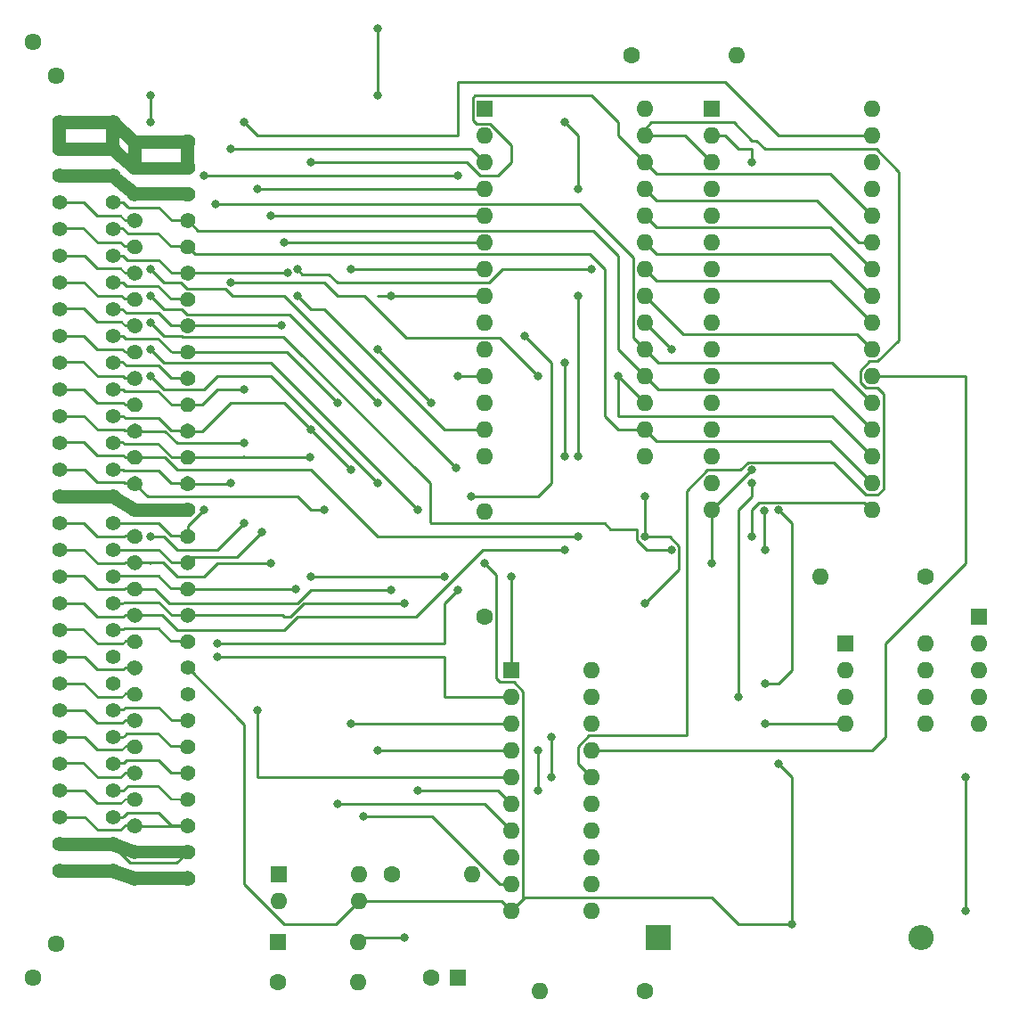
<source format=gbr>
%TF.GenerationSoftware,KiCad,Pcbnew,(5.1.10)-1*%
%TF.CreationDate,2022-01-02T16:59:21+01:00*%
%TF.ProjectId,BasicROM,42617369-6352-44f4-9d2e-6b696361645f,rev?*%
%TF.SameCoordinates,Original*%
%TF.FileFunction,Copper,L2,Bot*%
%TF.FilePolarity,Positive*%
%FSLAX46Y46*%
G04 Gerber Fmt 4.6, Leading zero omitted, Abs format (unit mm)*
G04 Created by KiCad (PCBNEW (5.1.10)-1) date 2022-01-02 16:59:21*
%MOMM*%
%LPD*%
G01*
G04 APERTURE LIST*
%TA.AperFunction,ComponentPad*%
%ADD10O,2.400000X2.400000*%
%TD*%
%TA.AperFunction,ComponentPad*%
%ADD11R,2.400000X2.400000*%
%TD*%
%TA.AperFunction,SMDPad,CuDef*%
%ADD12C,0.100000*%
%TD*%
%TA.AperFunction,ComponentPad*%
%ADD13C,1.400000*%
%TD*%
%TA.AperFunction,ComponentPad*%
%ADD14C,1.610000*%
%TD*%
%TA.AperFunction,ComponentPad*%
%ADD15O,1.600000X1.600000*%
%TD*%
%TA.AperFunction,ComponentPad*%
%ADD16R,1.600000X1.600000*%
%TD*%
%TA.AperFunction,ComponentPad*%
%ADD17C,1.600000*%
%TD*%
%TA.AperFunction,ViaPad*%
%ADD18C,0.800000*%
%TD*%
%TA.AperFunction,Conductor*%
%ADD19C,0.250000*%
%TD*%
G04 APERTURE END LIST*
D10*
%TO.P,C6,2*%
%TO.N,GND*%
X163430000Y-139700000D03*
D11*
%TO.P,C6,1*%
%TO.N,+5P*%
X138430000Y-139700000D03*
%TD*%
%TA.AperFunction,SMDPad,CuDef*%
D12*
%TO.P,X1,C15*%
%TO.N,Net-(X1-PadC15)*%
G36*
X94392424Y-99162711D02*
G01*
X94379022Y-99230086D01*
X94359081Y-99295823D01*
X94332793Y-99359289D01*
X94300410Y-99419872D01*
X94262245Y-99476990D01*
X94218666Y-99530091D01*
X94170091Y-99578666D01*
X94116990Y-99622245D01*
X94059872Y-99660410D01*
X93999289Y-99692793D01*
X93935823Y-99719081D01*
X93870086Y-99739022D01*
X93802711Y-99752424D01*
X93734347Y-99759157D01*
X93665653Y-99759157D01*
X93597289Y-99752424D01*
X93529914Y-99739022D01*
X93464177Y-99719081D01*
X93400711Y-99692793D01*
X93386132Y-99685000D01*
X88700000Y-99685000D01*
X88691274Y-99684939D01*
X88680592Y-99684267D01*
X88669876Y-99684274D01*
X88650129Y-99682350D01*
X88630332Y-99681105D01*
X88619754Y-99679392D01*
X88609101Y-99678354D01*
X88589645Y-99674515D01*
X88570055Y-99671342D01*
X88559702Y-99668607D01*
X88549193Y-99666533D01*
X88530194Y-99660810D01*
X88511019Y-99655744D01*
X88500980Y-99652011D01*
X88490726Y-99648922D01*
X88472391Y-99641379D01*
X88453786Y-99634460D01*
X88444154Y-99629762D01*
X88434256Y-99625690D01*
X88416744Y-99616393D01*
X88398904Y-99607692D01*
X88389777Y-99602077D01*
X88380323Y-99597058D01*
X86428066Y-98435000D01*
X81500000Y-98435000D01*
X81491274Y-98434939D01*
X81430332Y-98431105D01*
X81370055Y-98421342D01*
X81311019Y-98405744D01*
X81253786Y-98384460D01*
X81198904Y-98357692D01*
X81146896Y-98325696D01*
X81098258Y-98288778D01*
X81053455Y-98247290D01*
X81012914Y-98201627D01*
X80977022Y-98152227D01*
X80946123Y-98099560D01*
X80920510Y-98044129D01*
X80900429Y-97986463D01*
X80886070Y-97927113D01*
X80877572Y-97866645D01*
X80875015Y-97805637D01*
X80878424Y-97744670D01*
X80887765Y-97684326D01*
X80902951Y-97625182D01*
X80923836Y-97567803D01*
X80950220Y-97512735D01*
X80981852Y-97460504D01*
X81018429Y-97411610D01*
X81059604Y-97366518D01*
X81104982Y-97325660D01*
X81154130Y-97289424D01*
X81206580Y-97258158D01*
X81261831Y-97232159D01*
X81319355Y-97211675D01*
X81378604Y-97196903D01*
X81439011Y-97187983D01*
X81500000Y-97185000D01*
X86600000Y-97185000D01*
X86608726Y-97185061D01*
X86619421Y-97185734D01*
X86630125Y-97185727D01*
X86649853Y-97187648D01*
X86669668Y-97188895D01*
X86680248Y-97190609D01*
X86690899Y-97191646D01*
X86710355Y-97195485D01*
X86729945Y-97198658D01*
X86740298Y-97201393D01*
X86750807Y-97203467D01*
X86769809Y-97209190D01*
X86788981Y-97214256D01*
X86799017Y-97217988D01*
X86809275Y-97221078D01*
X86827616Y-97228624D01*
X86846214Y-97235540D01*
X86855846Y-97240238D01*
X86865744Y-97244310D01*
X86883256Y-97253607D01*
X86901096Y-97262308D01*
X86910223Y-97267923D01*
X86919677Y-97272942D01*
X88871935Y-98435000D01*
X93386132Y-98435000D01*
X93400711Y-98427207D01*
X93464177Y-98400919D01*
X93529914Y-98380978D01*
X93597289Y-98367576D01*
X93665653Y-98360843D01*
X93734347Y-98360843D01*
X93802711Y-98367576D01*
X93870086Y-98380978D01*
X93935823Y-98400919D01*
X93999289Y-98427207D01*
X94059872Y-98459590D01*
X94116990Y-98497755D01*
X94170091Y-98541334D01*
X94218666Y-98589909D01*
X94262245Y-98643010D01*
X94300410Y-98700128D01*
X94332793Y-98760711D01*
X94359081Y-98824177D01*
X94379022Y-98889914D01*
X94392424Y-98957289D01*
X94399157Y-99025653D01*
X94399157Y-99094347D01*
X94392424Y-99162711D01*
G37*
%TD.AperFunction*%
%TA.AperFunction,SMDPad,CuDef*%
%TO.P,X1,C29*%
%TO.N,+5P*%
G36*
X94392424Y-134162711D02*
G01*
X94379022Y-134230086D01*
X94359081Y-134295823D01*
X94332793Y-134359289D01*
X94300410Y-134419872D01*
X94262245Y-134476990D01*
X94218666Y-134530091D01*
X94170091Y-134578666D01*
X94116990Y-134622245D01*
X94059872Y-134660410D01*
X93999289Y-134692793D01*
X93935823Y-134719081D01*
X93870086Y-134739022D01*
X93802711Y-134752424D01*
X93734347Y-134759157D01*
X93665653Y-134759157D01*
X93597289Y-134752424D01*
X93529914Y-134739022D01*
X93464177Y-134719081D01*
X93400711Y-134692793D01*
X93386132Y-134685000D01*
X88700000Y-134685000D01*
X88691274Y-134684939D01*
X88686731Y-134684653D01*
X88682168Y-134684746D01*
X88656238Y-134682735D01*
X88630332Y-134681105D01*
X88625836Y-134680377D01*
X88621288Y-134680024D01*
X88595704Y-134675496D01*
X88570055Y-134671342D01*
X88565644Y-134670177D01*
X88561160Y-134669383D01*
X88536146Y-134662383D01*
X88511019Y-134655744D01*
X88506749Y-134654156D01*
X88502357Y-134652927D01*
X86498577Y-133985000D01*
X81500000Y-133985000D01*
X81491274Y-133984939D01*
X81430332Y-133981105D01*
X81370055Y-133971342D01*
X81311019Y-133955744D01*
X81253786Y-133934460D01*
X81198904Y-133907692D01*
X81146896Y-133875696D01*
X81098258Y-133838778D01*
X81053455Y-133797290D01*
X81012914Y-133751627D01*
X80977022Y-133702227D01*
X80946123Y-133649560D01*
X80920510Y-133594129D01*
X80900429Y-133536463D01*
X80886070Y-133477113D01*
X80877572Y-133416645D01*
X80875015Y-133355637D01*
X80878424Y-133294670D01*
X80887765Y-133234326D01*
X80902951Y-133175182D01*
X80923836Y-133117803D01*
X80950220Y-133062735D01*
X80981852Y-133010504D01*
X81018429Y-132961610D01*
X81059604Y-132916518D01*
X81104982Y-132875660D01*
X81154130Y-132839424D01*
X81206580Y-132808158D01*
X81261831Y-132782159D01*
X81319355Y-132761675D01*
X81378604Y-132746903D01*
X81439011Y-132737983D01*
X81500000Y-132735000D01*
X86600000Y-132735000D01*
X86608726Y-132735061D01*
X86613269Y-132735347D01*
X86617832Y-132735254D01*
X86643762Y-132737265D01*
X86669668Y-132738895D01*
X86674164Y-132739623D01*
X86678712Y-132739976D01*
X86704324Y-132744508D01*
X86729945Y-132748658D01*
X86734346Y-132749821D01*
X86738840Y-132750616D01*
X86763883Y-132757625D01*
X86788981Y-132764256D01*
X86793253Y-132765845D01*
X86797642Y-132767073D01*
X88801423Y-133435000D01*
X93386132Y-133435000D01*
X93400711Y-133427207D01*
X93464177Y-133400919D01*
X93529914Y-133380978D01*
X93597289Y-133367576D01*
X93665653Y-133360843D01*
X93734347Y-133360843D01*
X93802711Y-133367576D01*
X93870086Y-133380978D01*
X93935823Y-133400919D01*
X93999289Y-133427207D01*
X94059872Y-133459590D01*
X94116990Y-133497755D01*
X94170091Y-133541334D01*
X94218666Y-133589909D01*
X94262245Y-133643010D01*
X94300410Y-133700128D01*
X94332793Y-133760711D01*
X94359081Y-133824177D01*
X94379022Y-133889914D01*
X94392424Y-133957289D01*
X94399157Y-134025653D01*
X94399157Y-134094347D01*
X94392424Y-134162711D01*
G37*
%TD.AperFunction*%
%TA.AperFunction,SMDPad,CuDef*%
%TO.P,X1,C28*%
%TO.N,Net-(X1-PadC28)*%
G36*
X94392424Y-131662711D02*
G01*
X94379022Y-131730086D01*
X94359081Y-131795823D01*
X94332793Y-131859289D01*
X94300410Y-131919872D01*
X94262245Y-131976990D01*
X94218666Y-132030091D01*
X94170091Y-132078666D01*
X94116990Y-132122245D01*
X94059872Y-132160410D01*
X93999289Y-132192793D01*
X93935823Y-132219081D01*
X93870086Y-132239022D01*
X93802711Y-132252424D01*
X93734347Y-132259157D01*
X93665653Y-132259157D01*
X93597289Y-132252424D01*
X93529914Y-132239022D01*
X93464177Y-132219081D01*
X93400711Y-132192793D01*
X93386132Y-132185000D01*
X88700000Y-132185000D01*
X88691274Y-132184939D01*
X88680091Y-132184235D01*
X88668882Y-132184225D01*
X88649633Y-132182319D01*
X88630332Y-132181105D01*
X88619268Y-132179313D01*
X88608117Y-132178209D01*
X88589150Y-132174435D01*
X88570055Y-132171342D01*
X88559217Y-132168479D01*
X88548229Y-132166292D01*
X88529717Y-132160684D01*
X88511019Y-132155744D01*
X88500521Y-132151840D01*
X88489789Y-132148589D01*
X86491741Y-131435000D01*
X81500000Y-131435000D01*
X81491274Y-131434939D01*
X81430332Y-131431105D01*
X81370055Y-131421342D01*
X81311019Y-131405744D01*
X81253786Y-131384460D01*
X81198904Y-131357692D01*
X81146896Y-131325696D01*
X81098258Y-131288778D01*
X81053455Y-131247290D01*
X81012914Y-131201627D01*
X80977022Y-131152227D01*
X80946123Y-131099560D01*
X80920510Y-131044129D01*
X80900429Y-130986463D01*
X80886070Y-130927113D01*
X80877572Y-130866645D01*
X80875015Y-130805637D01*
X80878424Y-130744670D01*
X80887765Y-130684326D01*
X80902951Y-130625182D01*
X80923836Y-130567803D01*
X80950220Y-130512735D01*
X80981852Y-130460504D01*
X81018429Y-130411610D01*
X81059604Y-130366518D01*
X81104982Y-130325660D01*
X81154130Y-130289424D01*
X81206580Y-130258158D01*
X81261831Y-130232159D01*
X81319355Y-130211675D01*
X81378604Y-130196903D01*
X81439011Y-130187983D01*
X81500000Y-130185000D01*
X86600000Y-130185000D01*
X86608726Y-130185061D01*
X86619909Y-130185765D01*
X86631118Y-130185775D01*
X86650367Y-130187681D01*
X86669668Y-130188895D01*
X86680732Y-130190687D01*
X86691883Y-130191791D01*
X86710850Y-130195565D01*
X86729945Y-130198658D01*
X86740783Y-130201521D01*
X86751771Y-130203708D01*
X86770281Y-130209315D01*
X86788981Y-130214256D01*
X86799482Y-130218161D01*
X86810210Y-130221411D01*
X88808259Y-130935000D01*
X93386132Y-130935000D01*
X93400711Y-130927207D01*
X93464177Y-130900919D01*
X93529914Y-130880978D01*
X93597289Y-130867576D01*
X93665653Y-130860843D01*
X93734347Y-130860843D01*
X93802711Y-130867576D01*
X93870086Y-130880978D01*
X93935823Y-130900919D01*
X93999289Y-130927207D01*
X94059872Y-130959590D01*
X94116990Y-130997755D01*
X94170091Y-131041334D01*
X94218666Y-131089909D01*
X94262245Y-131143010D01*
X94300410Y-131200128D01*
X94332793Y-131260711D01*
X94359081Y-131324177D01*
X94379022Y-131389914D01*
X94392424Y-131457289D01*
X94399157Y-131525653D01*
X94399157Y-131594347D01*
X94392424Y-131662711D01*
G37*
%TD.AperFunction*%
%TA.AperFunction,SMDPad,CuDef*%
%TO.P,X1,A27*%
%TO.N,Net-(X1-PadA27)*%
G36*
X89392424Y-129162711D02*
G01*
X89379022Y-129230086D01*
X89359081Y-129295823D01*
X89332793Y-129359289D01*
X89300410Y-129419872D01*
X89262245Y-129476990D01*
X89218666Y-129530091D01*
X89170091Y-129578666D01*
X89116990Y-129622245D01*
X89059872Y-129660410D01*
X88999289Y-129692793D01*
X88935823Y-129719081D01*
X88870086Y-129739022D01*
X88802711Y-129752424D01*
X88734347Y-129759157D01*
X88665653Y-129759157D01*
X88597289Y-129752424D01*
X88529914Y-129739022D01*
X88464177Y-129719081D01*
X88400711Y-129692793D01*
X88340128Y-129660410D01*
X88283010Y-129622245D01*
X88229909Y-129578666D01*
X88181334Y-129530091D01*
X88137755Y-129476990D01*
X88099590Y-129419872D01*
X88067207Y-129359289D01*
X88040919Y-129295823D01*
X88020978Y-129230086D01*
X88012010Y-129185000D01*
X87851776Y-129185000D01*
X87488389Y-129548388D01*
X87488102Y-129548671D01*
X87488079Y-129548696D01*
X87488050Y-129548722D01*
X87487146Y-129549613D01*
X87483064Y-129553212D01*
X87479004Y-129556868D01*
X87478475Y-129557258D01*
X87477985Y-129557690D01*
X87473585Y-129560863D01*
X87469174Y-129564115D01*
X87468607Y-129564453D01*
X87468080Y-129564833D01*
X87463355Y-129567584D01*
X87458684Y-129570368D01*
X87458100Y-129570643D01*
X87457526Y-129570977D01*
X87452512Y-129573272D01*
X87447634Y-129575568D01*
X87447021Y-129575786D01*
X87446421Y-129576061D01*
X87441274Y-129577833D01*
X87436129Y-129579665D01*
X87435486Y-129579825D01*
X87434874Y-129580036D01*
X87429579Y-129581298D01*
X87424279Y-129582619D01*
X87423637Y-129582714D01*
X87422994Y-129582867D01*
X87417559Y-129583611D01*
X87412198Y-129584403D01*
X87411545Y-129584435D01*
X87410895Y-129584524D01*
X87405451Y-129584733D01*
X87400000Y-129585000D01*
X85200000Y-129585000D01*
X85199602Y-129584997D01*
X85199564Y-129584999D01*
X85199520Y-129584997D01*
X85198255Y-129584988D01*
X85192787Y-129584644D01*
X85187368Y-129584360D01*
X85186722Y-129584262D01*
X85186066Y-129584221D01*
X85180699Y-129583351D01*
X85175293Y-129582534D01*
X85174653Y-129582372D01*
X85174011Y-129582268D01*
X85168749Y-129580878D01*
X85163454Y-129579538D01*
X85162841Y-129579317D01*
X85162204Y-129579149D01*
X85157061Y-129577237D01*
X85151963Y-129575401D01*
X85151375Y-129575122D01*
X85150757Y-129574892D01*
X85145861Y-129572504D01*
X85140931Y-129570163D01*
X85140365Y-129569823D01*
X85139781Y-129569538D01*
X85135123Y-129566673D01*
X85130463Y-129563872D01*
X85129944Y-129563487D01*
X85129379Y-129563139D01*
X85124977Y-129559798D01*
X85120659Y-129556591D01*
X85120180Y-129556157D01*
X85119652Y-129555756D01*
X85115634Y-129552036D01*
X85111611Y-129548388D01*
X83948224Y-128385000D01*
X81500000Y-128385000D01*
X81498255Y-128384988D01*
X81486066Y-128384221D01*
X81474011Y-128382268D01*
X81462204Y-128379149D01*
X81450757Y-128374892D01*
X81439781Y-128369538D01*
X81429379Y-128363139D01*
X81419652Y-128355756D01*
X81410691Y-128347458D01*
X81402583Y-128338325D01*
X81395404Y-128328445D01*
X81389225Y-128317912D01*
X81384102Y-128306826D01*
X81380086Y-128295293D01*
X81377214Y-128283423D01*
X81375514Y-128271329D01*
X81375003Y-128259127D01*
X81375685Y-128246934D01*
X81377553Y-128234865D01*
X81380590Y-128223036D01*
X81384767Y-128211561D01*
X81390044Y-128200547D01*
X81396370Y-128190101D01*
X81403686Y-128180322D01*
X81411921Y-128171304D01*
X81420996Y-128163132D01*
X81430826Y-128155885D01*
X81441316Y-128149632D01*
X81452366Y-128144432D01*
X81463871Y-128140335D01*
X81475721Y-128137381D01*
X81487802Y-128135597D01*
X81500000Y-128135000D01*
X84000000Y-128135000D01*
X84000398Y-128135003D01*
X84000436Y-128135001D01*
X84000480Y-128135003D01*
X84001745Y-128135012D01*
X84007213Y-128135356D01*
X84012632Y-128135640D01*
X84013278Y-128135738D01*
X84013934Y-128135779D01*
X84019301Y-128136649D01*
X84024707Y-128137466D01*
X84025347Y-128137628D01*
X84025989Y-128137732D01*
X84031251Y-128139122D01*
X84036546Y-128140462D01*
X84037159Y-128140683D01*
X84037796Y-128140851D01*
X84042939Y-128142763D01*
X84048037Y-128144599D01*
X84048625Y-128144878D01*
X84049243Y-128145108D01*
X84054139Y-128147496D01*
X84059069Y-128149837D01*
X84059635Y-128150177D01*
X84060219Y-128150462D01*
X84064838Y-128153303D01*
X84069537Y-128156127D01*
X84070063Y-128156518D01*
X84070621Y-128156861D01*
X84074996Y-128160182D01*
X84079341Y-128163409D01*
X84079819Y-128163843D01*
X84080348Y-128164244D01*
X84084392Y-128167988D01*
X84088388Y-128171612D01*
X85251777Y-129335000D01*
X87348223Y-129335000D01*
X87711612Y-128971612D01*
X87711893Y-128971334D01*
X87711921Y-128971304D01*
X87711955Y-128971273D01*
X87712854Y-128970386D01*
X87716965Y-128966762D01*
X87720996Y-128963132D01*
X87721525Y-128962742D01*
X87722015Y-128962310D01*
X87726443Y-128959117D01*
X87730826Y-128955885D01*
X87731386Y-128955551D01*
X87731920Y-128955166D01*
X87736666Y-128952404D01*
X87741316Y-128949632D01*
X87741904Y-128949355D01*
X87742475Y-128949023D01*
X87747468Y-128946737D01*
X87752366Y-128944432D01*
X87752979Y-128944214D01*
X87753579Y-128943939D01*
X87758726Y-128942167D01*
X87763871Y-128940335D01*
X87764514Y-128940175D01*
X87765126Y-128939964D01*
X87770421Y-128938702D01*
X87775721Y-128937381D01*
X87776363Y-128937286D01*
X87777006Y-128937133D01*
X87782441Y-128936389D01*
X87787802Y-128935597D01*
X87788455Y-128935565D01*
X87789105Y-128935476D01*
X87794549Y-128935267D01*
X87800000Y-128935000D01*
X88012010Y-128935000D01*
X88020978Y-128889914D01*
X88040919Y-128824177D01*
X88067207Y-128760711D01*
X88099590Y-128700128D01*
X88137755Y-128643010D01*
X88181334Y-128589909D01*
X88229909Y-128541334D01*
X88283010Y-128497755D01*
X88340128Y-128459590D01*
X88400711Y-128427207D01*
X88464177Y-128400919D01*
X88529914Y-128380978D01*
X88597289Y-128367576D01*
X88665653Y-128360843D01*
X88734347Y-128360843D01*
X88802711Y-128367576D01*
X88870086Y-128380978D01*
X88935823Y-128400919D01*
X88999289Y-128427207D01*
X89059872Y-128459590D01*
X89116990Y-128497755D01*
X89170091Y-128541334D01*
X89218666Y-128589909D01*
X89262245Y-128643010D01*
X89300410Y-128700128D01*
X89332793Y-128760711D01*
X89359081Y-128824177D01*
X89379022Y-128889914D01*
X89392424Y-128957289D01*
X89399157Y-129025653D01*
X89399157Y-129094347D01*
X89392424Y-129162711D01*
G37*
%TD.AperFunction*%
%TA.AperFunction,SMDPad,CuDef*%
%TO.P,X1,A26*%
%TO.N,Net-(X1-PadA26)*%
G36*
X89392424Y-126662711D02*
G01*
X89379022Y-126730086D01*
X89359081Y-126795823D01*
X89332793Y-126859289D01*
X89300410Y-126919872D01*
X89262245Y-126976990D01*
X89218666Y-127030091D01*
X89170091Y-127078666D01*
X89116990Y-127122245D01*
X89059872Y-127160410D01*
X88999289Y-127192793D01*
X88935823Y-127219081D01*
X88870086Y-127239022D01*
X88802711Y-127252424D01*
X88734347Y-127259157D01*
X88665653Y-127259157D01*
X88597289Y-127252424D01*
X88529914Y-127239022D01*
X88464177Y-127219081D01*
X88400711Y-127192793D01*
X88340128Y-127160410D01*
X88283010Y-127122245D01*
X88229909Y-127078666D01*
X88181334Y-127030091D01*
X88137755Y-126976990D01*
X88099590Y-126919872D01*
X88067207Y-126859289D01*
X88040919Y-126795823D01*
X88020978Y-126730086D01*
X88012010Y-126685000D01*
X87851776Y-126685000D01*
X87488389Y-127048388D01*
X87488102Y-127048671D01*
X87488079Y-127048696D01*
X87488050Y-127048722D01*
X87487146Y-127049613D01*
X87483064Y-127053212D01*
X87479004Y-127056868D01*
X87478475Y-127057258D01*
X87477985Y-127057690D01*
X87473585Y-127060863D01*
X87469174Y-127064115D01*
X87468607Y-127064453D01*
X87468080Y-127064833D01*
X87463355Y-127067584D01*
X87458684Y-127070368D01*
X87458100Y-127070643D01*
X87457526Y-127070977D01*
X87452512Y-127073272D01*
X87447634Y-127075568D01*
X87447021Y-127075786D01*
X87446421Y-127076061D01*
X87441274Y-127077833D01*
X87436129Y-127079665D01*
X87435486Y-127079825D01*
X87434874Y-127080036D01*
X87429579Y-127081298D01*
X87424279Y-127082619D01*
X87423637Y-127082714D01*
X87422994Y-127082867D01*
X87417559Y-127083611D01*
X87412198Y-127084403D01*
X87411545Y-127084435D01*
X87410895Y-127084524D01*
X87405451Y-127084733D01*
X87400000Y-127085000D01*
X85200000Y-127085000D01*
X85199602Y-127084997D01*
X85199564Y-127084999D01*
X85199520Y-127084997D01*
X85198255Y-127084988D01*
X85192787Y-127084644D01*
X85187368Y-127084360D01*
X85186722Y-127084262D01*
X85186066Y-127084221D01*
X85180699Y-127083351D01*
X85175293Y-127082534D01*
X85174653Y-127082372D01*
X85174011Y-127082268D01*
X85168749Y-127080878D01*
X85163454Y-127079538D01*
X85162841Y-127079317D01*
X85162204Y-127079149D01*
X85157061Y-127077237D01*
X85151963Y-127075401D01*
X85151375Y-127075122D01*
X85150757Y-127074892D01*
X85145861Y-127072504D01*
X85140931Y-127070163D01*
X85140365Y-127069823D01*
X85139781Y-127069538D01*
X85135123Y-127066673D01*
X85130463Y-127063872D01*
X85129944Y-127063487D01*
X85129379Y-127063139D01*
X85124977Y-127059798D01*
X85120659Y-127056591D01*
X85120180Y-127056157D01*
X85119652Y-127055756D01*
X85115634Y-127052036D01*
X85111611Y-127048388D01*
X83948224Y-125885000D01*
X81500000Y-125885000D01*
X81498255Y-125884988D01*
X81486066Y-125884221D01*
X81474011Y-125882268D01*
X81462204Y-125879149D01*
X81450757Y-125874892D01*
X81439781Y-125869538D01*
X81429379Y-125863139D01*
X81419652Y-125855756D01*
X81410691Y-125847458D01*
X81402583Y-125838325D01*
X81395404Y-125828445D01*
X81389225Y-125817912D01*
X81384102Y-125806826D01*
X81380086Y-125795293D01*
X81377214Y-125783423D01*
X81375514Y-125771329D01*
X81375003Y-125759127D01*
X81375685Y-125746934D01*
X81377553Y-125734865D01*
X81380590Y-125723036D01*
X81384767Y-125711561D01*
X81390044Y-125700547D01*
X81396370Y-125690101D01*
X81403686Y-125680322D01*
X81411921Y-125671304D01*
X81420996Y-125663132D01*
X81430826Y-125655885D01*
X81441316Y-125649632D01*
X81452366Y-125644432D01*
X81463871Y-125640335D01*
X81475721Y-125637381D01*
X81487802Y-125635597D01*
X81500000Y-125635000D01*
X84000000Y-125635000D01*
X84000398Y-125635003D01*
X84000436Y-125635001D01*
X84000480Y-125635003D01*
X84001745Y-125635012D01*
X84007213Y-125635356D01*
X84012632Y-125635640D01*
X84013278Y-125635738D01*
X84013934Y-125635779D01*
X84019301Y-125636649D01*
X84024707Y-125637466D01*
X84025347Y-125637628D01*
X84025989Y-125637732D01*
X84031251Y-125639122D01*
X84036546Y-125640462D01*
X84037159Y-125640683D01*
X84037796Y-125640851D01*
X84042939Y-125642763D01*
X84048037Y-125644599D01*
X84048625Y-125644878D01*
X84049243Y-125645108D01*
X84054139Y-125647496D01*
X84059069Y-125649837D01*
X84059635Y-125650177D01*
X84060219Y-125650462D01*
X84064838Y-125653303D01*
X84069537Y-125656127D01*
X84070063Y-125656518D01*
X84070621Y-125656861D01*
X84074996Y-125660182D01*
X84079341Y-125663409D01*
X84079819Y-125663843D01*
X84080348Y-125664244D01*
X84084392Y-125667988D01*
X84088388Y-125671612D01*
X85251777Y-126835000D01*
X87348223Y-126835000D01*
X87711612Y-126471612D01*
X87711893Y-126471334D01*
X87711921Y-126471304D01*
X87711955Y-126471273D01*
X87712854Y-126470386D01*
X87716965Y-126466762D01*
X87720996Y-126463132D01*
X87721525Y-126462742D01*
X87722015Y-126462310D01*
X87726443Y-126459117D01*
X87730826Y-126455885D01*
X87731386Y-126455551D01*
X87731920Y-126455166D01*
X87736666Y-126452404D01*
X87741316Y-126449632D01*
X87741904Y-126449355D01*
X87742475Y-126449023D01*
X87747468Y-126446737D01*
X87752366Y-126444432D01*
X87752979Y-126444214D01*
X87753579Y-126443939D01*
X87758726Y-126442167D01*
X87763871Y-126440335D01*
X87764514Y-126440175D01*
X87765126Y-126439964D01*
X87770421Y-126438702D01*
X87775721Y-126437381D01*
X87776363Y-126437286D01*
X87777006Y-126437133D01*
X87782441Y-126436389D01*
X87787802Y-126435597D01*
X87788455Y-126435565D01*
X87789105Y-126435476D01*
X87794549Y-126435267D01*
X87800000Y-126435000D01*
X88012010Y-126435000D01*
X88020978Y-126389914D01*
X88040919Y-126324177D01*
X88067207Y-126260711D01*
X88099590Y-126200128D01*
X88137755Y-126143010D01*
X88181334Y-126089909D01*
X88229909Y-126041334D01*
X88283010Y-125997755D01*
X88340128Y-125959590D01*
X88400711Y-125927207D01*
X88464177Y-125900919D01*
X88529914Y-125880978D01*
X88597289Y-125867576D01*
X88665653Y-125860843D01*
X88734347Y-125860843D01*
X88802711Y-125867576D01*
X88870086Y-125880978D01*
X88935823Y-125900919D01*
X88999289Y-125927207D01*
X89059872Y-125959590D01*
X89116990Y-125997755D01*
X89170091Y-126041334D01*
X89218666Y-126089909D01*
X89262245Y-126143010D01*
X89300410Y-126200128D01*
X89332793Y-126260711D01*
X89359081Y-126324177D01*
X89379022Y-126389914D01*
X89392424Y-126457289D01*
X89399157Y-126525653D01*
X89399157Y-126594347D01*
X89392424Y-126662711D01*
G37*
%TD.AperFunction*%
%TA.AperFunction,SMDPad,CuDef*%
%TO.P,X1,A25*%
%TO.N,Net-(X1-PadA25)*%
G36*
X89392424Y-124162711D02*
G01*
X89379022Y-124230086D01*
X89359081Y-124295823D01*
X89332793Y-124359289D01*
X89300410Y-124419872D01*
X89262245Y-124476990D01*
X89218666Y-124530091D01*
X89170091Y-124578666D01*
X89116990Y-124622245D01*
X89059872Y-124660410D01*
X88999289Y-124692793D01*
X88935823Y-124719081D01*
X88870086Y-124739022D01*
X88802711Y-124752424D01*
X88734347Y-124759157D01*
X88665653Y-124759157D01*
X88597289Y-124752424D01*
X88529914Y-124739022D01*
X88464177Y-124719081D01*
X88400711Y-124692793D01*
X88340128Y-124660410D01*
X88283010Y-124622245D01*
X88229909Y-124578666D01*
X88181334Y-124530091D01*
X88137755Y-124476990D01*
X88099590Y-124419872D01*
X88067207Y-124359289D01*
X88040919Y-124295823D01*
X88020978Y-124230086D01*
X88012010Y-124185000D01*
X87851776Y-124185000D01*
X87488389Y-124548388D01*
X87488102Y-124548671D01*
X87488079Y-124548696D01*
X87488050Y-124548722D01*
X87487146Y-124549613D01*
X87483064Y-124553212D01*
X87479004Y-124556868D01*
X87478475Y-124557258D01*
X87477985Y-124557690D01*
X87473585Y-124560863D01*
X87469174Y-124564115D01*
X87468607Y-124564453D01*
X87468080Y-124564833D01*
X87463355Y-124567584D01*
X87458684Y-124570368D01*
X87458100Y-124570643D01*
X87457526Y-124570977D01*
X87452512Y-124573272D01*
X87447634Y-124575568D01*
X87447021Y-124575786D01*
X87446421Y-124576061D01*
X87441274Y-124577833D01*
X87436129Y-124579665D01*
X87435486Y-124579825D01*
X87434874Y-124580036D01*
X87429579Y-124581298D01*
X87424279Y-124582619D01*
X87423637Y-124582714D01*
X87422994Y-124582867D01*
X87417559Y-124583611D01*
X87412198Y-124584403D01*
X87411545Y-124584435D01*
X87410895Y-124584524D01*
X87405451Y-124584733D01*
X87400000Y-124585000D01*
X85200000Y-124585000D01*
X85199602Y-124584997D01*
X85199564Y-124584999D01*
X85199520Y-124584997D01*
X85198255Y-124584988D01*
X85192837Y-124584647D01*
X85187369Y-124584361D01*
X85186713Y-124584262D01*
X85186066Y-124584221D01*
X85180734Y-124583357D01*
X85175293Y-124582534D01*
X85174653Y-124582372D01*
X85174011Y-124582268D01*
X85168749Y-124580878D01*
X85163454Y-124579538D01*
X85162840Y-124579317D01*
X85162204Y-124579149D01*
X85157091Y-124577248D01*
X85151964Y-124575402D01*
X85151370Y-124575120D01*
X85150757Y-124574892D01*
X85145879Y-124572512D01*
X85140931Y-124570163D01*
X85140365Y-124569823D01*
X85139781Y-124569538D01*
X85135162Y-124566697D01*
X85130463Y-124563873D01*
X85129936Y-124563482D01*
X85129379Y-124563139D01*
X85125038Y-124559844D01*
X85120659Y-124556592D01*
X85120174Y-124556152D01*
X85119652Y-124555756D01*
X85115660Y-124552059D01*
X85111612Y-124548389D01*
X83848224Y-123285000D01*
X81500000Y-123285000D01*
X81498255Y-123284988D01*
X81486066Y-123284221D01*
X81474011Y-123282268D01*
X81462204Y-123279149D01*
X81450757Y-123274892D01*
X81439781Y-123269538D01*
X81429379Y-123263139D01*
X81419652Y-123255756D01*
X81410691Y-123247458D01*
X81402583Y-123238325D01*
X81395404Y-123228445D01*
X81389225Y-123217912D01*
X81384102Y-123206826D01*
X81380086Y-123195293D01*
X81377214Y-123183423D01*
X81375514Y-123171329D01*
X81375003Y-123159127D01*
X81375685Y-123146934D01*
X81377553Y-123134865D01*
X81380590Y-123123036D01*
X81384767Y-123111561D01*
X81390044Y-123100547D01*
X81396370Y-123090101D01*
X81403686Y-123080322D01*
X81411921Y-123071304D01*
X81420996Y-123063132D01*
X81430826Y-123055885D01*
X81441316Y-123049632D01*
X81452366Y-123044432D01*
X81463871Y-123040335D01*
X81475721Y-123037381D01*
X81487802Y-123035597D01*
X81500000Y-123035000D01*
X83900000Y-123035000D01*
X83900398Y-123035003D01*
X83900436Y-123035001D01*
X83900480Y-123035003D01*
X83901745Y-123035012D01*
X83907213Y-123035356D01*
X83912632Y-123035640D01*
X83913278Y-123035738D01*
X83913934Y-123035779D01*
X83919301Y-123036649D01*
X83924707Y-123037466D01*
X83925347Y-123037628D01*
X83925989Y-123037732D01*
X83931251Y-123039122D01*
X83936546Y-123040462D01*
X83937159Y-123040683D01*
X83937796Y-123040851D01*
X83942939Y-123042763D01*
X83948037Y-123044599D01*
X83948625Y-123044878D01*
X83949243Y-123045108D01*
X83954139Y-123047496D01*
X83959069Y-123049837D01*
X83959635Y-123050177D01*
X83960219Y-123050462D01*
X83964838Y-123053303D01*
X83969537Y-123056127D01*
X83970063Y-123056518D01*
X83970621Y-123056861D01*
X83974996Y-123060182D01*
X83979341Y-123063409D01*
X83979819Y-123063843D01*
X83980348Y-123064244D01*
X83984392Y-123067988D01*
X83988388Y-123071612D01*
X85251777Y-124335000D01*
X87348223Y-124335000D01*
X87711612Y-123971612D01*
X87711893Y-123971334D01*
X87711921Y-123971304D01*
X87711955Y-123971273D01*
X87712854Y-123970386D01*
X87716965Y-123966762D01*
X87720996Y-123963132D01*
X87721525Y-123962742D01*
X87722015Y-123962310D01*
X87726443Y-123959117D01*
X87730826Y-123955885D01*
X87731386Y-123955551D01*
X87731920Y-123955166D01*
X87736666Y-123952404D01*
X87741316Y-123949632D01*
X87741904Y-123949355D01*
X87742475Y-123949023D01*
X87747468Y-123946737D01*
X87752366Y-123944432D01*
X87752979Y-123944214D01*
X87753579Y-123943939D01*
X87758726Y-123942167D01*
X87763871Y-123940335D01*
X87764514Y-123940175D01*
X87765126Y-123939964D01*
X87770421Y-123938702D01*
X87775721Y-123937381D01*
X87776363Y-123937286D01*
X87777006Y-123937133D01*
X87782441Y-123936389D01*
X87787802Y-123935597D01*
X87788455Y-123935565D01*
X87789105Y-123935476D01*
X87794549Y-123935267D01*
X87800000Y-123935000D01*
X88012010Y-123935000D01*
X88020978Y-123889914D01*
X88040919Y-123824177D01*
X88067207Y-123760711D01*
X88099590Y-123700128D01*
X88137755Y-123643010D01*
X88181334Y-123589909D01*
X88229909Y-123541334D01*
X88283010Y-123497755D01*
X88340128Y-123459590D01*
X88400711Y-123427207D01*
X88464177Y-123400919D01*
X88529914Y-123380978D01*
X88597289Y-123367576D01*
X88665653Y-123360843D01*
X88734347Y-123360843D01*
X88802711Y-123367576D01*
X88870086Y-123380978D01*
X88935823Y-123400919D01*
X88999289Y-123427207D01*
X89059872Y-123459590D01*
X89116990Y-123497755D01*
X89170091Y-123541334D01*
X89218666Y-123589909D01*
X89262245Y-123643010D01*
X89300410Y-123700128D01*
X89332793Y-123760711D01*
X89359081Y-123824177D01*
X89379022Y-123889914D01*
X89392424Y-123957289D01*
X89399157Y-124025653D01*
X89399157Y-124094347D01*
X89392424Y-124162711D01*
G37*
%TD.AperFunction*%
%TA.AperFunction,SMDPad,CuDef*%
%TO.P,X1,A24*%
%TO.N,Net-(X1-PadA24)*%
G36*
X89392424Y-121662711D02*
G01*
X89379022Y-121730086D01*
X89359081Y-121795823D01*
X89332793Y-121859289D01*
X89300410Y-121919872D01*
X89262245Y-121976990D01*
X89218666Y-122030091D01*
X89170091Y-122078666D01*
X89116990Y-122122245D01*
X89059872Y-122160410D01*
X88999289Y-122192793D01*
X88935823Y-122219081D01*
X88870086Y-122239022D01*
X88802711Y-122252424D01*
X88734347Y-122259157D01*
X88665653Y-122259157D01*
X88597289Y-122252424D01*
X88529914Y-122239022D01*
X88464177Y-122219081D01*
X88400711Y-122192793D01*
X88340128Y-122160410D01*
X88283010Y-122122245D01*
X88229909Y-122078666D01*
X88181334Y-122030091D01*
X88137755Y-121976990D01*
X88099590Y-121919872D01*
X88067207Y-121859289D01*
X88040919Y-121795823D01*
X88020978Y-121730086D01*
X88012010Y-121685000D01*
X87851776Y-121685000D01*
X87588388Y-121948388D01*
X87588107Y-121948666D01*
X87588079Y-121948696D01*
X87588045Y-121948727D01*
X87587146Y-121949614D01*
X87583035Y-121953238D01*
X87579004Y-121956868D01*
X87578475Y-121957258D01*
X87577985Y-121957690D01*
X87573585Y-121960863D01*
X87569174Y-121964115D01*
X87568607Y-121964453D01*
X87568080Y-121964833D01*
X87563374Y-121967572D01*
X87558684Y-121970368D01*
X87558095Y-121970645D01*
X87557525Y-121970977D01*
X87552532Y-121973263D01*
X87547634Y-121975568D01*
X87547021Y-121975786D01*
X87546421Y-121976061D01*
X87541274Y-121977833D01*
X87536129Y-121979665D01*
X87535486Y-121979825D01*
X87534874Y-121980036D01*
X87529579Y-121981298D01*
X87524279Y-121982619D01*
X87523637Y-121982714D01*
X87522994Y-121982867D01*
X87517559Y-121983611D01*
X87512198Y-121984403D01*
X87511545Y-121984435D01*
X87510895Y-121984524D01*
X87505451Y-121984733D01*
X87500000Y-121985000D01*
X85200000Y-121985000D01*
X85199602Y-121984997D01*
X85199564Y-121984999D01*
X85199520Y-121984997D01*
X85198255Y-121984988D01*
X85192787Y-121984644D01*
X85187368Y-121984360D01*
X85186722Y-121984262D01*
X85186066Y-121984221D01*
X85180699Y-121983351D01*
X85175293Y-121982534D01*
X85174653Y-121982372D01*
X85174011Y-121982268D01*
X85168749Y-121980878D01*
X85163454Y-121979538D01*
X85162841Y-121979317D01*
X85162204Y-121979149D01*
X85157061Y-121977237D01*
X85151963Y-121975401D01*
X85151375Y-121975122D01*
X85150757Y-121974892D01*
X85145861Y-121972504D01*
X85140931Y-121970163D01*
X85140365Y-121969823D01*
X85139781Y-121969538D01*
X85135123Y-121966673D01*
X85130463Y-121963872D01*
X85129944Y-121963487D01*
X85129379Y-121963139D01*
X85124977Y-121959798D01*
X85120659Y-121956591D01*
X85120180Y-121956157D01*
X85119652Y-121955756D01*
X85115634Y-121952036D01*
X85111611Y-121948388D01*
X83948224Y-120785000D01*
X81500000Y-120785000D01*
X81498255Y-120784988D01*
X81486066Y-120784221D01*
X81474011Y-120782268D01*
X81462204Y-120779149D01*
X81450757Y-120774892D01*
X81439781Y-120769538D01*
X81429379Y-120763139D01*
X81419652Y-120755756D01*
X81410691Y-120747458D01*
X81402583Y-120738325D01*
X81395404Y-120728445D01*
X81389225Y-120717912D01*
X81384102Y-120706826D01*
X81380086Y-120695293D01*
X81377214Y-120683423D01*
X81375514Y-120671329D01*
X81375003Y-120659127D01*
X81375685Y-120646934D01*
X81377553Y-120634865D01*
X81380590Y-120623036D01*
X81384767Y-120611561D01*
X81390044Y-120600547D01*
X81396370Y-120590101D01*
X81403686Y-120580322D01*
X81411921Y-120571304D01*
X81420996Y-120563132D01*
X81430826Y-120555885D01*
X81441316Y-120549632D01*
X81452366Y-120544432D01*
X81463871Y-120540335D01*
X81475721Y-120537381D01*
X81487802Y-120535597D01*
X81500000Y-120535000D01*
X84000000Y-120535000D01*
X84000398Y-120535003D01*
X84000436Y-120535001D01*
X84000480Y-120535003D01*
X84001745Y-120535012D01*
X84007213Y-120535356D01*
X84012632Y-120535640D01*
X84013278Y-120535738D01*
X84013934Y-120535779D01*
X84019301Y-120536649D01*
X84024707Y-120537466D01*
X84025347Y-120537628D01*
X84025989Y-120537732D01*
X84031251Y-120539122D01*
X84036546Y-120540462D01*
X84037159Y-120540683D01*
X84037796Y-120540851D01*
X84042939Y-120542763D01*
X84048037Y-120544599D01*
X84048625Y-120544878D01*
X84049243Y-120545108D01*
X84054139Y-120547496D01*
X84059069Y-120549837D01*
X84059635Y-120550177D01*
X84060219Y-120550462D01*
X84064838Y-120553303D01*
X84069537Y-120556127D01*
X84070063Y-120556518D01*
X84070621Y-120556861D01*
X84074996Y-120560182D01*
X84079341Y-120563409D01*
X84079819Y-120563843D01*
X84080348Y-120564244D01*
X84084392Y-120567988D01*
X84088388Y-120571612D01*
X85251777Y-121735000D01*
X87448224Y-121735000D01*
X87711612Y-121471612D01*
X87711893Y-121471334D01*
X87711921Y-121471304D01*
X87711955Y-121471273D01*
X87712854Y-121470386D01*
X87716965Y-121466762D01*
X87720996Y-121463132D01*
X87721525Y-121462742D01*
X87722015Y-121462310D01*
X87726443Y-121459117D01*
X87730826Y-121455885D01*
X87731386Y-121455551D01*
X87731920Y-121455166D01*
X87736666Y-121452404D01*
X87741316Y-121449632D01*
X87741904Y-121449355D01*
X87742475Y-121449023D01*
X87747468Y-121446737D01*
X87752366Y-121444432D01*
X87752979Y-121444214D01*
X87753579Y-121443939D01*
X87758726Y-121442167D01*
X87763871Y-121440335D01*
X87764514Y-121440175D01*
X87765126Y-121439964D01*
X87770421Y-121438702D01*
X87775721Y-121437381D01*
X87776363Y-121437286D01*
X87777006Y-121437133D01*
X87782441Y-121436389D01*
X87787802Y-121435597D01*
X87788455Y-121435565D01*
X87789105Y-121435476D01*
X87794549Y-121435267D01*
X87800000Y-121435000D01*
X88012010Y-121435000D01*
X88020978Y-121389914D01*
X88040919Y-121324177D01*
X88067207Y-121260711D01*
X88099590Y-121200128D01*
X88137755Y-121143010D01*
X88181334Y-121089909D01*
X88229909Y-121041334D01*
X88283010Y-120997755D01*
X88340128Y-120959590D01*
X88400711Y-120927207D01*
X88464177Y-120900919D01*
X88529914Y-120880978D01*
X88597289Y-120867576D01*
X88665653Y-120860843D01*
X88734347Y-120860843D01*
X88802711Y-120867576D01*
X88870086Y-120880978D01*
X88935823Y-120900919D01*
X88999289Y-120927207D01*
X89059872Y-120959590D01*
X89116990Y-120997755D01*
X89170091Y-121041334D01*
X89218666Y-121089909D01*
X89262245Y-121143010D01*
X89300410Y-121200128D01*
X89332793Y-121260711D01*
X89359081Y-121324177D01*
X89379022Y-121389914D01*
X89392424Y-121457289D01*
X89399157Y-121525653D01*
X89399157Y-121594347D01*
X89392424Y-121662711D01*
G37*
%TD.AperFunction*%
%TA.AperFunction,SMDPad,CuDef*%
%TO.P,X1,A23*%
%TO.N,Net-(X1-PadA23)*%
G36*
X89392424Y-119162711D02*
G01*
X89379022Y-119230086D01*
X89359081Y-119295823D01*
X89332793Y-119359289D01*
X89300410Y-119419872D01*
X89262245Y-119476990D01*
X89218666Y-119530091D01*
X89170091Y-119578666D01*
X89116990Y-119622245D01*
X89059872Y-119660410D01*
X88999289Y-119692793D01*
X88935823Y-119719081D01*
X88870086Y-119739022D01*
X88802711Y-119752424D01*
X88734347Y-119759157D01*
X88665653Y-119759157D01*
X88597289Y-119752424D01*
X88529914Y-119739022D01*
X88464177Y-119719081D01*
X88400711Y-119692793D01*
X88340128Y-119660410D01*
X88283010Y-119622245D01*
X88229909Y-119578666D01*
X88181334Y-119530091D01*
X88137755Y-119476990D01*
X88099590Y-119419872D01*
X88067207Y-119359289D01*
X88040919Y-119295823D01*
X88020978Y-119230086D01*
X88012010Y-119185000D01*
X87851776Y-119185000D01*
X87588388Y-119448388D01*
X87588107Y-119448666D01*
X87588079Y-119448696D01*
X87588045Y-119448727D01*
X87587146Y-119449614D01*
X87583035Y-119453238D01*
X87579004Y-119456868D01*
X87578475Y-119457258D01*
X87577985Y-119457690D01*
X87573585Y-119460863D01*
X87569174Y-119464115D01*
X87568607Y-119464453D01*
X87568080Y-119464833D01*
X87563374Y-119467572D01*
X87558684Y-119470368D01*
X87558095Y-119470645D01*
X87557525Y-119470977D01*
X87552532Y-119473263D01*
X87547634Y-119475568D01*
X87547021Y-119475786D01*
X87546421Y-119476061D01*
X87541274Y-119477833D01*
X87536129Y-119479665D01*
X87535486Y-119479825D01*
X87534874Y-119480036D01*
X87529579Y-119481298D01*
X87524279Y-119482619D01*
X87523637Y-119482714D01*
X87522994Y-119482867D01*
X87517559Y-119483611D01*
X87512198Y-119484403D01*
X87511545Y-119484435D01*
X87510895Y-119484524D01*
X87505451Y-119484733D01*
X87500000Y-119485000D01*
X85200000Y-119485000D01*
X85199602Y-119484997D01*
X85199564Y-119484999D01*
X85199520Y-119484997D01*
X85198255Y-119484988D01*
X85192787Y-119484644D01*
X85187368Y-119484360D01*
X85186722Y-119484262D01*
X85186066Y-119484221D01*
X85180699Y-119483351D01*
X85175293Y-119482534D01*
X85174653Y-119482372D01*
X85174011Y-119482268D01*
X85168749Y-119480878D01*
X85163454Y-119479538D01*
X85162841Y-119479317D01*
X85162204Y-119479149D01*
X85157061Y-119477237D01*
X85151963Y-119475401D01*
X85151375Y-119475122D01*
X85150757Y-119474892D01*
X85145861Y-119472504D01*
X85140931Y-119470163D01*
X85140365Y-119469823D01*
X85139781Y-119469538D01*
X85135123Y-119466673D01*
X85130463Y-119463872D01*
X85129944Y-119463487D01*
X85129379Y-119463139D01*
X85124977Y-119459798D01*
X85120659Y-119456591D01*
X85120180Y-119456157D01*
X85119652Y-119455756D01*
X85115634Y-119452036D01*
X85111611Y-119448388D01*
X83948224Y-118285000D01*
X81500000Y-118285000D01*
X81498255Y-118284988D01*
X81486066Y-118284221D01*
X81474011Y-118282268D01*
X81462204Y-118279149D01*
X81450757Y-118274892D01*
X81439781Y-118269538D01*
X81429379Y-118263139D01*
X81419652Y-118255756D01*
X81410691Y-118247458D01*
X81402583Y-118238325D01*
X81395404Y-118228445D01*
X81389225Y-118217912D01*
X81384102Y-118206826D01*
X81380086Y-118195293D01*
X81377214Y-118183423D01*
X81375514Y-118171329D01*
X81375003Y-118159127D01*
X81375685Y-118146934D01*
X81377553Y-118134865D01*
X81380590Y-118123036D01*
X81384767Y-118111561D01*
X81390044Y-118100547D01*
X81396370Y-118090101D01*
X81403686Y-118080322D01*
X81411921Y-118071304D01*
X81420996Y-118063132D01*
X81430826Y-118055885D01*
X81441316Y-118049632D01*
X81452366Y-118044432D01*
X81463871Y-118040335D01*
X81475721Y-118037381D01*
X81487802Y-118035597D01*
X81500000Y-118035000D01*
X84000000Y-118035000D01*
X84000398Y-118035003D01*
X84000436Y-118035001D01*
X84000480Y-118035003D01*
X84001745Y-118035012D01*
X84007213Y-118035356D01*
X84012632Y-118035640D01*
X84013278Y-118035738D01*
X84013934Y-118035779D01*
X84019301Y-118036649D01*
X84024707Y-118037466D01*
X84025347Y-118037628D01*
X84025989Y-118037732D01*
X84031251Y-118039122D01*
X84036546Y-118040462D01*
X84037159Y-118040683D01*
X84037796Y-118040851D01*
X84042939Y-118042763D01*
X84048037Y-118044599D01*
X84048625Y-118044878D01*
X84049243Y-118045108D01*
X84054139Y-118047496D01*
X84059069Y-118049837D01*
X84059635Y-118050177D01*
X84060219Y-118050462D01*
X84064838Y-118053303D01*
X84069537Y-118056127D01*
X84070063Y-118056518D01*
X84070621Y-118056861D01*
X84074996Y-118060182D01*
X84079341Y-118063409D01*
X84079819Y-118063843D01*
X84080348Y-118064244D01*
X84084392Y-118067988D01*
X84088388Y-118071612D01*
X85251777Y-119235000D01*
X87448224Y-119235000D01*
X87711612Y-118971612D01*
X87711893Y-118971334D01*
X87711921Y-118971304D01*
X87711955Y-118971273D01*
X87712854Y-118970386D01*
X87716965Y-118966762D01*
X87720996Y-118963132D01*
X87721525Y-118962742D01*
X87722015Y-118962310D01*
X87726443Y-118959117D01*
X87730826Y-118955885D01*
X87731386Y-118955551D01*
X87731920Y-118955166D01*
X87736666Y-118952404D01*
X87741316Y-118949632D01*
X87741904Y-118949355D01*
X87742475Y-118949023D01*
X87747468Y-118946737D01*
X87752366Y-118944432D01*
X87752979Y-118944214D01*
X87753579Y-118943939D01*
X87758726Y-118942167D01*
X87763871Y-118940335D01*
X87764514Y-118940175D01*
X87765126Y-118939964D01*
X87770421Y-118938702D01*
X87775721Y-118937381D01*
X87776363Y-118937286D01*
X87777006Y-118937133D01*
X87782441Y-118936389D01*
X87787802Y-118935597D01*
X87788455Y-118935565D01*
X87789105Y-118935476D01*
X87794549Y-118935267D01*
X87800000Y-118935000D01*
X88012010Y-118935000D01*
X88020978Y-118889914D01*
X88040919Y-118824177D01*
X88067207Y-118760711D01*
X88099590Y-118700128D01*
X88137755Y-118643010D01*
X88181334Y-118589909D01*
X88229909Y-118541334D01*
X88283010Y-118497755D01*
X88340128Y-118459590D01*
X88400711Y-118427207D01*
X88464177Y-118400919D01*
X88529914Y-118380978D01*
X88597289Y-118367576D01*
X88665653Y-118360843D01*
X88734347Y-118360843D01*
X88802711Y-118367576D01*
X88870086Y-118380978D01*
X88935823Y-118400919D01*
X88999289Y-118427207D01*
X89059872Y-118459590D01*
X89116990Y-118497755D01*
X89170091Y-118541334D01*
X89218666Y-118589909D01*
X89262245Y-118643010D01*
X89300410Y-118700128D01*
X89332793Y-118760711D01*
X89359081Y-118824177D01*
X89379022Y-118889914D01*
X89392424Y-118957289D01*
X89399157Y-119025653D01*
X89399157Y-119094347D01*
X89392424Y-119162711D01*
G37*
%TD.AperFunction*%
%TA.AperFunction,SMDPad,CuDef*%
%TO.P,X1,A22*%
%TO.N,Net-(X1-PadA22)*%
G36*
X89392424Y-116662711D02*
G01*
X89379022Y-116730086D01*
X89359081Y-116795823D01*
X89332793Y-116859289D01*
X89300410Y-116919872D01*
X89262245Y-116976990D01*
X89218666Y-117030091D01*
X89170091Y-117078666D01*
X89116990Y-117122245D01*
X89059872Y-117160410D01*
X88999289Y-117192793D01*
X88935823Y-117219081D01*
X88870086Y-117239022D01*
X88802711Y-117252424D01*
X88734347Y-117259157D01*
X88665653Y-117259157D01*
X88597289Y-117252424D01*
X88529914Y-117239022D01*
X88464177Y-117219081D01*
X88400711Y-117192793D01*
X88340128Y-117160410D01*
X88283010Y-117122245D01*
X88229909Y-117078666D01*
X88181334Y-117030091D01*
X88137755Y-116976990D01*
X88099590Y-116919872D01*
X88067207Y-116859289D01*
X88040919Y-116795823D01*
X88020978Y-116730086D01*
X88012010Y-116685000D01*
X87851776Y-116685000D01*
X87588388Y-116948388D01*
X87588107Y-116948666D01*
X87588079Y-116948696D01*
X87588045Y-116948727D01*
X87587146Y-116949614D01*
X87583035Y-116953238D01*
X87579004Y-116956868D01*
X87578475Y-116957258D01*
X87577985Y-116957690D01*
X87573585Y-116960863D01*
X87569174Y-116964115D01*
X87568607Y-116964453D01*
X87568080Y-116964833D01*
X87563374Y-116967572D01*
X87558684Y-116970368D01*
X87558095Y-116970645D01*
X87557525Y-116970977D01*
X87552532Y-116973263D01*
X87547634Y-116975568D01*
X87547021Y-116975786D01*
X87546421Y-116976061D01*
X87541274Y-116977833D01*
X87536129Y-116979665D01*
X87535486Y-116979825D01*
X87534874Y-116980036D01*
X87529579Y-116981298D01*
X87524279Y-116982619D01*
X87523637Y-116982714D01*
X87522994Y-116982867D01*
X87517559Y-116983611D01*
X87512198Y-116984403D01*
X87511545Y-116984435D01*
X87510895Y-116984524D01*
X87505451Y-116984733D01*
X87500000Y-116985000D01*
X85200000Y-116985000D01*
X85199602Y-116984997D01*
X85199564Y-116984999D01*
X85199520Y-116984997D01*
X85198255Y-116984988D01*
X85192837Y-116984647D01*
X85187369Y-116984361D01*
X85186713Y-116984262D01*
X85186066Y-116984221D01*
X85180734Y-116983357D01*
X85175293Y-116982534D01*
X85174653Y-116982372D01*
X85174011Y-116982268D01*
X85168749Y-116980878D01*
X85163454Y-116979538D01*
X85162840Y-116979317D01*
X85162204Y-116979149D01*
X85157091Y-116977248D01*
X85151964Y-116975402D01*
X85151370Y-116975120D01*
X85150757Y-116974892D01*
X85145879Y-116972512D01*
X85140931Y-116970163D01*
X85140365Y-116969823D01*
X85139781Y-116969538D01*
X85135162Y-116966697D01*
X85130463Y-116963873D01*
X85129936Y-116963482D01*
X85129379Y-116963139D01*
X85125038Y-116959844D01*
X85120659Y-116956592D01*
X85120174Y-116956152D01*
X85119652Y-116955756D01*
X85115660Y-116952059D01*
X85111612Y-116948389D01*
X83848224Y-115685000D01*
X81500000Y-115685000D01*
X81498255Y-115684988D01*
X81486066Y-115684221D01*
X81474011Y-115682268D01*
X81462204Y-115679149D01*
X81450757Y-115674892D01*
X81439781Y-115669538D01*
X81429379Y-115663139D01*
X81419652Y-115655756D01*
X81410691Y-115647458D01*
X81402583Y-115638325D01*
X81395404Y-115628445D01*
X81389225Y-115617912D01*
X81384102Y-115606826D01*
X81380086Y-115595293D01*
X81377214Y-115583423D01*
X81375514Y-115571329D01*
X81375003Y-115559127D01*
X81375685Y-115546934D01*
X81377553Y-115534865D01*
X81380590Y-115523036D01*
X81384767Y-115511561D01*
X81390044Y-115500547D01*
X81396370Y-115490101D01*
X81403686Y-115480322D01*
X81411921Y-115471304D01*
X81420996Y-115463132D01*
X81430826Y-115455885D01*
X81441316Y-115449632D01*
X81452366Y-115444432D01*
X81463871Y-115440335D01*
X81475721Y-115437381D01*
X81487802Y-115435597D01*
X81500000Y-115435000D01*
X83900000Y-115435000D01*
X83900398Y-115435003D01*
X83900436Y-115435001D01*
X83900480Y-115435003D01*
X83901745Y-115435012D01*
X83907213Y-115435356D01*
X83912632Y-115435640D01*
X83913278Y-115435738D01*
X83913934Y-115435779D01*
X83919301Y-115436649D01*
X83924707Y-115437466D01*
X83925347Y-115437628D01*
X83925989Y-115437732D01*
X83931251Y-115439122D01*
X83936546Y-115440462D01*
X83937159Y-115440683D01*
X83937796Y-115440851D01*
X83942939Y-115442763D01*
X83948037Y-115444599D01*
X83948625Y-115444878D01*
X83949243Y-115445108D01*
X83954139Y-115447496D01*
X83959069Y-115449837D01*
X83959635Y-115450177D01*
X83960219Y-115450462D01*
X83964838Y-115453303D01*
X83969537Y-115456127D01*
X83970063Y-115456518D01*
X83970621Y-115456861D01*
X83974996Y-115460182D01*
X83979341Y-115463409D01*
X83979819Y-115463843D01*
X83980348Y-115464244D01*
X83984392Y-115467988D01*
X83988388Y-115471612D01*
X85251777Y-116735000D01*
X87448224Y-116735000D01*
X87711612Y-116471612D01*
X87711893Y-116471334D01*
X87711921Y-116471304D01*
X87711955Y-116471273D01*
X87712854Y-116470386D01*
X87716965Y-116466762D01*
X87720996Y-116463132D01*
X87721525Y-116462742D01*
X87722015Y-116462310D01*
X87726443Y-116459117D01*
X87730826Y-116455885D01*
X87731386Y-116455551D01*
X87731920Y-116455166D01*
X87736666Y-116452404D01*
X87741316Y-116449632D01*
X87741904Y-116449355D01*
X87742475Y-116449023D01*
X87747468Y-116446737D01*
X87752366Y-116444432D01*
X87752979Y-116444214D01*
X87753579Y-116443939D01*
X87758726Y-116442167D01*
X87763871Y-116440335D01*
X87764514Y-116440175D01*
X87765126Y-116439964D01*
X87770421Y-116438702D01*
X87775721Y-116437381D01*
X87776363Y-116437286D01*
X87777006Y-116437133D01*
X87782441Y-116436389D01*
X87787802Y-116435597D01*
X87788455Y-116435565D01*
X87789105Y-116435476D01*
X87794549Y-116435267D01*
X87800000Y-116435000D01*
X88012010Y-116435000D01*
X88020978Y-116389914D01*
X88040919Y-116324177D01*
X88067207Y-116260711D01*
X88099590Y-116200128D01*
X88137755Y-116143010D01*
X88181334Y-116089909D01*
X88229909Y-116041334D01*
X88283010Y-115997755D01*
X88340128Y-115959590D01*
X88400711Y-115927207D01*
X88464177Y-115900919D01*
X88529914Y-115880978D01*
X88597289Y-115867576D01*
X88665653Y-115860843D01*
X88734347Y-115860843D01*
X88802711Y-115867576D01*
X88870086Y-115880978D01*
X88935823Y-115900919D01*
X88999289Y-115927207D01*
X89059872Y-115959590D01*
X89116990Y-115997755D01*
X89170091Y-116041334D01*
X89218666Y-116089909D01*
X89262245Y-116143010D01*
X89300410Y-116200128D01*
X89332793Y-116260711D01*
X89359081Y-116324177D01*
X89379022Y-116389914D01*
X89392424Y-116457289D01*
X89399157Y-116525653D01*
X89399157Y-116594347D01*
X89392424Y-116662711D01*
G37*
%TD.AperFunction*%
%TA.AperFunction,SMDPad,CuDef*%
%TO.P,X1,A21*%
%TO.N,Net-(X1-PadA21)*%
G36*
X89392424Y-114162711D02*
G01*
X89379022Y-114230086D01*
X89359081Y-114295823D01*
X89332793Y-114359289D01*
X89300410Y-114419872D01*
X89262245Y-114476990D01*
X89218666Y-114530091D01*
X89170091Y-114578666D01*
X89116990Y-114622245D01*
X89059872Y-114660410D01*
X88999289Y-114692793D01*
X88935823Y-114719081D01*
X88870086Y-114739022D01*
X88802711Y-114752424D01*
X88734347Y-114759157D01*
X88665653Y-114759157D01*
X88597289Y-114752424D01*
X88529914Y-114739022D01*
X88464177Y-114719081D01*
X88400711Y-114692793D01*
X88340128Y-114660410D01*
X88283010Y-114622245D01*
X88229909Y-114578666D01*
X88181334Y-114530091D01*
X88137755Y-114476990D01*
X88099590Y-114419872D01*
X88067207Y-114359289D01*
X88040919Y-114295823D01*
X88020978Y-114230086D01*
X88012010Y-114185000D01*
X87851776Y-114185000D01*
X87688388Y-114348389D01*
X87688099Y-114348674D01*
X87688079Y-114348696D01*
X87688053Y-114348719D01*
X87687146Y-114349614D01*
X87683032Y-114353241D01*
X87679004Y-114356868D01*
X87678476Y-114357257D01*
X87677984Y-114357691D01*
X87673568Y-114360876D01*
X87669174Y-114364115D01*
X87668609Y-114364452D01*
X87668079Y-114364834D01*
X87663357Y-114367582D01*
X87658684Y-114370368D01*
X87658095Y-114370645D01*
X87657525Y-114370977D01*
X87652532Y-114373263D01*
X87647634Y-114375568D01*
X87647021Y-114375786D01*
X87646421Y-114376061D01*
X87641236Y-114377846D01*
X87636129Y-114379665D01*
X87635496Y-114379823D01*
X87634874Y-114380037D01*
X87629539Y-114381308D01*
X87624279Y-114382619D01*
X87623635Y-114382714D01*
X87622993Y-114382867D01*
X87617524Y-114383617D01*
X87612198Y-114384403D01*
X87611556Y-114384434D01*
X87610895Y-114384525D01*
X87605399Y-114384736D01*
X87600000Y-114385000D01*
X85200000Y-114385000D01*
X85199602Y-114384997D01*
X85199564Y-114384999D01*
X85199520Y-114384997D01*
X85198255Y-114384988D01*
X85192787Y-114384644D01*
X85187368Y-114384360D01*
X85186722Y-114384262D01*
X85186066Y-114384221D01*
X85180699Y-114383351D01*
X85175293Y-114382534D01*
X85174653Y-114382372D01*
X85174011Y-114382268D01*
X85168749Y-114380878D01*
X85163454Y-114379538D01*
X85162841Y-114379317D01*
X85162204Y-114379149D01*
X85157061Y-114377237D01*
X85151963Y-114375401D01*
X85151375Y-114375122D01*
X85150757Y-114374892D01*
X85145861Y-114372504D01*
X85140931Y-114370163D01*
X85140365Y-114369823D01*
X85139781Y-114369538D01*
X85135123Y-114366673D01*
X85130463Y-114363872D01*
X85129944Y-114363487D01*
X85129379Y-114363139D01*
X85124977Y-114359798D01*
X85120659Y-114356591D01*
X85120180Y-114356157D01*
X85119652Y-114355756D01*
X85115634Y-114352036D01*
X85111611Y-114348388D01*
X83948224Y-113185000D01*
X81500000Y-113185000D01*
X81498255Y-113184988D01*
X81486066Y-113184221D01*
X81474011Y-113182268D01*
X81462204Y-113179149D01*
X81450757Y-113174892D01*
X81439781Y-113169538D01*
X81429379Y-113163139D01*
X81419652Y-113155756D01*
X81410691Y-113147458D01*
X81402583Y-113138325D01*
X81395404Y-113128445D01*
X81389225Y-113117912D01*
X81384102Y-113106826D01*
X81380086Y-113095293D01*
X81377214Y-113083423D01*
X81375514Y-113071329D01*
X81375003Y-113059127D01*
X81375685Y-113046934D01*
X81377553Y-113034865D01*
X81380590Y-113023036D01*
X81384767Y-113011561D01*
X81390044Y-113000547D01*
X81396370Y-112990101D01*
X81403686Y-112980322D01*
X81411921Y-112971304D01*
X81420996Y-112963132D01*
X81430826Y-112955885D01*
X81441316Y-112949632D01*
X81452366Y-112944432D01*
X81463871Y-112940335D01*
X81475721Y-112937381D01*
X81487802Y-112935597D01*
X81500000Y-112935000D01*
X84000000Y-112935000D01*
X84000398Y-112935003D01*
X84000436Y-112935001D01*
X84000480Y-112935003D01*
X84001745Y-112935012D01*
X84007213Y-112935356D01*
X84012632Y-112935640D01*
X84013278Y-112935738D01*
X84013934Y-112935779D01*
X84019301Y-112936649D01*
X84024707Y-112937466D01*
X84025347Y-112937628D01*
X84025989Y-112937732D01*
X84031251Y-112939122D01*
X84036546Y-112940462D01*
X84037159Y-112940683D01*
X84037796Y-112940851D01*
X84042939Y-112942763D01*
X84048037Y-112944599D01*
X84048625Y-112944878D01*
X84049243Y-112945108D01*
X84054139Y-112947496D01*
X84059069Y-112949837D01*
X84059635Y-112950177D01*
X84060219Y-112950462D01*
X84064838Y-112953303D01*
X84069537Y-112956127D01*
X84070063Y-112956518D01*
X84070621Y-112956861D01*
X84074996Y-112960182D01*
X84079341Y-112963409D01*
X84079819Y-112963843D01*
X84080348Y-112964244D01*
X84084392Y-112967988D01*
X84088388Y-112971612D01*
X85251777Y-114135000D01*
X87548223Y-114135000D01*
X87711612Y-113971612D01*
X87711893Y-113971334D01*
X87711921Y-113971304D01*
X87711955Y-113971273D01*
X87712854Y-113970386D01*
X87716965Y-113966762D01*
X87720996Y-113963132D01*
X87721525Y-113962742D01*
X87722015Y-113962310D01*
X87726443Y-113959117D01*
X87730826Y-113955885D01*
X87731386Y-113955551D01*
X87731920Y-113955166D01*
X87736666Y-113952404D01*
X87741316Y-113949632D01*
X87741904Y-113949355D01*
X87742475Y-113949023D01*
X87747468Y-113946737D01*
X87752366Y-113944432D01*
X87752979Y-113944214D01*
X87753579Y-113943939D01*
X87758726Y-113942167D01*
X87763871Y-113940335D01*
X87764514Y-113940175D01*
X87765126Y-113939964D01*
X87770421Y-113938702D01*
X87775721Y-113937381D01*
X87776363Y-113937286D01*
X87777006Y-113937133D01*
X87782441Y-113936389D01*
X87787802Y-113935597D01*
X87788455Y-113935565D01*
X87789105Y-113935476D01*
X87794549Y-113935267D01*
X87800000Y-113935000D01*
X88012010Y-113935000D01*
X88020978Y-113889914D01*
X88040919Y-113824177D01*
X88067207Y-113760711D01*
X88099590Y-113700128D01*
X88137755Y-113643010D01*
X88181334Y-113589909D01*
X88229909Y-113541334D01*
X88283010Y-113497755D01*
X88340128Y-113459590D01*
X88400711Y-113427207D01*
X88464177Y-113400919D01*
X88529914Y-113380978D01*
X88597289Y-113367576D01*
X88665653Y-113360843D01*
X88734347Y-113360843D01*
X88802711Y-113367576D01*
X88870086Y-113380978D01*
X88935823Y-113400919D01*
X88999289Y-113427207D01*
X89059872Y-113459590D01*
X89116990Y-113497755D01*
X89170091Y-113541334D01*
X89218666Y-113589909D01*
X89262245Y-113643010D01*
X89300410Y-113700128D01*
X89332793Y-113760711D01*
X89359081Y-113824177D01*
X89379022Y-113889914D01*
X89392424Y-113957289D01*
X89399157Y-114025653D01*
X89399157Y-114094347D01*
X89392424Y-114162711D01*
G37*
%TD.AperFunction*%
%TA.AperFunction,SMDPad,CuDef*%
%TO.P,X1,A20*%
%TO.N,Net-(R2-Pad2)*%
G36*
X89392424Y-111662711D02*
G01*
X89379022Y-111730086D01*
X89359081Y-111795823D01*
X89332793Y-111859289D01*
X89300410Y-111919872D01*
X89262245Y-111976990D01*
X89218666Y-112030091D01*
X89170091Y-112078666D01*
X89116990Y-112122245D01*
X89059872Y-112160410D01*
X88999289Y-112192793D01*
X88935823Y-112219081D01*
X88870086Y-112239022D01*
X88802711Y-112252424D01*
X88734347Y-112259157D01*
X88665653Y-112259157D01*
X88597289Y-112252424D01*
X88529914Y-112239022D01*
X88464177Y-112219081D01*
X88400711Y-112192793D01*
X88340128Y-112160410D01*
X88283010Y-112122245D01*
X88229909Y-112078666D01*
X88181334Y-112030091D01*
X88137755Y-111976990D01*
X88099590Y-111919872D01*
X88067207Y-111859289D01*
X88040919Y-111795823D01*
X88020978Y-111730086D01*
X88012010Y-111685000D01*
X87851776Y-111685000D01*
X87688388Y-111848389D01*
X87688099Y-111848674D01*
X87688079Y-111848696D01*
X87688053Y-111848719D01*
X87687146Y-111849614D01*
X87683032Y-111853241D01*
X87679004Y-111856868D01*
X87678476Y-111857257D01*
X87677984Y-111857691D01*
X87673568Y-111860876D01*
X87669174Y-111864115D01*
X87668609Y-111864452D01*
X87668079Y-111864834D01*
X87663357Y-111867582D01*
X87658684Y-111870368D01*
X87658095Y-111870645D01*
X87657525Y-111870977D01*
X87652532Y-111873263D01*
X87647634Y-111875568D01*
X87647021Y-111875786D01*
X87646421Y-111876061D01*
X87641236Y-111877846D01*
X87636129Y-111879665D01*
X87635496Y-111879823D01*
X87634874Y-111880037D01*
X87629539Y-111881308D01*
X87624279Y-111882619D01*
X87623635Y-111882714D01*
X87622993Y-111882867D01*
X87617524Y-111883617D01*
X87612198Y-111884403D01*
X87611556Y-111884434D01*
X87610895Y-111884525D01*
X87605399Y-111884736D01*
X87600000Y-111885000D01*
X85200000Y-111885000D01*
X85199602Y-111884997D01*
X85199564Y-111884999D01*
X85199520Y-111884997D01*
X85198255Y-111884988D01*
X85192837Y-111884647D01*
X85187369Y-111884361D01*
X85186713Y-111884262D01*
X85186066Y-111884221D01*
X85180734Y-111883357D01*
X85175293Y-111882534D01*
X85174653Y-111882372D01*
X85174011Y-111882268D01*
X85168749Y-111880878D01*
X85163454Y-111879538D01*
X85162840Y-111879317D01*
X85162204Y-111879149D01*
X85157091Y-111877248D01*
X85151964Y-111875402D01*
X85151370Y-111875120D01*
X85150757Y-111874892D01*
X85145879Y-111872512D01*
X85140931Y-111870163D01*
X85140365Y-111869823D01*
X85139781Y-111869538D01*
X85135162Y-111866697D01*
X85130463Y-111863873D01*
X85129936Y-111863482D01*
X85129379Y-111863139D01*
X85125038Y-111859844D01*
X85120659Y-111856592D01*
X85120174Y-111856152D01*
X85119652Y-111855756D01*
X85115660Y-111852059D01*
X85111612Y-111848389D01*
X83848224Y-110585000D01*
X81500000Y-110585000D01*
X81498255Y-110584988D01*
X81486066Y-110584221D01*
X81474011Y-110582268D01*
X81462204Y-110579149D01*
X81450757Y-110574892D01*
X81439781Y-110569538D01*
X81429379Y-110563139D01*
X81419652Y-110555756D01*
X81410691Y-110547458D01*
X81402583Y-110538325D01*
X81395404Y-110528445D01*
X81389225Y-110517912D01*
X81384102Y-110506826D01*
X81380086Y-110495293D01*
X81377214Y-110483423D01*
X81375514Y-110471329D01*
X81375003Y-110459127D01*
X81375685Y-110446934D01*
X81377553Y-110434865D01*
X81380590Y-110423036D01*
X81384767Y-110411561D01*
X81390044Y-110400547D01*
X81396370Y-110390101D01*
X81403686Y-110380322D01*
X81411921Y-110371304D01*
X81420996Y-110363132D01*
X81430826Y-110355885D01*
X81441316Y-110349632D01*
X81452366Y-110344432D01*
X81463871Y-110340335D01*
X81475721Y-110337381D01*
X81487802Y-110335597D01*
X81500000Y-110335000D01*
X83900000Y-110335000D01*
X83900398Y-110335003D01*
X83900436Y-110335001D01*
X83900480Y-110335003D01*
X83901745Y-110335012D01*
X83907213Y-110335356D01*
X83912632Y-110335640D01*
X83913278Y-110335738D01*
X83913934Y-110335779D01*
X83919301Y-110336649D01*
X83924707Y-110337466D01*
X83925347Y-110337628D01*
X83925989Y-110337732D01*
X83931251Y-110339122D01*
X83936546Y-110340462D01*
X83937159Y-110340683D01*
X83937796Y-110340851D01*
X83942939Y-110342763D01*
X83948037Y-110344599D01*
X83948625Y-110344878D01*
X83949243Y-110345108D01*
X83954139Y-110347496D01*
X83959069Y-110349837D01*
X83959635Y-110350177D01*
X83960219Y-110350462D01*
X83964838Y-110353303D01*
X83969537Y-110356127D01*
X83970063Y-110356518D01*
X83970621Y-110356861D01*
X83974996Y-110360182D01*
X83979341Y-110363409D01*
X83979819Y-110363843D01*
X83980348Y-110364244D01*
X83984392Y-110367988D01*
X83988388Y-110371612D01*
X85251777Y-111635000D01*
X87548223Y-111635000D01*
X87711612Y-111471612D01*
X87711893Y-111471334D01*
X87711921Y-111471304D01*
X87711955Y-111471273D01*
X87712854Y-111470386D01*
X87716965Y-111466762D01*
X87720996Y-111463132D01*
X87721525Y-111462742D01*
X87722015Y-111462310D01*
X87726443Y-111459117D01*
X87730826Y-111455885D01*
X87731386Y-111455551D01*
X87731920Y-111455166D01*
X87736666Y-111452404D01*
X87741316Y-111449632D01*
X87741904Y-111449355D01*
X87742475Y-111449023D01*
X87747468Y-111446737D01*
X87752366Y-111444432D01*
X87752979Y-111444214D01*
X87753579Y-111443939D01*
X87758726Y-111442167D01*
X87763871Y-111440335D01*
X87764514Y-111440175D01*
X87765126Y-111439964D01*
X87770421Y-111438702D01*
X87775721Y-111437381D01*
X87776363Y-111437286D01*
X87777006Y-111437133D01*
X87782441Y-111436389D01*
X87787802Y-111435597D01*
X87788455Y-111435565D01*
X87789105Y-111435476D01*
X87794549Y-111435267D01*
X87800000Y-111435000D01*
X88012010Y-111435000D01*
X88020978Y-111389914D01*
X88040919Y-111324177D01*
X88067207Y-111260711D01*
X88099590Y-111200128D01*
X88137755Y-111143010D01*
X88181334Y-111089909D01*
X88229909Y-111041334D01*
X88283010Y-110997755D01*
X88340128Y-110959590D01*
X88400711Y-110927207D01*
X88464177Y-110900919D01*
X88529914Y-110880978D01*
X88597289Y-110867576D01*
X88665653Y-110860843D01*
X88734347Y-110860843D01*
X88802711Y-110867576D01*
X88870086Y-110880978D01*
X88935823Y-110900919D01*
X88999289Y-110927207D01*
X89059872Y-110959590D01*
X89116990Y-110997755D01*
X89170091Y-111041334D01*
X89218666Y-111089909D01*
X89262245Y-111143010D01*
X89300410Y-111200128D01*
X89332793Y-111260711D01*
X89359081Y-111324177D01*
X89379022Y-111389914D01*
X89392424Y-111457289D01*
X89399157Y-111525653D01*
X89399157Y-111594347D01*
X89392424Y-111662711D01*
G37*
%TD.AperFunction*%
%TA.AperFunction,SMDPad,CuDef*%
%TO.P,X1,A19*%
%TO.N,/AB_00*%
G36*
X89392424Y-109162711D02*
G01*
X89379022Y-109230086D01*
X89359081Y-109295823D01*
X89332793Y-109359289D01*
X89300410Y-109419872D01*
X89262245Y-109476990D01*
X89218666Y-109530091D01*
X89170091Y-109578666D01*
X89116990Y-109622245D01*
X89059872Y-109660410D01*
X88999289Y-109692793D01*
X88935823Y-109719081D01*
X88870086Y-109739022D01*
X88802711Y-109752424D01*
X88734347Y-109759157D01*
X88665653Y-109759157D01*
X88597289Y-109752424D01*
X88529914Y-109739022D01*
X88464177Y-109719081D01*
X88400711Y-109692793D01*
X88340128Y-109660410D01*
X88283010Y-109622245D01*
X88229909Y-109578666D01*
X88181334Y-109530091D01*
X88137755Y-109476990D01*
X88099590Y-109419872D01*
X88067207Y-109359289D01*
X88040919Y-109295823D01*
X88020978Y-109230086D01*
X88012010Y-109185000D01*
X87851776Y-109185000D01*
X87688388Y-109348389D01*
X87688099Y-109348674D01*
X87688079Y-109348696D01*
X87688053Y-109348719D01*
X87687146Y-109349614D01*
X87683032Y-109353241D01*
X87679004Y-109356868D01*
X87678476Y-109357257D01*
X87677984Y-109357691D01*
X87673568Y-109360876D01*
X87669174Y-109364115D01*
X87668609Y-109364452D01*
X87668079Y-109364834D01*
X87663357Y-109367582D01*
X87658684Y-109370368D01*
X87658095Y-109370645D01*
X87657525Y-109370977D01*
X87652532Y-109373263D01*
X87647634Y-109375568D01*
X87647021Y-109375786D01*
X87646421Y-109376061D01*
X87641236Y-109377846D01*
X87636129Y-109379665D01*
X87635496Y-109379823D01*
X87634874Y-109380037D01*
X87629539Y-109381308D01*
X87624279Y-109382619D01*
X87623635Y-109382714D01*
X87622993Y-109382867D01*
X87617524Y-109383617D01*
X87612198Y-109384403D01*
X87611556Y-109384434D01*
X87610895Y-109384525D01*
X87605399Y-109384736D01*
X87600000Y-109385000D01*
X85200000Y-109385000D01*
X85199602Y-109384997D01*
X85199564Y-109384999D01*
X85199520Y-109384997D01*
X85198255Y-109384988D01*
X85192837Y-109384647D01*
X85187369Y-109384361D01*
X85186713Y-109384262D01*
X85186066Y-109384221D01*
X85180734Y-109383357D01*
X85175293Y-109382534D01*
X85174653Y-109382372D01*
X85174011Y-109382268D01*
X85168749Y-109380878D01*
X85163454Y-109379538D01*
X85162840Y-109379317D01*
X85162204Y-109379149D01*
X85157091Y-109377248D01*
X85151964Y-109375402D01*
X85151370Y-109375120D01*
X85150757Y-109374892D01*
X85145879Y-109372512D01*
X85140931Y-109370163D01*
X85140365Y-109369823D01*
X85139781Y-109369538D01*
X85135162Y-109366697D01*
X85130463Y-109363873D01*
X85129936Y-109363482D01*
X85129379Y-109363139D01*
X85125038Y-109359844D01*
X85120659Y-109356592D01*
X85120174Y-109356152D01*
X85119652Y-109355756D01*
X85115660Y-109352059D01*
X85111612Y-109348389D01*
X83848224Y-108085000D01*
X81500000Y-108085000D01*
X81498255Y-108084988D01*
X81486066Y-108084221D01*
X81474011Y-108082268D01*
X81462204Y-108079149D01*
X81450757Y-108074892D01*
X81439781Y-108069538D01*
X81429379Y-108063139D01*
X81419652Y-108055756D01*
X81410691Y-108047458D01*
X81402583Y-108038325D01*
X81395404Y-108028445D01*
X81389225Y-108017912D01*
X81384102Y-108006826D01*
X81380086Y-107995293D01*
X81377214Y-107983423D01*
X81375514Y-107971329D01*
X81375003Y-107959127D01*
X81375685Y-107946934D01*
X81377553Y-107934865D01*
X81380590Y-107923036D01*
X81384767Y-107911561D01*
X81390044Y-107900547D01*
X81396370Y-107890101D01*
X81403686Y-107880322D01*
X81411921Y-107871304D01*
X81420996Y-107863132D01*
X81430826Y-107855885D01*
X81441316Y-107849632D01*
X81452366Y-107844432D01*
X81463871Y-107840335D01*
X81475721Y-107837381D01*
X81487802Y-107835597D01*
X81500000Y-107835000D01*
X83900000Y-107835000D01*
X83900398Y-107835003D01*
X83900436Y-107835001D01*
X83900480Y-107835003D01*
X83901745Y-107835012D01*
X83907213Y-107835356D01*
X83912632Y-107835640D01*
X83913278Y-107835738D01*
X83913934Y-107835779D01*
X83919301Y-107836649D01*
X83924707Y-107837466D01*
X83925347Y-107837628D01*
X83925989Y-107837732D01*
X83931251Y-107839122D01*
X83936546Y-107840462D01*
X83937159Y-107840683D01*
X83937796Y-107840851D01*
X83942939Y-107842763D01*
X83948037Y-107844599D01*
X83948625Y-107844878D01*
X83949243Y-107845108D01*
X83954139Y-107847496D01*
X83959069Y-107849837D01*
X83959635Y-107850177D01*
X83960219Y-107850462D01*
X83964838Y-107853303D01*
X83969537Y-107856127D01*
X83970063Y-107856518D01*
X83970621Y-107856861D01*
X83974996Y-107860182D01*
X83979341Y-107863409D01*
X83979819Y-107863843D01*
X83980348Y-107864244D01*
X83984392Y-107867988D01*
X83988388Y-107871612D01*
X85251777Y-109135000D01*
X87548223Y-109135000D01*
X87711612Y-108971612D01*
X87711893Y-108971334D01*
X87711921Y-108971304D01*
X87711955Y-108971273D01*
X87712854Y-108970386D01*
X87716965Y-108966762D01*
X87720996Y-108963132D01*
X87721525Y-108962742D01*
X87722015Y-108962310D01*
X87726443Y-108959117D01*
X87730826Y-108955885D01*
X87731386Y-108955551D01*
X87731920Y-108955166D01*
X87736666Y-108952404D01*
X87741316Y-108949632D01*
X87741904Y-108949355D01*
X87742475Y-108949023D01*
X87747468Y-108946737D01*
X87752366Y-108944432D01*
X87752979Y-108944214D01*
X87753579Y-108943939D01*
X87758726Y-108942167D01*
X87763871Y-108940335D01*
X87764514Y-108940175D01*
X87765126Y-108939964D01*
X87770421Y-108938702D01*
X87775721Y-108937381D01*
X87776363Y-108937286D01*
X87777006Y-108937133D01*
X87782441Y-108936389D01*
X87787802Y-108935597D01*
X87788455Y-108935565D01*
X87789105Y-108935476D01*
X87794549Y-108935267D01*
X87800000Y-108935000D01*
X88012010Y-108935000D01*
X88020978Y-108889914D01*
X88040919Y-108824177D01*
X88067207Y-108760711D01*
X88099590Y-108700128D01*
X88137755Y-108643010D01*
X88181334Y-108589909D01*
X88229909Y-108541334D01*
X88283010Y-108497755D01*
X88340128Y-108459590D01*
X88400711Y-108427207D01*
X88464177Y-108400919D01*
X88529914Y-108380978D01*
X88597289Y-108367576D01*
X88665653Y-108360843D01*
X88734347Y-108360843D01*
X88802711Y-108367576D01*
X88870086Y-108380978D01*
X88935823Y-108400919D01*
X88999289Y-108427207D01*
X89059872Y-108459590D01*
X89116990Y-108497755D01*
X89170091Y-108541334D01*
X89218666Y-108589909D01*
X89262245Y-108643010D01*
X89300410Y-108700128D01*
X89332793Y-108760711D01*
X89359081Y-108824177D01*
X89379022Y-108889914D01*
X89392424Y-108957289D01*
X89399157Y-109025653D01*
X89399157Y-109094347D01*
X89392424Y-109162711D01*
G37*
%TD.AperFunction*%
%TA.AperFunction,SMDPad,CuDef*%
%TO.P,X1,A18*%
%TO.N,Net-(U2-Pad8)*%
G36*
X89392424Y-106662711D02*
G01*
X89379022Y-106730086D01*
X89359081Y-106795823D01*
X89332793Y-106859289D01*
X89300410Y-106919872D01*
X89262245Y-106976990D01*
X89218666Y-107030091D01*
X89170091Y-107078666D01*
X89116990Y-107122245D01*
X89059872Y-107160410D01*
X88999289Y-107192793D01*
X88935823Y-107219081D01*
X88870086Y-107239022D01*
X88802711Y-107252424D01*
X88734347Y-107259157D01*
X88665653Y-107259157D01*
X88597289Y-107252424D01*
X88529914Y-107239022D01*
X88464177Y-107219081D01*
X88400711Y-107192793D01*
X88340128Y-107160410D01*
X88283010Y-107122245D01*
X88229909Y-107078666D01*
X88181334Y-107030091D01*
X88137755Y-106976990D01*
X88099590Y-106919872D01*
X88067207Y-106859289D01*
X88040919Y-106795823D01*
X88020978Y-106730086D01*
X88012010Y-106685000D01*
X87851776Y-106685000D01*
X87788389Y-106748388D01*
X87788100Y-106748673D01*
X87788079Y-106748696D01*
X87788053Y-106748719D01*
X87787146Y-106749614D01*
X87783035Y-106753238D01*
X87779004Y-106756868D01*
X87778475Y-106757258D01*
X87777985Y-106757690D01*
X87773585Y-106760863D01*
X87769174Y-106764115D01*
X87768607Y-106764453D01*
X87768080Y-106764833D01*
X87763355Y-106767584D01*
X87758684Y-106770368D01*
X87758100Y-106770643D01*
X87757526Y-106770977D01*
X87752512Y-106773272D01*
X87747634Y-106775568D01*
X87747021Y-106775786D01*
X87746421Y-106776061D01*
X87741316Y-106777818D01*
X87736129Y-106779665D01*
X87735486Y-106779825D01*
X87734874Y-106780036D01*
X87729579Y-106781298D01*
X87724279Y-106782619D01*
X87723637Y-106782714D01*
X87722994Y-106782867D01*
X87717559Y-106783611D01*
X87712198Y-106784403D01*
X87711545Y-106784435D01*
X87710895Y-106784524D01*
X87705451Y-106784733D01*
X87700000Y-106785000D01*
X85200000Y-106785000D01*
X85199602Y-106784997D01*
X85199564Y-106784999D01*
X85199520Y-106784997D01*
X85198255Y-106784988D01*
X85192837Y-106784647D01*
X85187369Y-106784361D01*
X85186713Y-106784262D01*
X85186066Y-106784221D01*
X85180734Y-106783357D01*
X85175293Y-106782534D01*
X85174653Y-106782372D01*
X85174011Y-106782268D01*
X85168749Y-106780878D01*
X85163454Y-106779538D01*
X85162840Y-106779317D01*
X85162204Y-106779149D01*
X85157091Y-106777248D01*
X85151964Y-106775402D01*
X85151370Y-106775120D01*
X85150757Y-106774892D01*
X85145879Y-106772512D01*
X85140931Y-106770163D01*
X85140365Y-106769823D01*
X85139781Y-106769538D01*
X85135162Y-106766697D01*
X85130463Y-106763873D01*
X85129936Y-106763482D01*
X85129379Y-106763139D01*
X85125038Y-106759844D01*
X85120659Y-106756592D01*
X85120174Y-106756152D01*
X85119652Y-106755756D01*
X85115660Y-106752059D01*
X85111612Y-106748389D01*
X83848224Y-105485000D01*
X81500000Y-105485000D01*
X81498255Y-105484988D01*
X81486066Y-105484221D01*
X81474011Y-105482268D01*
X81462204Y-105479149D01*
X81450757Y-105474892D01*
X81439781Y-105469538D01*
X81429379Y-105463139D01*
X81419652Y-105455756D01*
X81410691Y-105447458D01*
X81402583Y-105438325D01*
X81395404Y-105428445D01*
X81389225Y-105417912D01*
X81384102Y-105406826D01*
X81380086Y-105395293D01*
X81377214Y-105383423D01*
X81375514Y-105371329D01*
X81375003Y-105359127D01*
X81375685Y-105346934D01*
X81377553Y-105334865D01*
X81380590Y-105323036D01*
X81384767Y-105311561D01*
X81390044Y-105300547D01*
X81396370Y-105290101D01*
X81403686Y-105280322D01*
X81411921Y-105271304D01*
X81420996Y-105263132D01*
X81430826Y-105255885D01*
X81441316Y-105249632D01*
X81452366Y-105244432D01*
X81463871Y-105240335D01*
X81475721Y-105237381D01*
X81487802Y-105235597D01*
X81500000Y-105235000D01*
X83900000Y-105235000D01*
X83900398Y-105235003D01*
X83900436Y-105235001D01*
X83900480Y-105235003D01*
X83901745Y-105235012D01*
X83907213Y-105235356D01*
X83912632Y-105235640D01*
X83913278Y-105235738D01*
X83913934Y-105235779D01*
X83919301Y-105236649D01*
X83924707Y-105237466D01*
X83925347Y-105237628D01*
X83925989Y-105237732D01*
X83931251Y-105239122D01*
X83936546Y-105240462D01*
X83937159Y-105240683D01*
X83937796Y-105240851D01*
X83942939Y-105242763D01*
X83948037Y-105244599D01*
X83948625Y-105244878D01*
X83949243Y-105245108D01*
X83954139Y-105247496D01*
X83959069Y-105249837D01*
X83959635Y-105250177D01*
X83960219Y-105250462D01*
X83964838Y-105253303D01*
X83969537Y-105256127D01*
X83970063Y-105256518D01*
X83970621Y-105256861D01*
X83974996Y-105260182D01*
X83979341Y-105263409D01*
X83979819Y-105263843D01*
X83980348Y-105264244D01*
X83984392Y-105267988D01*
X83988388Y-105271612D01*
X85251777Y-106535000D01*
X87648223Y-106535000D01*
X87711612Y-106471612D01*
X87711893Y-106471334D01*
X87711921Y-106471304D01*
X87711955Y-106471273D01*
X87712854Y-106470386D01*
X87716965Y-106466762D01*
X87720996Y-106463132D01*
X87721525Y-106462742D01*
X87722015Y-106462310D01*
X87726443Y-106459117D01*
X87730826Y-106455885D01*
X87731386Y-106455551D01*
X87731920Y-106455166D01*
X87736666Y-106452404D01*
X87741316Y-106449632D01*
X87741904Y-106449355D01*
X87742475Y-106449023D01*
X87747468Y-106446737D01*
X87752366Y-106444432D01*
X87752979Y-106444214D01*
X87753579Y-106443939D01*
X87758726Y-106442167D01*
X87763871Y-106440335D01*
X87764514Y-106440175D01*
X87765126Y-106439964D01*
X87770421Y-106438702D01*
X87775721Y-106437381D01*
X87776363Y-106437286D01*
X87777006Y-106437133D01*
X87782441Y-106436389D01*
X87787802Y-106435597D01*
X87788455Y-106435565D01*
X87789105Y-106435476D01*
X87794549Y-106435267D01*
X87800000Y-106435000D01*
X88012010Y-106435000D01*
X88020978Y-106389914D01*
X88040919Y-106324177D01*
X88067207Y-106260711D01*
X88099590Y-106200128D01*
X88137755Y-106143010D01*
X88181334Y-106089909D01*
X88229909Y-106041334D01*
X88283010Y-105997755D01*
X88340128Y-105959590D01*
X88400711Y-105927207D01*
X88464177Y-105900919D01*
X88529914Y-105880978D01*
X88597289Y-105867576D01*
X88665653Y-105860843D01*
X88734347Y-105860843D01*
X88802711Y-105867576D01*
X88870086Y-105880978D01*
X88935823Y-105900919D01*
X88999289Y-105927207D01*
X89059872Y-105959590D01*
X89116990Y-105997755D01*
X89170091Y-106041334D01*
X89218666Y-106089909D01*
X89262245Y-106143010D01*
X89300410Y-106200128D01*
X89332793Y-106260711D01*
X89359081Y-106324177D01*
X89379022Y-106389914D01*
X89392424Y-106457289D01*
X89399157Y-106525653D01*
X89399157Y-106594347D01*
X89392424Y-106662711D01*
G37*
%TD.AperFunction*%
%TA.AperFunction,SMDPad,CuDef*%
%TO.P,X1,A17*%
%TO.N,Net-(U2-Pad6)*%
G36*
X89392424Y-104162711D02*
G01*
X89379022Y-104230086D01*
X89359081Y-104295823D01*
X89332793Y-104359289D01*
X89300410Y-104419872D01*
X89262245Y-104476990D01*
X89218666Y-104530091D01*
X89170091Y-104578666D01*
X89116990Y-104622245D01*
X89059872Y-104660410D01*
X88999289Y-104692793D01*
X88935823Y-104719081D01*
X88870086Y-104739022D01*
X88802711Y-104752424D01*
X88734347Y-104759157D01*
X88665653Y-104759157D01*
X88597289Y-104752424D01*
X88529914Y-104739022D01*
X88464177Y-104719081D01*
X88400711Y-104692793D01*
X88340128Y-104660410D01*
X88283010Y-104622245D01*
X88229909Y-104578666D01*
X88181334Y-104530091D01*
X88137755Y-104476990D01*
X88099590Y-104419872D01*
X88067207Y-104359289D01*
X88040919Y-104295823D01*
X88020978Y-104230086D01*
X88012010Y-104185000D01*
X87851776Y-104185000D01*
X87788389Y-104248388D01*
X87788100Y-104248673D01*
X87788079Y-104248696D01*
X87788053Y-104248719D01*
X87787146Y-104249614D01*
X87783035Y-104253238D01*
X87779004Y-104256868D01*
X87778475Y-104257258D01*
X87777985Y-104257690D01*
X87773585Y-104260863D01*
X87769174Y-104264115D01*
X87768607Y-104264453D01*
X87768080Y-104264833D01*
X87763355Y-104267584D01*
X87758684Y-104270368D01*
X87758100Y-104270643D01*
X87757526Y-104270977D01*
X87752512Y-104273272D01*
X87747634Y-104275568D01*
X87747021Y-104275786D01*
X87746421Y-104276061D01*
X87741316Y-104277818D01*
X87736129Y-104279665D01*
X87735486Y-104279825D01*
X87734874Y-104280036D01*
X87729579Y-104281298D01*
X87724279Y-104282619D01*
X87723637Y-104282714D01*
X87722994Y-104282867D01*
X87717559Y-104283611D01*
X87712198Y-104284403D01*
X87711545Y-104284435D01*
X87710895Y-104284524D01*
X87705451Y-104284733D01*
X87700000Y-104285000D01*
X85200000Y-104285000D01*
X85199602Y-104284997D01*
X85199564Y-104284999D01*
X85199520Y-104284997D01*
X85198255Y-104284988D01*
X85192837Y-104284647D01*
X85187369Y-104284361D01*
X85186713Y-104284262D01*
X85186066Y-104284221D01*
X85180734Y-104283357D01*
X85175293Y-104282534D01*
X85174653Y-104282372D01*
X85174011Y-104282268D01*
X85168749Y-104280878D01*
X85163454Y-104279538D01*
X85162840Y-104279317D01*
X85162204Y-104279149D01*
X85157091Y-104277248D01*
X85151964Y-104275402D01*
X85151370Y-104275120D01*
X85150757Y-104274892D01*
X85145879Y-104272512D01*
X85140931Y-104270163D01*
X85140365Y-104269823D01*
X85139781Y-104269538D01*
X85135162Y-104266697D01*
X85130463Y-104263873D01*
X85129936Y-104263482D01*
X85129379Y-104263139D01*
X85125038Y-104259844D01*
X85120659Y-104256592D01*
X85120174Y-104256152D01*
X85119652Y-104255756D01*
X85115660Y-104252059D01*
X85111612Y-104248389D01*
X83848224Y-102985000D01*
X81500000Y-102985000D01*
X81498255Y-102984988D01*
X81486066Y-102984221D01*
X81474011Y-102982268D01*
X81462204Y-102979149D01*
X81450757Y-102974892D01*
X81439781Y-102969538D01*
X81429379Y-102963139D01*
X81419652Y-102955756D01*
X81410691Y-102947458D01*
X81402583Y-102938325D01*
X81395404Y-102928445D01*
X81389225Y-102917912D01*
X81384102Y-102906826D01*
X81380086Y-102895293D01*
X81377214Y-102883423D01*
X81375514Y-102871329D01*
X81375003Y-102859127D01*
X81375685Y-102846934D01*
X81377553Y-102834865D01*
X81380590Y-102823036D01*
X81384767Y-102811561D01*
X81390044Y-102800547D01*
X81396370Y-102790101D01*
X81403686Y-102780322D01*
X81411921Y-102771304D01*
X81420996Y-102763132D01*
X81430826Y-102755885D01*
X81441316Y-102749632D01*
X81452366Y-102744432D01*
X81463871Y-102740335D01*
X81475721Y-102737381D01*
X81487802Y-102735597D01*
X81500000Y-102735000D01*
X83900000Y-102735000D01*
X83900398Y-102735003D01*
X83900436Y-102735001D01*
X83900480Y-102735003D01*
X83901745Y-102735012D01*
X83907213Y-102735356D01*
X83912632Y-102735640D01*
X83913278Y-102735738D01*
X83913934Y-102735779D01*
X83919301Y-102736649D01*
X83924707Y-102737466D01*
X83925347Y-102737628D01*
X83925989Y-102737732D01*
X83931251Y-102739122D01*
X83936546Y-102740462D01*
X83937159Y-102740683D01*
X83937796Y-102740851D01*
X83942939Y-102742763D01*
X83948037Y-102744599D01*
X83948625Y-102744878D01*
X83949243Y-102745108D01*
X83954139Y-102747496D01*
X83959069Y-102749837D01*
X83959635Y-102750177D01*
X83960219Y-102750462D01*
X83964838Y-102753303D01*
X83969537Y-102756127D01*
X83970063Y-102756518D01*
X83970621Y-102756861D01*
X83974996Y-102760182D01*
X83979341Y-102763409D01*
X83979819Y-102763843D01*
X83980348Y-102764244D01*
X83984392Y-102767988D01*
X83988388Y-102771612D01*
X85251777Y-104035000D01*
X87648223Y-104035000D01*
X87711612Y-103971612D01*
X87711893Y-103971334D01*
X87711921Y-103971304D01*
X87711955Y-103971273D01*
X87712854Y-103970386D01*
X87716965Y-103966762D01*
X87720996Y-103963132D01*
X87721525Y-103962742D01*
X87722015Y-103962310D01*
X87726443Y-103959117D01*
X87730826Y-103955885D01*
X87731386Y-103955551D01*
X87731920Y-103955166D01*
X87736666Y-103952404D01*
X87741316Y-103949632D01*
X87741904Y-103949355D01*
X87742475Y-103949023D01*
X87747468Y-103946737D01*
X87752366Y-103944432D01*
X87752979Y-103944214D01*
X87753579Y-103943939D01*
X87758726Y-103942167D01*
X87763871Y-103940335D01*
X87764514Y-103940175D01*
X87765126Y-103939964D01*
X87770421Y-103938702D01*
X87775721Y-103937381D01*
X87776363Y-103937286D01*
X87777006Y-103937133D01*
X87782441Y-103936389D01*
X87787802Y-103935597D01*
X87788455Y-103935565D01*
X87789105Y-103935476D01*
X87794549Y-103935267D01*
X87800000Y-103935000D01*
X88012010Y-103935000D01*
X88020978Y-103889914D01*
X88040919Y-103824177D01*
X88067207Y-103760711D01*
X88099590Y-103700128D01*
X88137755Y-103643010D01*
X88181334Y-103589909D01*
X88229909Y-103541334D01*
X88283010Y-103497755D01*
X88340128Y-103459590D01*
X88400711Y-103427207D01*
X88464177Y-103400919D01*
X88529914Y-103380978D01*
X88597289Y-103367576D01*
X88665653Y-103360843D01*
X88734347Y-103360843D01*
X88802711Y-103367576D01*
X88870086Y-103380978D01*
X88935823Y-103400919D01*
X88999289Y-103427207D01*
X89059872Y-103459590D01*
X89116990Y-103497755D01*
X89170091Y-103541334D01*
X89218666Y-103589909D01*
X89262245Y-103643010D01*
X89300410Y-103700128D01*
X89332793Y-103760711D01*
X89359081Y-103824177D01*
X89379022Y-103889914D01*
X89392424Y-103957289D01*
X89399157Y-104025653D01*
X89399157Y-104094347D01*
X89392424Y-104162711D01*
G37*
%TD.AperFunction*%
%TA.AperFunction,SMDPad,CuDef*%
%TO.P,X1,A16*%
%TO.N,Net-(U2-Pad4)*%
G36*
X89392424Y-101662711D02*
G01*
X89379022Y-101730086D01*
X89359081Y-101795823D01*
X89332793Y-101859289D01*
X89300410Y-101919872D01*
X89262245Y-101976990D01*
X89218666Y-102030091D01*
X89170091Y-102078666D01*
X89116990Y-102122245D01*
X89059872Y-102160410D01*
X88999289Y-102192793D01*
X88935823Y-102219081D01*
X88870086Y-102239022D01*
X88802711Y-102252424D01*
X88734347Y-102259157D01*
X88665653Y-102259157D01*
X88597289Y-102252424D01*
X88529914Y-102239022D01*
X88464177Y-102219081D01*
X88400711Y-102192793D01*
X88340128Y-102160410D01*
X88283010Y-102122245D01*
X88229909Y-102078666D01*
X88181334Y-102030091D01*
X88137755Y-101976990D01*
X88099590Y-101919872D01*
X88067207Y-101859289D01*
X88040919Y-101795823D01*
X88020978Y-101730086D01*
X88012010Y-101685000D01*
X87851776Y-101685000D01*
X87788389Y-101748388D01*
X87788100Y-101748673D01*
X87788079Y-101748696D01*
X87788053Y-101748719D01*
X87787146Y-101749614D01*
X87783035Y-101753238D01*
X87779004Y-101756868D01*
X87778475Y-101757258D01*
X87777985Y-101757690D01*
X87773585Y-101760863D01*
X87769174Y-101764115D01*
X87768607Y-101764453D01*
X87768080Y-101764833D01*
X87763355Y-101767584D01*
X87758684Y-101770368D01*
X87758100Y-101770643D01*
X87757526Y-101770977D01*
X87752512Y-101773272D01*
X87747634Y-101775568D01*
X87747021Y-101775786D01*
X87746421Y-101776061D01*
X87741316Y-101777818D01*
X87736129Y-101779665D01*
X87735486Y-101779825D01*
X87734874Y-101780036D01*
X87729579Y-101781298D01*
X87724279Y-101782619D01*
X87723637Y-101782714D01*
X87722994Y-101782867D01*
X87717559Y-101783611D01*
X87712198Y-101784403D01*
X87711545Y-101784435D01*
X87710895Y-101784524D01*
X87705451Y-101784733D01*
X87700000Y-101785000D01*
X85200000Y-101785000D01*
X85199602Y-101784997D01*
X85199564Y-101784999D01*
X85199520Y-101784997D01*
X85198255Y-101784988D01*
X85192837Y-101784647D01*
X85187369Y-101784361D01*
X85186713Y-101784262D01*
X85186066Y-101784221D01*
X85180734Y-101783357D01*
X85175293Y-101782534D01*
X85174653Y-101782372D01*
X85174011Y-101782268D01*
X85168749Y-101780878D01*
X85163454Y-101779538D01*
X85162840Y-101779317D01*
X85162204Y-101779149D01*
X85157091Y-101777248D01*
X85151964Y-101775402D01*
X85151370Y-101775120D01*
X85150757Y-101774892D01*
X85145879Y-101772512D01*
X85140931Y-101770163D01*
X85140365Y-101769823D01*
X85139781Y-101769538D01*
X85135162Y-101766697D01*
X85130463Y-101763873D01*
X85129936Y-101763482D01*
X85129379Y-101763139D01*
X85125038Y-101759844D01*
X85120659Y-101756592D01*
X85120174Y-101756152D01*
X85119652Y-101755756D01*
X85115660Y-101752059D01*
X85111612Y-101748389D01*
X83848224Y-100485000D01*
X81500000Y-100485000D01*
X81498255Y-100484988D01*
X81486066Y-100484221D01*
X81474011Y-100482268D01*
X81462204Y-100479149D01*
X81450757Y-100474892D01*
X81439781Y-100469538D01*
X81429379Y-100463139D01*
X81419652Y-100455756D01*
X81410691Y-100447458D01*
X81402583Y-100438325D01*
X81395404Y-100428445D01*
X81389225Y-100417912D01*
X81384102Y-100406826D01*
X81380086Y-100395293D01*
X81377214Y-100383423D01*
X81375514Y-100371329D01*
X81375003Y-100359127D01*
X81375685Y-100346934D01*
X81377553Y-100334865D01*
X81380590Y-100323036D01*
X81384767Y-100311561D01*
X81390044Y-100300547D01*
X81396370Y-100290101D01*
X81403686Y-100280322D01*
X81411921Y-100271304D01*
X81420996Y-100263132D01*
X81430826Y-100255885D01*
X81441316Y-100249632D01*
X81452366Y-100244432D01*
X81463871Y-100240335D01*
X81475721Y-100237381D01*
X81487802Y-100235597D01*
X81500000Y-100235000D01*
X83900000Y-100235000D01*
X83900398Y-100235003D01*
X83900436Y-100235001D01*
X83900480Y-100235003D01*
X83901745Y-100235012D01*
X83907213Y-100235356D01*
X83912632Y-100235640D01*
X83913278Y-100235738D01*
X83913934Y-100235779D01*
X83919301Y-100236649D01*
X83924707Y-100237466D01*
X83925347Y-100237628D01*
X83925989Y-100237732D01*
X83931251Y-100239122D01*
X83936546Y-100240462D01*
X83937159Y-100240683D01*
X83937796Y-100240851D01*
X83942939Y-100242763D01*
X83948037Y-100244599D01*
X83948625Y-100244878D01*
X83949243Y-100245108D01*
X83954139Y-100247496D01*
X83959069Y-100249837D01*
X83959635Y-100250177D01*
X83960219Y-100250462D01*
X83964838Y-100253303D01*
X83969537Y-100256127D01*
X83970063Y-100256518D01*
X83970621Y-100256861D01*
X83974996Y-100260182D01*
X83979341Y-100263409D01*
X83979819Y-100263843D01*
X83980348Y-100264244D01*
X83984392Y-100267988D01*
X83988388Y-100271612D01*
X85251777Y-101535000D01*
X87648223Y-101535000D01*
X87711612Y-101471612D01*
X87711893Y-101471334D01*
X87711921Y-101471304D01*
X87711955Y-101471273D01*
X87712854Y-101470386D01*
X87716965Y-101466762D01*
X87720996Y-101463132D01*
X87721525Y-101462742D01*
X87722015Y-101462310D01*
X87726443Y-101459117D01*
X87730826Y-101455885D01*
X87731386Y-101455551D01*
X87731920Y-101455166D01*
X87736666Y-101452404D01*
X87741316Y-101449632D01*
X87741904Y-101449355D01*
X87742475Y-101449023D01*
X87747468Y-101446737D01*
X87752366Y-101444432D01*
X87752979Y-101444214D01*
X87753579Y-101443939D01*
X87758726Y-101442167D01*
X87763871Y-101440335D01*
X87764514Y-101440175D01*
X87765126Y-101439964D01*
X87770421Y-101438702D01*
X87775721Y-101437381D01*
X87776363Y-101437286D01*
X87777006Y-101437133D01*
X87782441Y-101436389D01*
X87787802Y-101435597D01*
X87788455Y-101435565D01*
X87789105Y-101435476D01*
X87794549Y-101435267D01*
X87800000Y-101435000D01*
X88012010Y-101435000D01*
X88020978Y-101389914D01*
X88040919Y-101324177D01*
X88067207Y-101260711D01*
X88099590Y-101200128D01*
X88137755Y-101143010D01*
X88181334Y-101089909D01*
X88229909Y-101041334D01*
X88283010Y-100997755D01*
X88340128Y-100959590D01*
X88400711Y-100927207D01*
X88464177Y-100900919D01*
X88529914Y-100880978D01*
X88597289Y-100867576D01*
X88665653Y-100860843D01*
X88734347Y-100860843D01*
X88802711Y-100867576D01*
X88870086Y-100880978D01*
X88935823Y-100900919D01*
X88999289Y-100927207D01*
X89059872Y-100959590D01*
X89116990Y-100997755D01*
X89170091Y-101041334D01*
X89218666Y-101089909D01*
X89262245Y-101143010D01*
X89300410Y-101200128D01*
X89332793Y-101260711D01*
X89359081Y-101324177D01*
X89379022Y-101389914D01*
X89392424Y-101457289D01*
X89399157Y-101525653D01*
X89399157Y-101594347D01*
X89392424Y-101662711D01*
G37*
%TD.AperFunction*%
%TA.AperFunction,SMDPad,CuDef*%
%TO.P,X1,A14*%
%TO.N,Net-(U2-Pad25)*%
G36*
X89392424Y-96662711D02*
G01*
X89379022Y-96730086D01*
X89359081Y-96795823D01*
X89332793Y-96859289D01*
X89300410Y-96919872D01*
X89262245Y-96976990D01*
X89218666Y-97030091D01*
X89170091Y-97078666D01*
X89116990Y-97122245D01*
X89059872Y-97160410D01*
X88999289Y-97192793D01*
X88935823Y-97219081D01*
X88870086Y-97239022D01*
X88802711Y-97252424D01*
X88734347Y-97259157D01*
X88665653Y-97259157D01*
X88597289Y-97252424D01*
X88529914Y-97239022D01*
X88464177Y-97219081D01*
X88400711Y-97192793D01*
X88340128Y-97160410D01*
X88283010Y-97122245D01*
X88229909Y-97078666D01*
X88181334Y-97030091D01*
X88137755Y-96976990D01*
X88099590Y-96919872D01*
X88067207Y-96859289D01*
X88040919Y-96795823D01*
X88020978Y-96730086D01*
X88012010Y-96685000D01*
X87800000Y-96685000D01*
X87799601Y-96684997D01*
X87799563Y-96684999D01*
X87799519Y-96684997D01*
X87798255Y-96684988D01*
X87792789Y-96684644D01*
X87787368Y-96684360D01*
X87786722Y-96684262D01*
X87786066Y-96684221D01*
X87780699Y-96683351D01*
X87775293Y-96682534D01*
X87774653Y-96682372D01*
X87774011Y-96682268D01*
X87768749Y-96680878D01*
X87763454Y-96679538D01*
X87762841Y-96679317D01*
X87762204Y-96679149D01*
X87757061Y-96677237D01*
X87751963Y-96675401D01*
X87751375Y-96675122D01*
X87750757Y-96674892D01*
X87745861Y-96672504D01*
X87740931Y-96670163D01*
X87740365Y-96669823D01*
X87739781Y-96669538D01*
X87735123Y-96666673D01*
X87730463Y-96663872D01*
X87729944Y-96663487D01*
X87729379Y-96663139D01*
X87724977Y-96659798D01*
X87720659Y-96656591D01*
X87720180Y-96656157D01*
X87719652Y-96655756D01*
X87715634Y-96652036D01*
X87711611Y-96648388D01*
X87648224Y-96585000D01*
X85200000Y-96585000D01*
X85199602Y-96584997D01*
X85199564Y-96584999D01*
X85199520Y-96584997D01*
X85198255Y-96584988D01*
X85192787Y-96584644D01*
X85187368Y-96584360D01*
X85186722Y-96584262D01*
X85186066Y-96584221D01*
X85180699Y-96583351D01*
X85175293Y-96582534D01*
X85174653Y-96582372D01*
X85174011Y-96582268D01*
X85168749Y-96580878D01*
X85163454Y-96579538D01*
X85162841Y-96579317D01*
X85162204Y-96579149D01*
X85157061Y-96577237D01*
X85151963Y-96575401D01*
X85151375Y-96575122D01*
X85150757Y-96574892D01*
X85145861Y-96572504D01*
X85140931Y-96570163D01*
X85140365Y-96569823D01*
X85139781Y-96569538D01*
X85135123Y-96566673D01*
X85130463Y-96563872D01*
X85129944Y-96563487D01*
X85129379Y-96563139D01*
X85124977Y-96559798D01*
X85120659Y-96556591D01*
X85120180Y-96556157D01*
X85119652Y-96555756D01*
X85115634Y-96552036D01*
X85111611Y-96548388D01*
X83948224Y-95385000D01*
X81500000Y-95385000D01*
X81498255Y-95384988D01*
X81486066Y-95384221D01*
X81474011Y-95382268D01*
X81462204Y-95379149D01*
X81450757Y-95374892D01*
X81439781Y-95369538D01*
X81429379Y-95363139D01*
X81419652Y-95355756D01*
X81410691Y-95347458D01*
X81402583Y-95338325D01*
X81395404Y-95328445D01*
X81389225Y-95317912D01*
X81384102Y-95306826D01*
X81380086Y-95295293D01*
X81377214Y-95283423D01*
X81375514Y-95271329D01*
X81375003Y-95259127D01*
X81375685Y-95246934D01*
X81377553Y-95234865D01*
X81380590Y-95223036D01*
X81384767Y-95211561D01*
X81390044Y-95200547D01*
X81396370Y-95190101D01*
X81403686Y-95180322D01*
X81411921Y-95171304D01*
X81420996Y-95163132D01*
X81430826Y-95155885D01*
X81441316Y-95149632D01*
X81452366Y-95144432D01*
X81463871Y-95140335D01*
X81475721Y-95137381D01*
X81487802Y-95135597D01*
X81500000Y-95135000D01*
X84000000Y-95135000D01*
X84000398Y-95135003D01*
X84000436Y-95135001D01*
X84000480Y-95135003D01*
X84001745Y-95135012D01*
X84007213Y-95135356D01*
X84012632Y-95135640D01*
X84013278Y-95135738D01*
X84013934Y-95135779D01*
X84019301Y-95136649D01*
X84024707Y-95137466D01*
X84025347Y-95137628D01*
X84025989Y-95137732D01*
X84031251Y-95139122D01*
X84036546Y-95140462D01*
X84037159Y-95140683D01*
X84037796Y-95140851D01*
X84042939Y-95142763D01*
X84048037Y-95144599D01*
X84048625Y-95144878D01*
X84049243Y-95145108D01*
X84054139Y-95147496D01*
X84059069Y-95149837D01*
X84059635Y-95150177D01*
X84060219Y-95150462D01*
X84064838Y-95153303D01*
X84069537Y-95156127D01*
X84070063Y-95156518D01*
X84070621Y-95156861D01*
X84074996Y-95160182D01*
X84079341Y-95163409D01*
X84079819Y-95163843D01*
X84080348Y-95164244D01*
X84084392Y-95167988D01*
X84088388Y-95171612D01*
X85251777Y-96335000D01*
X87700000Y-96335000D01*
X87700398Y-96335003D01*
X87700436Y-96335001D01*
X87700480Y-96335003D01*
X87701745Y-96335012D01*
X87707213Y-96335356D01*
X87712632Y-96335640D01*
X87713278Y-96335738D01*
X87713934Y-96335779D01*
X87719301Y-96336649D01*
X87724707Y-96337466D01*
X87725347Y-96337628D01*
X87725989Y-96337732D01*
X87731251Y-96339122D01*
X87736546Y-96340462D01*
X87737159Y-96340683D01*
X87737796Y-96340851D01*
X87742939Y-96342763D01*
X87748037Y-96344599D01*
X87748625Y-96344878D01*
X87749243Y-96345108D01*
X87754139Y-96347496D01*
X87759069Y-96349837D01*
X87759635Y-96350177D01*
X87760219Y-96350462D01*
X87764838Y-96353303D01*
X87769537Y-96356127D01*
X87770063Y-96356518D01*
X87770621Y-96356861D01*
X87774996Y-96360182D01*
X87779341Y-96363409D01*
X87779819Y-96363843D01*
X87780348Y-96364244D01*
X87784392Y-96367988D01*
X87788388Y-96371612D01*
X87851777Y-96435000D01*
X88012010Y-96435000D01*
X88020978Y-96389914D01*
X88040919Y-96324177D01*
X88067207Y-96260711D01*
X88099590Y-96200128D01*
X88137755Y-96143010D01*
X88181334Y-96089909D01*
X88229909Y-96041334D01*
X88283010Y-95997755D01*
X88340128Y-95959590D01*
X88400711Y-95927207D01*
X88464177Y-95900919D01*
X88529914Y-95880978D01*
X88597289Y-95867576D01*
X88665653Y-95860843D01*
X88734347Y-95860843D01*
X88802711Y-95867576D01*
X88870086Y-95880978D01*
X88935823Y-95900919D01*
X88999289Y-95927207D01*
X89059872Y-95959590D01*
X89116990Y-95997755D01*
X89170091Y-96041334D01*
X89218666Y-96089909D01*
X89262245Y-96143010D01*
X89300410Y-96200128D01*
X89332793Y-96260711D01*
X89359081Y-96324177D01*
X89379022Y-96389914D01*
X89392424Y-96457289D01*
X89399157Y-96525653D01*
X89399157Y-96594347D01*
X89392424Y-96662711D01*
G37*
%TD.AperFunction*%
%TA.AperFunction,SMDPad,CuDef*%
%TO.P,X1,A13*%
%TO.N,Net-(U2-Pad21)*%
G36*
X89392424Y-94162711D02*
G01*
X89379022Y-94230086D01*
X89359081Y-94295823D01*
X89332793Y-94359289D01*
X89300410Y-94419872D01*
X89262245Y-94476990D01*
X89218666Y-94530091D01*
X89170091Y-94578666D01*
X89116990Y-94622245D01*
X89059872Y-94660410D01*
X88999289Y-94692793D01*
X88935823Y-94719081D01*
X88870086Y-94739022D01*
X88802711Y-94752424D01*
X88734347Y-94759157D01*
X88665653Y-94759157D01*
X88597289Y-94752424D01*
X88529914Y-94739022D01*
X88464177Y-94719081D01*
X88400711Y-94692793D01*
X88340128Y-94660410D01*
X88283010Y-94622245D01*
X88229909Y-94578666D01*
X88181334Y-94530091D01*
X88137755Y-94476990D01*
X88099590Y-94419872D01*
X88067207Y-94359289D01*
X88040919Y-94295823D01*
X88020978Y-94230086D01*
X88012010Y-94185000D01*
X87800000Y-94185000D01*
X87799601Y-94184997D01*
X87799563Y-94184999D01*
X87799519Y-94184997D01*
X87798255Y-94184988D01*
X87792789Y-94184644D01*
X87787368Y-94184360D01*
X87786722Y-94184262D01*
X87786066Y-94184221D01*
X87780699Y-94183351D01*
X87775293Y-94182534D01*
X87774653Y-94182372D01*
X87774011Y-94182268D01*
X87768749Y-94180878D01*
X87763454Y-94179538D01*
X87762841Y-94179317D01*
X87762204Y-94179149D01*
X87757061Y-94177237D01*
X87751963Y-94175401D01*
X87751375Y-94175122D01*
X87750757Y-94174892D01*
X87745861Y-94172504D01*
X87740931Y-94170163D01*
X87740365Y-94169823D01*
X87739781Y-94169538D01*
X87735123Y-94166673D01*
X87730463Y-94163872D01*
X87729944Y-94163487D01*
X87729379Y-94163139D01*
X87724977Y-94159798D01*
X87720659Y-94156591D01*
X87720180Y-94156157D01*
X87719652Y-94155756D01*
X87715634Y-94152036D01*
X87711611Y-94148388D01*
X87648224Y-94085000D01*
X85200000Y-94085000D01*
X85199602Y-94084997D01*
X85199564Y-94084999D01*
X85199520Y-94084997D01*
X85198255Y-94084988D01*
X85192837Y-94084647D01*
X85187369Y-94084361D01*
X85186713Y-94084262D01*
X85186066Y-94084221D01*
X85180734Y-94083357D01*
X85175293Y-94082534D01*
X85174653Y-94082372D01*
X85174011Y-94082268D01*
X85168749Y-94080878D01*
X85163454Y-94079538D01*
X85162840Y-94079317D01*
X85162204Y-94079149D01*
X85157091Y-94077248D01*
X85151964Y-94075402D01*
X85151370Y-94075120D01*
X85150757Y-94074892D01*
X85145879Y-94072512D01*
X85140931Y-94070163D01*
X85140365Y-94069823D01*
X85139781Y-94069538D01*
X85135162Y-94066697D01*
X85130463Y-94063873D01*
X85129936Y-94063482D01*
X85129379Y-94063139D01*
X85125038Y-94059844D01*
X85120659Y-94056592D01*
X85120174Y-94056152D01*
X85119652Y-94055756D01*
X85115660Y-94052059D01*
X85111612Y-94048389D01*
X83848224Y-92785000D01*
X81500000Y-92785000D01*
X81498255Y-92784988D01*
X81486066Y-92784221D01*
X81474011Y-92782268D01*
X81462204Y-92779149D01*
X81450757Y-92774892D01*
X81439781Y-92769538D01*
X81429379Y-92763139D01*
X81419652Y-92755756D01*
X81410691Y-92747458D01*
X81402583Y-92738325D01*
X81395404Y-92728445D01*
X81389225Y-92717912D01*
X81384102Y-92706826D01*
X81380086Y-92695293D01*
X81377214Y-92683423D01*
X81375514Y-92671329D01*
X81375003Y-92659127D01*
X81375685Y-92646934D01*
X81377553Y-92634865D01*
X81380590Y-92623036D01*
X81384767Y-92611561D01*
X81390044Y-92600547D01*
X81396370Y-92590101D01*
X81403686Y-92580322D01*
X81411921Y-92571304D01*
X81420996Y-92563132D01*
X81430826Y-92555885D01*
X81441316Y-92549632D01*
X81452366Y-92544432D01*
X81463871Y-92540335D01*
X81475721Y-92537381D01*
X81487802Y-92535597D01*
X81500000Y-92535000D01*
X83900000Y-92535000D01*
X83900398Y-92535003D01*
X83900436Y-92535001D01*
X83900480Y-92535003D01*
X83901745Y-92535012D01*
X83907213Y-92535356D01*
X83912632Y-92535640D01*
X83913278Y-92535738D01*
X83913934Y-92535779D01*
X83919301Y-92536649D01*
X83924707Y-92537466D01*
X83925347Y-92537628D01*
X83925989Y-92537732D01*
X83931251Y-92539122D01*
X83936546Y-92540462D01*
X83937159Y-92540683D01*
X83937796Y-92540851D01*
X83942939Y-92542763D01*
X83948037Y-92544599D01*
X83948625Y-92544878D01*
X83949243Y-92545108D01*
X83954139Y-92547496D01*
X83959069Y-92549837D01*
X83959635Y-92550177D01*
X83960219Y-92550462D01*
X83964838Y-92553303D01*
X83969537Y-92556127D01*
X83970063Y-92556518D01*
X83970621Y-92556861D01*
X83974996Y-92560182D01*
X83979341Y-92563409D01*
X83979819Y-92563843D01*
X83980348Y-92564244D01*
X83984392Y-92567988D01*
X83988388Y-92571612D01*
X85251777Y-93835000D01*
X87700000Y-93835000D01*
X87700398Y-93835003D01*
X87700436Y-93835001D01*
X87700480Y-93835003D01*
X87701745Y-93835012D01*
X87707213Y-93835356D01*
X87712632Y-93835640D01*
X87713278Y-93835738D01*
X87713934Y-93835779D01*
X87719301Y-93836649D01*
X87724707Y-93837466D01*
X87725347Y-93837628D01*
X87725989Y-93837732D01*
X87731251Y-93839122D01*
X87736546Y-93840462D01*
X87737159Y-93840683D01*
X87737796Y-93840851D01*
X87742939Y-93842763D01*
X87748037Y-93844599D01*
X87748625Y-93844878D01*
X87749243Y-93845108D01*
X87754139Y-93847496D01*
X87759069Y-93849837D01*
X87759635Y-93850177D01*
X87760219Y-93850462D01*
X87764838Y-93853303D01*
X87769537Y-93856127D01*
X87770063Y-93856518D01*
X87770621Y-93856861D01*
X87774996Y-93860182D01*
X87779341Y-93863409D01*
X87779819Y-93863843D01*
X87780348Y-93864244D01*
X87784392Y-93867988D01*
X87788388Y-93871612D01*
X87851777Y-93935000D01*
X88012010Y-93935000D01*
X88020978Y-93889914D01*
X88040919Y-93824177D01*
X88067207Y-93760711D01*
X88099590Y-93700128D01*
X88137755Y-93643010D01*
X88181334Y-93589909D01*
X88229909Y-93541334D01*
X88283010Y-93497755D01*
X88340128Y-93459590D01*
X88400711Y-93427207D01*
X88464177Y-93400919D01*
X88529914Y-93380978D01*
X88597289Y-93367576D01*
X88665653Y-93360843D01*
X88734347Y-93360843D01*
X88802711Y-93367576D01*
X88870086Y-93380978D01*
X88935823Y-93400919D01*
X88999289Y-93427207D01*
X89059872Y-93459590D01*
X89116990Y-93497755D01*
X89170091Y-93541334D01*
X89218666Y-93589909D01*
X89262245Y-93643010D01*
X89300410Y-93700128D01*
X89332793Y-93760711D01*
X89359081Y-93824177D01*
X89379022Y-93889914D01*
X89392424Y-93957289D01*
X89399157Y-94025653D01*
X89399157Y-94094347D01*
X89392424Y-94162711D01*
G37*
%TD.AperFunction*%
%TA.AperFunction,SMDPad,CuDef*%
%TO.P,X1,A12*%
%TO.N,Net-(U1-Pad2)*%
G36*
X89392424Y-91662711D02*
G01*
X89379022Y-91730086D01*
X89359081Y-91795823D01*
X89332793Y-91859289D01*
X89300410Y-91919872D01*
X89262245Y-91976990D01*
X89218666Y-92030091D01*
X89170091Y-92078666D01*
X89116990Y-92122245D01*
X89059872Y-92160410D01*
X88999289Y-92192793D01*
X88935823Y-92219081D01*
X88870086Y-92239022D01*
X88802711Y-92252424D01*
X88734347Y-92259157D01*
X88665653Y-92259157D01*
X88597289Y-92252424D01*
X88529914Y-92239022D01*
X88464177Y-92219081D01*
X88400711Y-92192793D01*
X88340128Y-92160410D01*
X88283010Y-92122245D01*
X88229909Y-92078666D01*
X88181334Y-92030091D01*
X88137755Y-91976990D01*
X88099590Y-91919872D01*
X88067207Y-91859289D01*
X88040919Y-91795823D01*
X88020978Y-91730086D01*
X88012010Y-91685000D01*
X87800000Y-91685000D01*
X87799601Y-91684997D01*
X87799563Y-91684999D01*
X87799519Y-91684997D01*
X87798255Y-91684988D01*
X87792789Y-91684644D01*
X87787368Y-91684360D01*
X87786722Y-91684262D01*
X87786066Y-91684221D01*
X87780699Y-91683351D01*
X87775293Y-91682534D01*
X87774653Y-91682372D01*
X87774011Y-91682268D01*
X87768749Y-91680878D01*
X87763454Y-91679538D01*
X87762841Y-91679317D01*
X87762204Y-91679149D01*
X87757061Y-91677237D01*
X87751963Y-91675401D01*
X87751375Y-91675122D01*
X87750757Y-91674892D01*
X87745861Y-91672504D01*
X87740931Y-91670163D01*
X87740365Y-91669823D01*
X87739781Y-91669538D01*
X87735123Y-91666673D01*
X87730463Y-91663872D01*
X87729944Y-91663487D01*
X87729379Y-91663139D01*
X87724977Y-91659798D01*
X87720659Y-91656591D01*
X87720180Y-91656157D01*
X87719652Y-91655756D01*
X87715634Y-91652036D01*
X87711611Y-91648388D01*
X87648224Y-91585000D01*
X85200000Y-91585000D01*
X85199602Y-91584997D01*
X85199564Y-91584999D01*
X85199520Y-91584997D01*
X85198255Y-91584988D01*
X85192837Y-91584647D01*
X85187369Y-91584361D01*
X85186713Y-91584262D01*
X85186066Y-91584221D01*
X85180734Y-91583357D01*
X85175293Y-91582534D01*
X85174653Y-91582372D01*
X85174011Y-91582268D01*
X85168749Y-91580878D01*
X85163454Y-91579538D01*
X85162840Y-91579317D01*
X85162204Y-91579149D01*
X85157091Y-91577248D01*
X85151964Y-91575402D01*
X85151370Y-91575120D01*
X85150757Y-91574892D01*
X85145879Y-91572512D01*
X85140931Y-91570163D01*
X85140365Y-91569823D01*
X85139781Y-91569538D01*
X85135162Y-91566697D01*
X85130463Y-91563873D01*
X85129936Y-91563482D01*
X85129379Y-91563139D01*
X85125038Y-91559844D01*
X85120659Y-91556592D01*
X85120174Y-91556152D01*
X85119652Y-91555756D01*
X85115660Y-91552059D01*
X85111612Y-91548389D01*
X83848224Y-90285000D01*
X81500000Y-90285000D01*
X81498255Y-90284988D01*
X81486066Y-90284221D01*
X81474011Y-90282268D01*
X81462204Y-90279149D01*
X81450757Y-90274892D01*
X81439781Y-90269538D01*
X81429379Y-90263139D01*
X81419652Y-90255756D01*
X81410691Y-90247458D01*
X81402583Y-90238325D01*
X81395404Y-90228445D01*
X81389225Y-90217912D01*
X81384102Y-90206826D01*
X81380086Y-90195293D01*
X81377214Y-90183423D01*
X81375514Y-90171329D01*
X81375003Y-90159127D01*
X81375685Y-90146934D01*
X81377553Y-90134865D01*
X81380590Y-90123036D01*
X81384767Y-90111561D01*
X81390044Y-90100547D01*
X81396370Y-90090101D01*
X81403686Y-90080322D01*
X81411921Y-90071304D01*
X81420996Y-90063132D01*
X81430826Y-90055885D01*
X81441316Y-90049632D01*
X81452366Y-90044432D01*
X81463871Y-90040335D01*
X81475721Y-90037381D01*
X81487802Y-90035597D01*
X81500000Y-90035000D01*
X83900000Y-90035000D01*
X83900398Y-90035003D01*
X83900436Y-90035001D01*
X83900480Y-90035003D01*
X83901745Y-90035012D01*
X83907213Y-90035356D01*
X83912632Y-90035640D01*
X83913278Y-90035738D01*
X83913934Y-90035779D01*
X83919301Y-90036649D01*
X83924707Y-90037466D01*
X83925347Y-90037628D01*
X83925989Y-90037732D01*
X83931251Y-90039122D01*
X83936546Y-90040462D01*
X83937159Y-90040683D01*
X83937796Y-90040851D01*
X83942939Y-90042763D01*
X83948037Y-90044599D01*
X83948625Y-90044878D01*
X83949243Y-90045108D01*
X83954139Y-90047496D01*
X83959069Y-90049837D01*
X83959635Y-90050177D01*
X83960219Y-90050462D01*
X83964838Y-90053303D01*
X83969537Y-90056127D01*
X83970063Y-90056518D01*
X83970621Y-90056861D01*
X83974996Y-90060182D01*
X83979341Y-90063409D01*
X83979819Y-90063843D01*
X83980348Y-90064244D01*
X83984392Y-90067988D01*
X83988388Y-90071612D01*
X85251777Y-91335000D01*
X87700000Y-91335000D01*
X87700398Y-91335003D01*
X87700436Y-91335001D01*
X87700480Y-91335003D01*
X87701745Y-91335012D01*
X87707213Y-91335356D01*
X87712632Y-91335640D01*
X87713278Y-91335738D01*
X87713934Y-91335779D01*
X87719301Y-91336649D01*
X87724707Y-91337466D01*
X87725347Y-91337628D01*
X87725989Y-91337732D01*
X87731251Y-91339122D01*
X87736546Y-91340462D01*
X87737159Y-91340683D01*
X87737796Y-91340851D01*
X87742939Y-91342763D01*
X87748037Y-91344599D01*
X87748625Y-91344878D01*
X87749243Y-91345108D01*
X87754139Y-91347496D01*
X87759069Y-91349837D01*
X87759635Y-91350177D01*
X87760219Y-91350462D01*
X87764838Y-91353303D01*
X87769537Y-91356127D01*
X87770063Y-91356518D01*
X87770621Y-91356861D01*
X87774996Y-91360182D01*
X87779341Y-91363409D01*
X87779819Y-91363843D01*
X87780348Y-91364244D01*
X87784392Y-91367988D01*
X87788388Y-91371612D01*
X87851777Y-91435000D01*
X88012010Y-91435000D01*
X88020978Y-91389914D01*
X88040919Y-91324177D01*
X88067207Y-91260711D01*
X88099590Y-91200128D01*
X88137755Y-91143010D01*
X88181334Y-91089909D01*
X88229909Y-91041334D01*
X88283010Y-90997755D01*
X88340128Y-90959590D01*
X88400711Y-90927207D01*
X88464177Y-90900919D01*
X88529914Y-90880978D01*
X88597289Y-90867576D01*
X88665653Y-90860843D01*
X88734347Y-90860843D01*
X88802711Y-90867576D01*
X88870086Y-90880978D01*
X88935823Y-90900919D01*
X88999289Y-90927207D01*
X89059872Y-90959590D01*
X89116990Y-90997755D01*
X89170091Y-91041334D01*
X89218666Y-91089909D01*
X89262245Y-91143010D01*
X89300410Y-91200128D01*
X89332793Y-91260711D01*
X89359081Y-91324177D01*
X89379022Y-91389914D01*
X89392424Y-91457289D01*
X89399157Y-91525653D01*
X89399157Y-91594347D01*
X89392424Y-91662711D01*
G37*
%TD.AperFunction*%
%TA.AperFunction,SMDPad,CuDef*%
%TO.P,X1,A11*%
%TO.N,Net-(U1-Pad4)*%
G36*
X89392424Y-89162711D02*
G01*
X89379022Y-89230086D01*
X89359081Y-89295823D01*
X89332793Y-89359289D01*
X89300410Y-89419872D01*
X89262245Y-89476990D01*
X89218666Y-89530091D01*
X89170091Y-89578666D01*
X89116990Y-89622245D01*
X89059872Y-89660410D01*
X88999289Y-89692793D01*
X88935823Y-89719081D01*
X88870086Y-89739022D01*
X88802711Y-89752424D01*
X88734347Y-89759157D01*
X88665653Y-89759157D01*
X88597289Y-89752424D01*
X88529914Y-89739022D01*
X88464177Y-89719081D01*
X88400711Y-89692793D01*
X88340128Y-89660410D01*
X88283010Y-89622245D01*
X88229909Y-89578666D01*
X88181334Y-89530091D01*
X88137755Y-89476990D01*
X88099590Y-89419872D01*
X88067207Y-89359289D01*
X88040919Y-89295823D01*
X88020978Y-89230086D01*
X88012010Y-89185000D01*
X87800000Y-89185000D01*
X87799601Y-89184997D01*
X87799563Y-89184999D01*
X87799519Y-89184997D01*
X87798255Y-89184988D01*
X87792789Y-89184644D01*
X87787368Y-89184360D01*
X87786722Y-89184262D01*
X87786066Y-89184221D01*
X87780699Y-89183351D01*
X87775293Y-89182534D01*
X87774653Y-89182372D01*
X87774011Y-89182268D01*
X87768749Y-89180878D01*
X87763454Y-89179538D01*
X87762841Y-89179317D01*
X87762204Y-89179149D01*
X87757061Y-89177237D01*
X87751963Y-89175401D01*
X87751375Y-89175122D01*
X87750757Y-89174892D01*
X87745861Y-89172504D01*
X87740931Y-89170163D01*
X87740365Y-89169823D01*
X87739781Y-89169538D01*
X87735123Y-89166673D01*
X87730463Y-89163872D01*
X87729944Y-89163487D01*
X87729379Y-89163139D01*
X87724977Y-89159798D01*
X87720659Y-89156591D01*
X87720180Y-89156157D01*
X87719652Y-89155756D01*
X87715634Y-89152036D01*
X87711611Y-89148388D01*
X87648224Y-89085000D01*
X85200000Y-89085000D01*
X85199602Y-89084997D01*
X85199564Y-89084999D01*
X85199520Y-89084997D01*
X85198255Y-89084988D01*
X85192837Y-89084647D01*
X85187369Y-89084361D01*
X85186713Y-89084262D01*
X85186066Y-89084221D01*
X85180734Y-89083357D01*
X85175293Y-89082534D01*
X85174653Y-89082372D01*
X85174011Y-89082268D01*
X85168749Y-89080878D01*
X85163454Y-89079538D01*
X85162840Y-89079317D01*
X85162204Y-89079149D01*
X85157091Y-89077248D01*
X85151964Y-89075402D01*
X85151370Y-89075120D01*
X85150757Y-89074892D01*
X85145879Y-89072512D01*
X85140931Y-89070163D01*
X85140365Y-89069823D01*
X85139781Y-89069538D01*
X85135162Y-89066697D01*
X85130463Y-89063873D01*
X85129936Y-89063482D01*
X85129379Y-89063139D01*
X85125038Y-89059844D01*
X85120659Y-89056592D01*
X85120174Y-89056152D01*
X85119652Y-89055756D01*
X85115660Y-89052059D01*
X85111612Y-89048389D01*
X83848224Y-87785000D01*
X81500000Y-87785000D01*
X81498255Y-87784988D01*
X81486066Y-87784221D01*
X81474011Y-87782268D01*
X81462204Y-87779149D01*
X81450757Y-87774892D01*
X81439781Y-87769538D01*
X81429379Y-87763139D01*
X81419652Y-87755756D01*
X81410691Y-87747458D01*
X81402583Y-87738325D01*
X81395404Y-87728445D01*
X81389225Y-87717912D01*
X81384102Y-87706826D01*
X81380086Y-87695293D01*
X81377214Y-87683423D01*
X81375514Y-87671329D01*
X81375003Y-87659127D01*
X81375685Y-87646934D01*
X81377553Y-87634865D01*
X81380590Y-87623036D01*
X81384767Y-87611561D01*
X81390044Y-87600547D01*
X81396370Y-87590101D01*
X81403686Y-87580322D01*
X81411921Y-87571304D01*
X81420996Y-87563132D01*
X81430826Y-87555885D01*
X81441316Y-87549632D01*
X81452366Y-87544432D01*
X81463871Y-87540335D01*
X81475721Y-87537381D01*
X81487802Y-87535597D01*
X81500000Y-87535000D01*
X83900000Y-87535000D01*
X83900398Y-87535003D01*
X83900436Y-87535001D01*
X83900480Y-87535003D01*
X83901745Y-87535012D01*
X83907213Y-87535356D01*
X83912632Y-87535640D01*
X83913278Y-87535738D01*
X83913934Y-87535779D01*
X83919301Y-87536649D01*
X83924707Y-87537466D01*
X83925347Y-87537628D01*
X83925989Y-87537732D01*
X83931251Y-87539122D01*
X83936546Y-87540462D01*
X83937159Y-87540683D01*
X83937796Y-87540851D01*
X83942939Y-87542763D01*
X83948037Y-87544599D01*
X83948625Y-87544878D01*
X83949243Y-87545108D01*
X83954139Y-87547496D01*
X83959069Y-87549837D01*
X83959635Y-87550177D01*
X83960219Y-87550462D01*
X83964838Y-87553303D01*
X83969537Y-87556127D01*
X83970063Y-87556518D01*
X83970621Y-87556861D01*
X83974996Y-87560182D01*
X83979341Y-87563409D01*
X83979819Y-87563843D01*
X83980348Y-87564244D01*
X83984392Y-87567988D01*
X83988388Y-87571612D01*
X85251777Y-88835000D01*
X87700000Y-88835000D01*
X87700398Y-88835003D01*
X87700436Y-88835001D01*
X87700480Y-88835003D01*
X87701745Y-88835012D01*
X87707213Y-88835356D01*
X87712632Y-88835640D01*
X87713278Y-88835738D01*
X87713934Y-88835779D01*
X87719301Y-88836649D01*
X87724707Y-88837466D01*
X87725347Y-88837628D01*
X87725989Y-88837732D01*
X87731251Y-88839122D01*
X87736546Y-88840462D01*
X87737159Y-88840683D01*
X87737796Y-88840851D01*
X87742939Y-88842763D01*
X87748037Y-88844599D01*
X87748625Y-88844878D01*
X87749243Y-88845108D01*
X87754139Y-88847496D01*
X87759069Y-88849837D01*
X87759635Y-88850177D01*
X87760219Y-88850462D01*
X87764838Y-88853303D01*
X87769537Y-88856127D01*
X87770063Y-88856518D01*
X87770621Y-88856861D01*
X87774996Y-88860182D01*
X87779341Y-88863409D01*
X87779819Y-88863843D01*
X87780348Y-88864244D01*
X87784392Y-88867988D01*
X87788388Y-88871612D01*
X87851777Y-88935000D01*
X88012010Y-88935000D01*
X88020978Y-88889914D01*
X88040919Y-88824177D01*
X88067207Y-88760711D01*
X88099590Y-88700128D01*
X88137755Y-88643010D01*
X88181334Y-88589909D01*
X88229909Y-88541334D01*
X88283010Y-88497755D01*
X88340128Y-88459590D01*
X88400711Y-88427207D01*
X88464177Y-88400919D01*
X88529914Y-88380978D01*
X88597289Y-88367576D01*
X88665653Y-88360843D01*
X88734347Y-88360843D01*
X88802711Y-88367576D01*
X88870086Y-88380978D01*
X88935823Y-88400919D01*
X88999289Y-88427207D01*
X89059872Y-88459590D01*
X89116990Y-88497755D01*
X89170091Y-88541334D01*
X89218666Y-88589909D01*
X89262245Y-88643010D01*
X89300410Y-88700128D01*
X89332793Y-88760711D01*
X89359081Y-88824177D01*
X89379022Y-88889914D01*
X89392424Y-88957289D01*
X89399157Y-89025653D01*
X89399157Y-89094347D01*
X89392424Y-89162711D01*
G37*
%TD.AperFunction*%
%TA.AperFunction,SMDPad,CuDef*%
%TO.P,X1,A10*%
%TO.N,Net-(X1-PadA10)*%
G36*
X89392424Y-86662711D02*
G01*
X89379022Y-86730086D01*
X89359081Y-86795823D01*
X89332793Y-86859289D01*
X89300410Y-86919872D01*
X89262245Y-86976990D01*
X89218666Y-87030091D01*
X89170091Y-87078666D01*
X89116990Y-87122245D01*
X89059872Y-87160410D01*
X88999289Y-87192793D01*
X88935823Y-87219081D01*
X88870086Y-87239022D01*
X88802711Y-87252424D01*
X88734347Y-87259157D01*
X88665653Y-87259157D01*
X88597289Y-87252424D01*
X88529914Y-87239022D01*
X88464177Y-87219081D01*
X88400711Y-87192793D01*
X88340128Y-87160410D01*
X88283010Y-87122245D01*
X88229909Y-87078666D01*
X88181334Y-87030091D01*
X88137755Y-86976990D01*
X88099590Y-86919872D01*
X88067207Y-86859289D01*
X88040919Y-86795823D01*
X88020978Y-86730086D01*
X88012010Y-86685000D01*
X87800000Y-86685000D01*
X87799602Y-86684997D01*
X87799564Y-86684999D01*
X87799520Y-86684997D01*
X87798255Y-86684988D01*
X87792787Y-86684644D01*
X87787368Y-86684360D01*
X87786722Y-86684262D01*
X87786066Y-86684221D01*
X87780699Y-86683351D01*
X87775293Y-86682534D01*
X87774653Y-86682372D01*
X87774011Y-86682268D01*
X87768749Y-86680878D01*
X87763454Y-86679538D01*
X87762841Y-86679317D01*
X87762204Y-86679149D01*
X87757045Y-86677230D01*
X87751964Y-86675401D01*
X87751379Y-86675123D01*
X87750757Y-86674892D01*
X87745844Y-86672496D01*
X87740931Y-86670163D01*
X87740365Y-86669823D01*
X87739781Y-86669538D01*
X87735162Y-86666697D01*
X87730463Y-86663873D01*
X87729936Y-86663482D01*
X87729379Y-86663139D01*
X87725038Y-86659844D01*
X87720659Y-86656592D01*
X87720174Y-86656152D01*
X87719652Y-86655756D01*
X87715660Y-86652059D01*
X87711612Y-86648389D01*
X87548224Y-86485000D01*
X85200000Y-86485000D01*
X85199602Y-86484997D01*
X85199564Y-86484999D01*
X85199520Y-86484997D01*
X85198255Y-86484988D01*
X85192837Y-86484647D01*
X85187369Y-86484361D01*
X85186713Y-86484262D01*
X85186066Y-86484221D01*
X85180734Y-86483357D01*
X85175293Y-86482534D01*
X85174653Y-86482372D01*
X85174011Y-86482268D01*
X85168749Y-86480878D01*
X85163454Y-86479538D01*
X85162840Y-86479317D01*
X85162204Y-86479149D01*
X85157091Y-86477248D01*
X85151964Y-86475402D01*
X85151370Y-86475120D01*
X85150757Y-86474892D01*
X85145879Y-86472512D01*
X85140931Y-86470163D01*
X85140365Y-86469823D01*
X85139781Y-86469538D01*
X85135162Y-86466697D01*
X85130463Y-86463873D01*
X85129936Y-86463482D01*
X85129379Y-86463139D01*
X85125038Y-86459844D01*
X85120659Y-86456592D01*
X85120174Y-86456152D01*
X85119652Y-86455756D01*
X85115660Y-86452059D01*
X85111612Y-86448389D01*
X83848224Y-85185000D01*
X81500000Y-85185000D01*
X81498255Y-85184988D01*
X81486066Y-85184221D01*
X81474011Y-85182268D01*
X81462204Y-85179149D01*
X81450757Y-85174892D01*
X81439781Y-85169538D01*
X81429379Y-85163139D01*
X81419652Y-85155756D01*
X81410691Y-85147458D01*
X81402583Y-85138325D01*
X81395404Y-85128445D01*
X81389225Y-85117912D01*
X81384102Y-85106826D01*
X81380086Y-85095293D01*
X81377214Y-85083423D01*
X81375514Y-85071329D01*
X81375003Y-85059127D01*
X81375685Y-85046934D01*
X81377553Y-85034865D01*
X81380590Y-85023036D01*
X81384767Y-85011561D01*
X81390044Y-85000547D01*
X81396370Y-84990101D01*
X81403686Y-84980322D01*
X81411921Y-84971304D01*
X81420996Y-84963132D01*
X81430826Y-84955885D01*
X81441316Y-84949632D01*
X81452366Y-84944432D01*
X81463871Y-84940335D01*
X81475721Y-84937381D01*
X81487802Y-84935597D01*
X81500000Y-84935000D01*
X83900000Y-84935000D01*
X83900398Y-84935003D01*
X83900436Y-84935001D01*
X83900480Y-84935003D01*
X83901745Y-84935012D01*
X83907213Y-84935356D01*
X83912632Y-84935640D01*
X83913278Y-84935738D01*
X83913934Y-84935779D01*
X83919301Y-84936649D01*
X83924707Y-84937466D01*
X83925347Y-84937628D01*
X83925989Y-84937732D01*
X83931251Y-84939122D01*
X83936546Y-84940462D01*
X83937159Y-84940683D01*
X83937796Y-84940851D01*
X83942939Y-84942763D01*
X83948037Y-84944599D01*
X83948625Y-84944878D01*
X83949243Y-84945108D01*
X83954139Y-84947496D01*
X83959069Y-84949837D01*
X83959635Y-84950177D01*
X83960219Y-84950462D01*
X83964838Y-84953303D01*
X83969537Y-84956127D01*
X83970063Y-84956518D01*
X83970621Y-84956861D01*
X83974996Y-84960182D01*
X83979341Y-84963409D01*
X83979819Y-84963843D01*
X83980348Y-84964244D01*
X83984392Y-84967988D01*
X83988388Y-84971612D01*
X85251777Y-86235000D01*
X87600000Y-86235000D01*
X87600398Y-86235003D01*
X87600436Y-86235001D01*
X87600480Y-86235003D01*
X87601745Y-86235012D01*
X87607213Y-86235356D01*
X87612632Y-86235640D01*
X87613278Y-86235738D01*
X87613934Y-86235779D01*
X87619301Y-86236649D01*
X87624707Y-86237466D01*
X87625347Y-86237628D01*
X87625989Y-86237732D01*
X87631251Y-86239122D01*
X87636546Y-86240462D01*
X87637159Y-86240683D01*
X87637796Y-86240851D01*
X87642939Y-86242763D01*
X87648037Y-86244599D01*
X87648625Y-86244878D01*
X87649243Y-86245108D01*
X87654139Y-86247496D01*
X87659069Y-86249837D01*
X87659635Y-86250177D01*
X87660219Y-86250462D01*
X87664838Y-86253303D01*
X87669537Y-86256127D01*
X87670063Y-86256518D01*
X87670621Y-86256861D01*
X87675003Y-86260187D01*
X87679341Y-86263409D01*
X87679819Y-86263843D01*
X87680348Y-86264244D01*
X87684392Y-86267988D01*
X87688388Y-86271612D01*
X87851777Y-86435000D01*
X88012010Y-86435000D01*
X88020978Y-86389914D01*
X88040919Y-86324177D01*
X88067207Y-86260711D01*
X88099590Y-86200128D01*
X88137755Y-86143010D01*
X88181334Y-86089909D01*
X88229909Y-86041334D01*
X88283010Y-85997755D01*
X88340128Y-85959590D01*
X88400711Y-85927207D01*
X88464177Y-85900919D01*
X88529914Y-85880978D01*
X88597289Y-85867576D01*
X88665653Y-85860843D01*
X88734347Y-85860843D01*
X88802711Y-85867576D01*
X88870086Y-85880978D01*
X88935823Y-85900919D01*
X88999289Y-85927207D01*
X89059872Y-85959590D01*
X89116990Y-85997755D01*
X89170091Y-86041334D01*
X89218666Y-86089909D01*
X89262245Y-86143010D01*
X89300410Y-86200128D01*
X89332793Y-86260711D01*
X89359081Y-86324177D01*
X89379022Y-86389914D01*
X89392424Y-86457289D01*
X89399157Y-86525653D01*
X89399157Y-86594347D01*
X89392424Y-86662711D01*
G37*
%TD.AperFunction*%
%TA.AperFunction,SMDPad,CuDef*%
%TO.P,X1,A09*%
%TO.N,Net-(U1-Pad6)*%
G36*
X89392424Y-84162711D02*
G01*
X89379022Y-84230086D01*
X89359081Y-84295823D01*
X89332793Y-84359289D01*
X89300410Y-84419872D01*
X89262245Y-84476990D01*
X89218666Y-84530091D01*
X89170091Y-84578666D01*
X89116990Y-84622245D01*
X89059872Y-84660410D01*
X88999289Y-84692793D01*
X88935823Y-84719081D01*
X88870086Y-84739022D01*
X88802711Y-84752424D01*
X88734347Y-84759157D01*
X88665653Y-84759157D01*
X88597289Y-84752424D01*
X88529914Y-84739022D01*
X88464177Y-84719081D01*
X88400711Y-84692793D01*
X88340128Y-84660410D01*
X88283010Y-84622245D01*
X88229909Y-84578666D01*
X88181334Y-84530091D01*
X88137755Y-84476990D01*
X88099590Y-84419872D01*
X88067207Y-84359289D01*
X88040919Y-84295823D01*
X88020978Y-84230086D01*
X88012010Y-84185000D01*
X87800000Y-84185000D01*
X87799602Y-84184997D01*
X87799564Y-84184999D01*
X87799520Y-84184997D01*
X87798255Y-84184988D01*
X87792787Y-84184644D01*
X87787368Y-84184360D01*
X87786722Y-84184262D01*
X87786066Y-84184221D01*
X87780699Y-84183351D01*
X87775293Y-84182534D01*
X87774653Y-84182372D01*
X87774011Y-84182268D01*
X87768749Y-84180878D01*
X87763454Y-84179538D01*
X87762841Y-84179317D01*
X87762204Y-84179149D01*
X87757045Y-84177230D01*
X87751964Y-84175401D01*
X87751379Y-84175123D01*
X87750757Y-84174892D01*
X87745844Y-84172496D01*
X87740931Y-84170163D01*
X87740365Y-84169823D01*
X87739781Y-84169538D01*
X87735162Y-84166697D01*
X87730463Y-84163873D01*
X87729936Y-84163482D01*
X87729379Y-84163139D01*
X87725038Y-84159844D01*
X87720659Y-84156592D01*
X87720174Y-84156152D01*
X87719652Y-84155756D01*
X87715660Y-84152059D01*
X87711612Y-84148389D01*
X87548224Y-83985000D01*
X85200000Y-83985000D01*
X85199602Y-83984997D01*
X85199564Y-83984999D01*
X85199520Y-83984997D01*
X85198255Y-83984988D01*
X85192837Y-83984647D01*
X85187369Y-83984361D01*
X85186713Y-83984262D01*
X85186066Y-83984221D01*
X85180734Y-83983357D01*
X85175293Y-83982534D01*
X85174653Y-83982372D01*
X85174011Y-83982268D01*
X85168749Y-83980878D01*
X85163454Y-83979538D01*
X85162840Y-83979317D01*
X85162204Y-83979149D01*
X85157091Y-83977248D01*
X85151964Y-83975402D01*
X85151370Y-83975120D01*
X85150757Y-83974892D01*
X85145879Y-83972512D01*
X85140931Y-83970163D01*
X85140365Y-83969823D01*
X85139781Y-83969538D01*
X85135162Y-83966697D01*
X85130463Y-83963873D01*
X85129936Y-83963482D01*
X85129379Y-83963139D01*
X85125038Y-83959844D01*
X85120659Y-83956592D01*
X85120174Y-83956152D01*
X85119652Y-83955756D01*
X85115660Y-83952059D01*
X85111612Y-83948389D01*
X83848224Y-82685000D01*
X81500000Y-82685000D01*
X81498255Y-82684988D01*
X81486066Y-82684221D01*
X81474011Y-82682268D01*
X81462204Y-82679149D01*
X81450757Y-82674892D01*
X81439781Y-82669538D01*
X81429379Y-82663139D01*
X81419652Y-82655756D01*
X81410691Y-82647458D01*
X81402583Y-82638325D01*
X81395404Y-82628445D01*
X81389225Y-82617912D01*
X81384102Y-82606826D01*
X81380086Y-82595293D01*
X81377214Y-82583423D01*
X81375514Y-82571329D01*
X81375003Y-82559127D01*
X81375685Y-82546934D01*
X81377553Y-82534865D01*
X81380590Y-82523036D01*
X81384767Y-82511561D01*
X81390044Y-82500547D01*
X81396370Y-82490101D01*
X81403686Y-82480322D01*
X81411921Y-82471304D01*
X81420996Y-82463132D01*
X81430826Y-82455885D01*
X81441316Y-82449632D01*
X81452366Y-82444432D01*
X81463871Y-82440335D01*
X81475721Y-82437381D01*
X81487802Y-82435597D01*
X81500000Y-82435000D01*
X83900000Y-82435000D01*
X83900398Y-82435003D01*
X83900436Y-82435001D01*
X83900480Y-82435003D01*
X83901745Y-82435012D01*
X83907213Y-82435356D01*
X83912632Y-82435640D01*
X83913278Y-82435738D01*
X83913934Y-82435779D01*
X83919301Y-82436649D01*
X83924707Y-82437466D01*
X83925347Y-82437628D01*
X83925989Y-82437732D01*
X83931251Y-82439122D01*
X83936546Y-82440462D01*
X83937159Y-82440683D01*
X83937796Y-82440851D01*
X83942939Y-82442763D01*
X83948037Y-82444599D01*
X83948625Y-82444878D01*
X83949243Y-82445108D01*
X83954139Y-82447496D01*
X83959069Y-82449837D01*
X83959635Y-82450177D01*
X83960219Y-82450462D01*
X83964838Y-82453303D01*
X83969537Y-82456127D01*
X83970063Y-82456518D01*
X83970621Y-82456861D01*
X83974996Y-82460182D01*
X83979341Y-82463409D01*
X83979819Y-82463843D01*
X83980348Y-82464244D01*
X83984392Y-82467988D01*
X83988388Y-82471612D01*
X85251777Y-83735000D01*
X87600000Y-83735000D01*
X87600398Y-83735003D01*
X87600436Y-83735001D01*
X87600480Y-83735003D01*
X87601745Y-83735012D01*
X87607213Y-83735356D01*
X87612632Y-83735640D01*
X87613278Y-83735738D01*
X87613934Y-83735779D01*
X87619301Y-83736649D01*
X87624707Y-83737466D01*
X87625347Y-83737628D01*
X87625989Y-83737732D01*
X87631251Y-83739122D01*
X87636546Y-83740462D01*
X87637159Y-83740683D01*
X87637796Y-83740851D01*
X87642939Y-83742763D01*
X87648037Y-83744599D01*
X87648625Y-83744878D01*
X87649243Y-83745108D01*
X87654139Y-83747496D01*
X87659069Y-83749837D01*
X87659635Y-83750177D01*
X87660219Y-83750462D01*
X87664838Y-83753303D01*
X87669537Y-83756127D01*
X87670063Y-83756518D01*
X87670621Y-83756861D01*
X87675003Y-83760187D01*
X87679341Y-83763409D01*
X87679819Y-83763843D01*
X87680348Y-83764244D01*
X87684392Y-83767988D01*
X87688388Y-83771612D01*
X87851777Y-83935000D01*
X88012010Y-83935000D01*
X88020978Y-83889914D01*
X88040919Y-83824177D01*
X88067207Y-83760711D01*
X88099590Y-83700128D01*
X88137755Y-83643010D01*
X88181334Y-83589909D01*
X88229909Y-83541334D01*
X88283010Y-83497755D01*
X88340128Y-83459590D01*
X88400711Y-83427207D01*
X88464177Y-83400919D01*
X88529914Y-83380978D01*
X88597289Y-83367576D01*
X88665653Y-83360843D01*
X88734347Y-83360843D01*
X88802711Y-83367576D01*
X88870086Y-83380978D01*
X88935823Y-83400919D01*
X88999289Y-83427207D01*
X89059872Y-83459590D01*
X89116990Y-83497755D01*
X89170091Y-83541334D01*
X89218666Y-83589909D01*
X89262245Y-83643010D01*
X89300410Y-83700128D01*
X89332793Y-83760711D01*
X89359081Y-83824177D01*
X89379022Y-83889914D01*
X89392424Y-83957289D01*
X89399157Y-84025653D01*
X89399157Y-84094347D01*
X89392424Y-84162711D01*
G37*
%TD.AperFunction*%
%TA.AperFunction,SMDPad,CuDef*%
%TO.P,X1,A08*%
%TO.N,Net-(U3-Pad29)*%
G36*
X89392424Y-81662711D02*
G01*
X89379022Y-81730086D01*
X89359081Y-81795823D01*
X89332793Y-81859289D01*
X89300410Y-81919872D01*
X89262245Y-81976990D01*
X89218666Y-82030091D01*
X89170091Y-82078666D01*
X89116990Y-82122245D01*
X89059872Y-82160410D01*
X88999289Y-82192793D01*
X88935823Y-82219081D01*
X88870086Y-82239022D01*
X88802711Y-82252424D01*
X88734347Y-82259157D01*
X88665653Y-82259157D01*
X88597289Y-82252424D01*
X88529914Y-82239022D01*
X88464177Y-82219081D01*
X88400711Y-82192793D01*
X88340128Y-82160410D01*
X88283010Y-82122245D01*
X88229909Y-82078666D01*
X88181334Y-82030091D01*
X88137755Y-81976990D01*
X88099590Y-81919872D01*
X88067207Y-81859289D01*
X88040919Y-81795823D01*
X88020978Y-81730086D01*
X88012010Y-81685000D01*
X87800000Y-81685000D01*
X87799602Y-81684997D01*
X87799564Y-81684999D01*
X87799520Y-81684997D01*
X87798255Y-81684988D01*
X87792787Y-81684644D01*
X87787368Y-81684360D01*
X87786722Y-81684262D01*
X87786066Y-81684221D01*
X87780699Y-81683351D01*
X87775293Y-81682534D01*
X87774653Y-81682372D01*
X87774011Y-81682268D01*
X87768749Y-81680878D01*
X87763454Y-81679538D01*
X87762841Y-81679317D01*
X87762204Y-81679149D01*
X87757061Y-81677237D01*
X87751963Y-81675401D01*
X87751375Y-81675122D01*
X87750757Y-81674892D01*
X87745861Y-81672504D01*
X87740931Y-81670163D01*
X87740365Y-81669823D01*
X87739781Y-81669538D01*
X87735162Y-81666697D01*
X87730463Y-81663873D01*
X87729937Y-81663482D01*
X87729379Y-81663139D01*
X87725004Y-81659818D01*
X87720659Y-81656591D01*
X87720181Y-81656157D01*
X87719652Y-81655756D01*
X87715608Y-81652012D01*
X87711612Y-81648388D01*
X87448224Y-81385000D01*
X85200000Y-81385000D01*
X85199602Y-81384997D01*
X85199564Y-81384999D01*
X85199520Y-81384997D01*
X85198255Y-81384988D01*
X85192837Y-81384647D01*
X85187369Y-81384361D01*
X85186713Y-81384262D01*
X85186066Y-81384221D01*
X85180734Y-81383357D01*
X85175293Y-81382534D01*
X85174653Y-81382372D01*
X85174011Y-81382268D01*
X85168749Y-81380878D01*
X85163454Y-81379538D01*
X85162840Y-81379317D01*
X85162204Y-81379149D01*
X85157091Y-81377248D01*
X85151964Y-81375402D01*
X85151370Y-81375120D01*
X85150757Y-81374892D01*
X85145879Y-81372512D01*
X85140931Y-81370163D01*
X85140365Y-81369823D01*
X85139781Y-81369538D01*
X85135162Y-81366697D01*
X85130463Y-81363873D01*
X85129936Y-81363482D01*
X85129379Y-81363139D01*
X85125038Y-81359844D01*
X85120659Y-81356592D01*
X85120174Y-81356152D01*
X85119652Y-81355756D01*
X85115660Y-81352059D01*
X85111612Y-81348389D01*
X83848224Y-80085000D01*
X81500000Y-80085000D01*
X81498255Y-80084988D01*
X81486066Y-80084221D01*
X81474011Y-80082268D01*
X81462204Y-80079149D01*
X81450757Y-80074892D01*
X81439781Y-80069538D01*
X81429379Y-80063139D01*
X81419652Y-80055756D01*
X81410691Y-80047458D01*
X81402583Y-80038325D01*
X81395404Y-80028445D01*
X81389225Y-80017912D01*
X81384102Y-80006826D01*
X81380086Y-79995293D01*
X81377214Y-79983423D01*
X81375514Y-79971329D01*
X81375003Y-79959127D01*
X81375685Y-79946934D01*
X81377553Y-79934865D01*
X81380590Y-79923036D01*
X81384767Y-79911561D01*
X81390044Y-79900547D01*
X81396370Y-79890101D01*
X81403686Y-79880322D01*
X81411921Y-79871304D01*
X81420996Y-79863132D01*
X81430826Y-79855885D01*
X81441316Y-79849632D01*
X81452366Y-79844432D01*
X81463871Y-79840335D01*
X81475721Y-79837381D01*
X81487802Y-79835597D01*
X81500000Y-79835000D01*
X83900000Y-79835000D01*
X83900398Y-79835003D01*
X83900436Y-79835001D01*
X83900480Y-79835003D01*
X83901745Y-79835012D01*
X83907213Y-79835356D01*
X83912632Y-79835640D01*
X83913278Y-79835738D01*
X83913934Y-79835779D01*
X83919301Y-79836649D01*
X83924707Y-79837466D01*
X83925347Y-79837628D01*
X83925989Y-79837732D01*
X83931251Y-79839122D01*
X83936546Y-79840462D01*
X83937159Y-79840683D01*
X83937796Y-79840851D01*
X83942939Y-79842763D01*
X83948037Y-79844599D01*
X83948625Y-79844878D01*
X83949243Y-79845108D01*
X83954139Y-79847496D01*
X83959069Y-79849837D01*
X83959635Y-79850177D01*
X83960219Y-79850462D01*
X83964838Y-79853303D01*
X83969537Y-79856127D01*
X83970063Y-79856518D01*
X83970621Y-79856861D01*
X83974996Y-79860182D01*
X83979341Y-79863409D01*
X83979819Y-79863843D01*
X83980348Y-79864244D01*
X83984392Y-79867988D01*
X83988388Y-79871612D01*
X85251777Y-81135000D01*
X87500000Y-81135000D01*
X87500398Y-81135003D01*
X87500436Y-81135001D01*
X87500480Y-81135003D01*
X87501745Y-81135012D01*
X87507213Y-81135356D01*
X87512632Y-81135640D01*
X87513278Y-81135738D01*
X87513934Y-81135779D01*
X87519301Y-81136649D01*
X87524707Y-81137466D01*
X87525347Y-81137628D01*
X87525989Y-81137732D01*
X87531251Y-81139122D01*
X87536546Y-81140462D01*
X87537159Y-81140683D01*
X87537796Y-81140851D01*
X87542939Y-81142763D01*
X87548037Y-81144599D01*
X87548625Y-81144878D01*
X87549243Y-81145108D01*
X87554139Y-81147496D01*
X87559069Y-81149837D01*
X87559635Y-81150177D01*
X87560219Y-81150462D01*
X87564838Y-81153303D01*
X87569537Y-81156127D01*
X87570063Y-81156518D01*
X87570621Y-81156861D01*
X87574996Y-81160182D01*
X87579341Y-81163409D01*
X87579819Y-81163843D01*
X87580348Y-81164244D01*
X87584392Y-81167988D01*
X87588388Y-81171612D01*
X87851776Y-81435000D01*
X88012010Y-81435000D01*
X88020978Y-81389914D01*
X88040919Y-81324177D01*
X88067207Y-81260711D01*
X88099590Y-81200128D01*
X88137755Y-81143010D01*
X88181334Y-81089909D01*
X88229909Y-81041334D01*
X88283010Y-80997755D01*
X88340128Y-80959590D01*
X88400711Y-80927207D01*
X88464177Y-80900919D01*
X88529914Y-80880978D01*
X88597289Y-80867576D01*
X88665653Y-80860843D01*
X88734347Y-80860843D01*
X88802711Y-80867576D01*
X88870086Y-80880978D01*
X88935823Y-80900919D01*
X88999289Y-80927207D01*
X89059872Y-80959590D01*
X89116990Y-80997755D01*
X89170091Y-81041334D01*
X89218666Y-81089909D01*
X89262245Y-81143010D01*
X89300410Y-81200128D01*
X89332793Y-81260711D01*
X89359081Y-81324177D01*
X89379022Y-81389914D01*
X89392424Y-81457289D01*
X89399157Y-81525653D01*
X89399157Y-81594347D01*
X89392424Y-81662711D01*
G37*
%TD.AperFunction*%
%TA.AperFunction,SMDPad,CuDef*%
%TO.P,X1,A07*%
%TO.N,Net-(U2-Pad12)*%
G36*
X89392424Y-79162711D02*
G01*
X89379022Y-79230086D01*
X89359081Y-79295823D01*
X89332793Y-79359289D01*
X89300410Y-79419872D01*
X89262245Y-79476990D01*
X89218666Y-79530091D01*
X89170091Y-79578666D01*
X89116990Y-79622245D01*
X89059872Y-79660410D01*
X88999289Y-79692793D01*
X88935823Y-79719081D01*
X88870086Y-79739022D01*
X88802711Y-79752424D01*
X88734347Y-79759157D01*
X88665653Y-79759157D01*
X88597289Y-79752424D01*
X88529914Y-79739022D01*
X88464177Y-79719081D01*
X88400711Y-79692793D01*
X88340128Y-79660410D01*
X88283010Y-79622245D01*
X88229909Y-79578666D01*
X88181334Y-79530091D01*
X88137755Y-79476990D01*
X88099590Y-79419872D01*
X88067207Y-79359289D01*
X88040919Y-79295823D01*
X88020978Y-79230086D01*
X88012010Y-79185000D01*
X87800000Y-79185000D01*
X87799602Y-79184997D01*
X87799564Y-79184999D01*
X87799520Y-79184997D01*
X87798255Y-79184988D01*
X87792787Y-79184644D01*
X87787368Y-79184360D01*
X87786722Y-79184262D01*
X87786066Y-79184221D01*
X87780699Y-79183351D01*
X87775293Y-79182534D01*
X87774653Y-79182372D01*
X87774011Y-79182268D01*
X87768749Y-79180878D01*
X87763454Y-79179538D01*
X87762841Y-79179317D01*
X87762204Y-79179149D01*
X87757061Y-79177237D01*
X87751963Y-79175401D01*
X87751375Y-79175122D01*
X87750757Y-79174892D01*
X87745861Y-79172504D01*
X87740931Y-79170163D01*
X87740365Y-79169823D01*
X87739781Y-79169538D01*
X87735162Y-79166697D01*
X87730463Y-79163873D01*
X87729937Y-79163482D01*
X87729379Y-79163139D01*
X87725004Y-79159818D01*
X87720659Y-79156591D01*
X87720181Y-79156157D01*
X87719652Y-79155756D01*
X87715608Y-79152012D01*
X87711612Y-79148388D01*
X87448224Y-78885000D01*
X85200000Y-78885000D01*
X85199602Y-78884997D01*
X85199564Y-78884999D01*
X85199520Y-78884997D01*
X85198255Y-78884988D01*
X85192837Y-78884647D01*
X85187369Y-78884361D01*
X85186713Y-78884262D01*
X85186066Y-78884221D01*
X85180734Y-78883357D01*
X85175293Y-78882534D01*
X85174653Y-78882372D01*
X85174011Y-78882268D01*
X85168749Y-78880878D01*
X85163454Y-78879538D01*
X85162840Y-78879317D01*
X85162204Y-78879149D01*
X85157091Y-78877248D01*
X85151964Y-78875402D01*
X85151370Y-78875120D01*
X85150757Y-78874892D01*
X85145879Y-78872512D01*
X85140931Y-78870163D01*
X85140365Y-78869823D01*
X85139781Y-78869538D01*
X85135162Y-78866697D01*
X85130463Y-78863873D01*
X85129936Y-78863482D01*
X85129379Y-78863139D01*
X85125038Y-78859844D01*
X85120659Y-78856592D01*
X85120174Y-78856152D01*
X85119652Y-78855756D01*
X85115660Y-78852059D01*
X85111612Y-78848389D01*
X83848224Y-77585000D01*
X81500000Y-77585000D01*
X81498255Y-77584988D01*
X81486066Y-77584221D01*
X81474011Y-77582268D01*
X81462204Y-77579149D01*
X81450757Y-77574892D01*
X81439781Y-77569538D01*
X81429379Y-77563139D01*
X81419652Y-77555756D01*
X81410691Y-77547458D01*
X81402583Y-77538325D01*
X81395404Y-77528445D01*
X81389225Y-77517912D01*
X81384102Y-77506826D01*
X81380086Y-77495293D01*
X81377214Y-77483423D01*
X81375514Y-77471329D01*
X81375003Y-77459127D01*
X81375685Y-77446934D01*
X81377553Y-77434865D01*
X81380590Y-77423036D01*
X81384767Y-77411561D01*
X81390044Y-77400547D01*
X81396370Y-77390101D01*
X81403686Y-77380322D01*
X81411921Y-77371304D01*
X81420996Y-77363132D01*
X81430826Y-77355885D01*
X81441316Y-77349632D01*
X81452366Y-77344432D01*
X81463871Y-77340335D01*
X81475721Y-77337381D01*
X81487802Y-77335597D01*
X81500000Y-77335000D01*
X83900000Y-77335000D01*
X83900398Y-77335003D01*
X83900436Y-77335001D01*
X83900480Y-77335003D01*
X83901745Y-77335012D01*
X83907213Y-77335356D01*
X83912632Y-77335640D01*
X83913278Y-77335738D01*
X83913934Y-77335779D01*
X83919301Y-77336649D01*
X83924707Y-77337466D01*
X83925347Y-77337628D01*
X83925989Y-77337732D01*
X83931251Y-77339122D01*
X83936546Y-77340462D01*
X83937159Y-77340683D01*
X83937796Y-77340851D01*
X83942939Y-77342763D01*
X83948037Y-77344599D01*
X83948625Y-77344878D01*
X83949243Y-77345108D01*
X83954139Y-77347496D01*
X83959069Y-77349837D01*
X83959635Y-77350177D01*
X83960219Y-77350462D01*
X83964838Y-77353303D01*
X83969537Y-77356127D01*
X83970063Y-77356518D01*
X83970621Y-77356861D01*
X83974996Y-77360182D01*
X83979341Y-77363409D01*
X83979819Y-77363843D01*
X83980348Y-77364244D01*
X83984392Y-77367988D01*
X83988388Y-77371612D01*
X85251777Y-78635000D01*
X87500000Y-78635000D01*
X87500398Y-78635003D01*
X87500436Y-78635001D01*
X87500480Y-78635003D01*
X87501745Y-78635012D01*
X87507213Y-78635356D01*
X87512632Y-78635640D01*
X87513278Y-78635738D01*
X87513934Y-78635779D01*
X87519301Y-78636649D01*
X87524707Y-78637466D01*
X87525347Y-78637628D01*
X87525989Y-78637732D01*
X87531251Y-78639122D01*
X87536546Y-78640462D01*
X87537159Y-78640683D01*
X87537796Y-78640851D01*
X87542939Y-78642763D01*
X87548037Y-78644599D01*
X87548625Y-78644878D01*
X87549243Y-78645108D01*
X87554139Y-78647496D01*
X87559069Y-78649837D01*
X87559635Y-78650177D01*
X87560219Y-78650462D01*
X87564838Y-78653303D01*
X87569537Y-78656127D01*
X87570063Y-78656518D01*
X87570621Y-78656861D01*
X87574996Y-78660182D01*
X87579341Y-78663409D01*
X87579819Y-78663843D01*
X87580348Y-78664244D01*
X87584392Y-78667988D01*
X87588388Y-78671612D01*
X87851776Y-78935000D01*
X88012010Y-78935000D01*
X88020978Y-78889914D01*
X88040919Y-78824177D01*
X88067207Y-78760711D01*
X88099590Y-78700128D01*
X88137755Y-78643010D01*
X88181334Y-78589909D01*
X88229909Y-78541334D01*
X88283010Y-78497755D01*
X88340128Y-78459590D01*
X88400711Y-78427207D01*
X88464177Y-78400919D01*
X88529914Y-78380978D01*
X88597289Y-78367576D01*
X88665653Y-78360843D01*
X88734347Y-78360843D01*
X88802711Y-78367576D01*
X88870086Y-78380978D01*
X88935823Y-78400919D01*
X88999289Y-78427207D01*
X89059872Y-78459590D01*
X89116990Y-78497755D01*
X89170091Y-78541334D01*
X89218666Y-78589909D01*
X89262245Y-78643010D01*
X89300410Y-78700128D01*
X89332793Y-78760711D01*
X89359081Y-78824177D01*
X89379022Y-78889914D01*
X89392424Y-78957289D01*
X89399157Y-79025653D01*
X89399157Y-79094347D01*
X89392424Y-79162711D01*
G37*
%TD.AperFunction*%
%TA.AperFunction,SMDPad,CuDef*%
%TO.P,X1,A06*%
%TO.N,Net-(U2-Pad15)*%
G36*
X89392424Y-76662711D02*
G01*
X89379022Y-76730086D01*
X89359081Y-76795823D01*
X89332793Y-76859289D01*
X89300410Y-76919872D01*
X89262245Y-76976990D01*
X89218666Y-77030091D01*
X89170091Y-77078666D01*
X89116990Y-77122245D01*
X89059872Y-77160410D01*
X88999289Y-77192793D01*
X88935823Y-77219081D01*
X88870086Y-77239022D01*
X88802711Y-77252424D01*
X88734347Y-77259157D01*
X88665653Y-77259157D01*
X88597289Y-77252424D01*
X88529914Y-77239022D01*
X88464177Y-77219081D01*
X88400711Y-77192793D01*
X88340128Y-77160410D01*
X88283010Y-77122245D01*
X88229909Y-77078666D01*
X88181334Y-77030091D01*
X88137755Y-76976990D01*
X88099590Y-76919872D01*
X88067207Y-76859289D01*
X88040919Y-76795823D01*
X88020978Y-76730086D01*
X88012010Y-76685000D01*
X87800000Y-76685000D01*
X87799601Y-76684997D01*
X87799563Y-76684999D01*
X87799519Y-76684997D01*
X87798255Y-76684988D01*
X87792789Y-76684644D01*
X87787368Y-76684360D01*
X87786722Y-76684262D01*
X87786066Y-76684221D01*
X87780699Y-76683351D01*
X87775293Y-76682534D01*
X87774653Y-76682372D01*
X87774011Y-76682268D01*
X87768749Y-76680878D01*
X87763454Y-76679538D01*
X87762841Y-76679317D01*
X87762204Y-76679149D01*
X87757061Y-76677237D01*
X87751963Y-76675401D01*
X87751375Y-76675122D01*
X87750757Y-76674892D01*
X87745861Y-76672504D01*
X87740931Y-76670163D01*
X87740365Y-76669823D01*
X87739781Y-76669538D01*
X87735123Y-76666673D01*
X87730463Y-76663872D01*
X87729944Y-76663487D01*
X87729379Y-76663139D01*
X87724977Y-76659798D01*
X87720659Y-76656591D01*
X87720180Y-76656157D01*
X87719652Y-76655756D01*
X87715634Y-76652036D01*
X87711611Y-76648388D01*
X87348224Y-76285000D01*
X85200000Y-76285000D01*
X85199602Y-76284997D01*
X85199564Y-76284999D01*
X85199520Y-76284997D01*
X85198255Y-76284988D01*
X85192787Y-76284644D01*
X85187368Y-76284360D01*
X85186722Y-76284262D01*
X85186066Y-76284221D01*
X85180699Y-76283351D01*
X85175293Y-76282534D01*
X85174653Y-76282372D01*
X85174011Y-76282268D01*
X85168749Y-76280878D01*
X85163454Y-76279538D01*
X85162841Y-76279317D01*
X85162204Y-76279149D01*
X85157061Y-76277237D01*
X85151963Y-76275401D01*
X85151375Y-76275122D01*
X85150757Y-76274892D01*
X85145861Y-76272504D01*
X85140931Y-76270163D01*
X85140365Y-76269823D01*
X85139781Y-76269538D01*
X85135123Y-76266673D01*
X85130463Y-76263872D01*
X85129944Y-76263487D01*
X85129379Y-76263139D01*
X85124977Y-76259798D01*
X85120659Y-76256591D01*
X85120180Y-76256157D01*
X85119652Y-76255756D01*
X85115634Y-76252036D01*
X85111611Y-76248388D01*
X83948224Y-75085000D01*
X81500000Y-75085000D01*
X81498255Y-75084988D01*
X81486066Y-75084221D01*
X81474011Y-75082268D01*
X81462204Y-75079149D01*
X81450757Y-75074892D01*
X81439781Y-75069538D01*
X81429379Y-75063139D01*
X81419652Y-75055756D01*
X81410691Y-75047458D01*
X81402583Y-75038325D01*
X81395404Y-75028445D01*
X81389225Y-75017912D01*
X81384102Y-75006826D01*
X81380086Y-74995293D01*
X81377214Y-74983423D01*
X81375514Y-74971329D01*
X81375003Y-74959127D01*
X81375685Y-74946934D01*
X81377553Y-74934865D01*
X81380590Y-74923036D01*
X81384767Y-74911561D01*
X81390044Y-74900547D01*
X81396370Y-74890101D01*
X81403686Y-74880322D01*
X81411921Y-74871304D01*
X81420996Y-74863132D01*
X81430826Y-74855885D01*
X81441316Y-74849632D01*
X81452366Y-74844432D01*
X81463871Y-74840335D01*
X81475721Y-74837381D01*
X81487802Y-74835597D01*
X81500000Y-74835000D01*
X84000000Y-74835000D01*
X84000398Y-74835003D01*
X84000436Y-74835001D01*
X84000480Y-74835003D01*
X84001745Y-74835012D01*
X84007213Y-74835356D01*
X84012632Y-74835640D01*
X84013278Y-74835738D01*
X84013934Y-74835779D01*
X84019301Y-74836649D01*
X84024707Y-74837466D01*
X84025347Y-74837628D01*
X84025989Y-74837732D01*
X84031251Y-74839122D01*
X84036546Y-74840462D01*
X84037159Y-74840683D01*
X84037796Y-74840851D01*
X84042939Y-74842763D01*
X84048037Y-74844599D01*
X84048625Y-74844878D01*
X84049243Y-74845108D01*
X84054139Y-74847496D01*
X84059069Y-74849837D01*
X84059635Y-74850177D01*
X84060219Y-74850462D01*
X84064838Y-74853303D01*
X84069537Y-74856127D01*
X84070063Y-74856518D01*
X84070621Y-74856861D01*
X84074996Y-74860182D01*
X84079341Y-74863409D01*
X84079819Y-74863843D01*
X84080348Y-74864244D01*
X84084392Y-74867988D01*
X84088388Y-74871612D01*
X85251777Y-76035000D01*
X87400000Y-76035000D01*
X87400398Y-76035003D01*
X87400436Y-76035001D01*
X87400480Y-76035003D01*
X87401745Y-76035012D01*
X87407213Y-76035356D01*
X87412632Y-76035640D01*
X87413278Y-76035738D01*
X87413934Y-76035779D01*
X87419301Y-76036649D01*
X87424707Y-76037466D01*
X87425347Y-76037628D01*
X87425989Y-76037732D01*
X87431251Y-76039122D01*
X87436546Y-76040462D01*
X87437159Y-76040683D01*
X87437796Y-76040851D01*
X87442939Y-76042763D01*
X87448037Y-76044599D01*
X87448625Y-76044878D01*
X87449243Y-76045108D01*
X87454139Y-76047496D01*
X87459069Y-76049837D01*
X87459635Y-76050177D01*
X87460219Y-76050462D01*
X87464838Y-76053303D01*
X87469537Y-76056127D01*
X87470063Y-76056518D01*
X87470621Y-76056861D01*
X87474996Y-76060182D01*
X87479341Y-76063409D01*
X87479819Y-76063843D01*
X87480348Y-76064244D01*
X87484392Y-76067988D01*
X87488388Y-76071612D01*
X87851777Y-76435000D01*
X88012010Y-76435000D01*
X88020978Y-76389914D01*
X88040919Y-76324177D01*
X88067207Y-76260711D01*
X88099590Y-76200128D01*
X88137755Y-76143010D01*
X88181334Y-76089909D01*
X88229909Y-76041334D01*
X88283010Y-75997755D01*
X88340128Y-75959590D01*
X88400711Y-75927207D01*
X88464177Y-75900919D01*
X88529914Y-75880978D01*
X88597289Y-75867576D01*
X88665653Y-75860843D01*
X88734347Y-75860843D01*
X88802711Y-75867576D01*
X88870086Y-75880978D01*
X88935823Y-75900919D01*
X88999289Y-75927207D01*
X89059872Y-75959590D01*
X89116990Y-75997755D01*
X89170091Y-76041334D01*
X89218666Y-76089909D01*
X89262245Y-76143010D01*
X89300410Y-76200128D01*
X89332793Y-76260711D01*
X89359081Y-76324177D01*
X89379022Y-76389914D01*
X89392424Y-76457289D01*
X89399157Y-76525653D01*
X89399157Y-76594347D01*
X89392424Y-76662711D01*
G37*
%TD.AperFunction*%
%TA.AperFunction,SMDPad,CuDef*%
%TO.P,X1,A05*%
%TO.N,Net-(U2-Pad17)*%
G36*
X89392424Y-74162711D02*
G01*
X89379022Y-74230086D01*
X89359081Y-74295823D01*
X89332793Y-74359289D01*
X89300410Y-74419872D01*
X89262245Y-74476990D01*
X89218666Y-74530091D01*
X89170091Y-74578666D01*
X89116990Y-74622245D01*
X89059872Y-74660410D01*
X88999289Y-74692793D01*
X88935823Y-74719081D01*
X88870086Y-74739022D01*
X88802711Y-74752424D01*
X88734347Y-74759157D01*
X88665653Y-74759157D01*
X88597289Y-74752424D01*
X88529914Y-74739022D01*
X88464177Y-74719081D01*
X88400711Y-74692793D01*
X88340128Y-74660410D01*
X88283010Y-74622245D01*
X88229909Y-74578666D01*
X88181334Y-74530091D01*
X88137755Y-74476990D01*
X88099590Y-74419872D01*
X88067207Y-74359289D01*
X88040919Y-74295823D01*
X88020978Y-74230086D01*
X88012010Y-74185000D01*
X87800000Y-74185000D01*
X87799601Y-74184997D01*
X87799563Y-74184999D01*
X87799519Y-74184997D01*
X87798255Y-74184988D01*
X87792789Y-74184644D01*
X87787368Y-74184360D01*
X87786722Y-74184262D01*
X87786066Y-74184221D01*
X87780699Y-74183351D01*
X87775293Y-74182534D01*
X87774653Y-74182372D01*
X87774011Y-74182268D01*
X87768749Y-74180878D01*
X87763454Y-74179538D01*
X87762841Y-74179317D01*
X87762204Y-74179149D01*
X87757061Y-74177237D01*
X87751963Y-74175401D01*
X87751375Y-74175122D01*
X87750757Y-74174892D01*
X87745861Y-74172504D01*
X87740931Y-74170163D01*
X87740365Y-74169823D01*
X87739781Y-74169538D01*
X87735123Y-74166673D01*
X87730463Y-74163872D01*
X87729944Y-74163487D01*
X87729379Y-74163139D01*
X87724977Y-74159798D01*
X87720659Y-74156591D01*
X87720180Y-74156157D01*
X87719652Y-74155756D01*
X87715634Y-74152036D01*
X87711611Y-74148388D01*
X87348224Y-73785000D01*
X85200000Y-73785000D01*
X85199602Y-73784997D01*
X85199564Y-73784999D01*
X85199520Y-73784997D01*
X85198255Y-73784988D01*
X85192837Y-73784647D01*
X85187369Y-73784361D01*
X85186713Y-73784262D01*
X85186066Y-73784221D01*
X85180734Y-73783357D01*
X85175293Y-73782534D01*
X85174653Y-73782372D01*
X85174011Y-73782268D01*
X85168749Y-73780878D01*
X85163454Y-73779538D01*
X85162840Y-73779317D01*
X85162204Y-73779149D01*
X85157091Y-73777248D01*
X85151964Y-73775402D01*
X85151370Y-73775120D01*
X85150757Y-73774892D01*
X85145879Y-73772512D01*
X85140931Y-73770163D01*
X85140365Y-73769823D01*
X85139781Y-73769538D01*
X85135162Y-73766697D01*
X85130463Y-73763873D01*
X85129936Y-73763482D01*
X85129379Y-73763139D01*
X85125038Y-73759844D01*
X85120659Y-73756592D01*
X85120174Y-73756152D01*
X85119652Y-73755756D01*
X85115660Y-73752059D01*
X85111612Y-73748389D01*
X83848224Y-72485000D01*
X81500000Y-72485000D01*
X81498255Y-72484988D01*
X81486066Y-72484221D01*
X81474011Y-72482268D01*
X81462204Y-72479149D01*
X81450757Y-72474892D01*
X81439781Y-72469538D01*
X81429379Y-72463139D01*
X81419652Y-72455756D01*
X81410691Y-72447458D01*
X81402583Y-72438325D01*
X81395404Y-72428445D01*
X81389225Y-72417912D01*
X81384102Y-72406826D01*
X81380086Y-72395293D01*
X81377214Y-72383423D01*
X81375514Y-72371329D01*
X81375003Y-72359127D01*
X81375685Y-72346934D01*
X81377553Y-72334865D01*
X81380590Y-72323036D01*
X81384767Y-72311561D01*
X81390044Y-72300547D01*
X81396370Y-72290101D01*
X81403686Y-72280322D01*
X81411921Y-72271304D01*
X81420996Y-72263132D01*
X81430826Y-72255885D01*
X81441316Y-72249632D01*
X81452366Y-72244432D01*
X81463871Y-72240335D01*
X81475721Y-72237381D01*
X81487802Y-72235597D01*
X81500000Y-72235000D01*
X83900000Y-72235000D01*
X83900398Y-72235003D01*
X83900436Y-72235001D01*
X83900480Y-72235003D01*
X83901745Y-72235012D01*
X83907213Y-72235356D01*
X83912632Y-72235640D01*
X83913278Y-72235738D01*
X83913934Y-72235779D01*
X83919301Y-72236649D01*
X83924707Y-72237466D01*
X83925347Y-72237628D01*
X83925989Y-72237732D01*
X83931251Y-72239122D01*
X83936546Y-72240462D01*
X83937159Y-72240683D01*
X83937796Y-72240851D01*
X83942939Y-72242763D01*
X83948037Y-72244599D01*
X83948625Y-72244878D01*
X83949243Y-72245108D01*
X83954139Y-72247496D01*
X83959069Y-72249837D01*
X83959635Y-72250177D01*
X83960219Y-72250462D01*
X83964838Y-72253303D01*
X83969537Y-72256127D01*
X83970063Y-72256518D01*
X83970621Y-72256861D01*
X83974996Y-72260182D01*
X83979341Y-72263409D01*
X83979819Y-72263843D01*
X83980348Y-72264244D01*
X83984392Y-72267988D01*
X83988388Y-72271612D01*
X85251777Y-73535000D01*
X87400000Y-73535000D01*
X87400398Y-73535003D01*
X87400436Y-73535001D01*
X87400480Y-73535003D01*
X87401745Y-73535012D01*
X87407213Y-73535356D01*
X87412632Y-73535640D01*
X87413278Y-73535738D01*
X87413934Y-73535779D01*
X87419301Y-73536649D01*
X87424707Y-73537466D01*
X87425347Y-73537628D01*
X87425989Y-73537732D01*
X87431251Y-73539122D01*
X87436546Y-73540462D01*
X87437159Y-73540683D01*
X87437796Y-73540851D01*
X87442939Y-73542763D01*
X87448037Y-73544599D01*
X87448625Y-73544878D01*
X87449243Y-73545108D01*
X87454139Y-73547496D01*
X87459069Y-73549837D01*
X87459635Y-73550177D01*
X87460219Y-73550462D01*
X87464838Y-73553303D01*
X87469537Y-73556127D01*
X87470063Y-73556518D01*
X87470621Y-73556861D01*
X87474996Y-73560182D01*
X87479341Y-73563409D01*
X87479819Y-73563843D01*
X87480348Y-73564244D01*
X87484392Y-73567988D01*
X87488388Y-73571612D01*
X87851777Y-73935000D01*
X88012010Y-73935000D01*
X88020978Y-73889914D01*
X88040919Y-73824177D01*
X88067207Y-73760711D01*
X88099590Y-73700128D01*
X88137755Y-73643010D01*
X88181334Y-73589909D01*
X88229909Y-73541334D01*
X88283010Y-73497755D01*
X88340128Y-73459590D01*
X88400711Y-73427207D01*
X88464177Y-73400919D01*
X88529914Y-73380978D01*
X88597289Y-73367576D01*
X88665653Y-73360843D01*
X88734347Y-73360843D01*
X88802711Y-73367576D01*
X88870086Y-73380978D01*
X88935823Y-73400919D01*
X88999289Y-73427207D01*
X89059872Y-73459590D01*
X89116990Y-73497755D01*
X89170091Y-73541334D01*
X89218666Y-73589909D01*
X89262245Y-73643010D01*
X89300410Y-73700128D01*
X89332793Y-73760711D01*
X89359081Y-73824177D01*
X89379022Y-73889914D01*
X89392424Y-73957289D01*
X89399157Y-74025653D01*
X89399157Y-74094347D01*
X89392424Y-74162711D01*
G37*
%TD.AperFunction*%
%TA.AperFunction,SMDPad,CuDef*%
%TO.P,X1,C27*%
%TO.N,Net-(X1-PadA27)*%
G36*
X94392424Y-129162711D02*
G01*
X94379022Y-129230086D01*
X94359081Y-129295823D01*
X94332793Y-129359289D01*
X94300410Y-129419872D01*
X94262245Y-129476990D01*
X94218666Y-129530091D01*
X94170091Y-129578666D01*
X94116990Y-129622245D01*
X94059872Y-129660410D01*
X93999289Y-129692793D01*
X93935823Y-129719081D01*
X93870086Y-129739022D01*
X93802711Y-129752424D01*
X93734347Y-129759157D01*
X93665653Y-129759157D01*
X93597289Y-129752424D01*
X93529914Y-129739022D01*
X93464177Y-129719081D01*
X93400711Y-129692793D01*
X93340128Y-129660410D01*
X93283010Y-129622245D01*
X93229909Y-129578666D01*
X93181334Y-129530091D01*
X93137755Y-129476990D01*
X93099590Y-129419872D01*
X93067207Y-129359289D01*
X93040919Y-129295823D01*
X93020978Y-129230086D01*
X93012010Y-129185000D01*
X92200000Y-129185000D01*
X92199602Y-129184997D01*
X92199564Y-129184999D01*
X92199520Y-129184997D01*
X92198255Y-129184988D01*
X92192787Y-129184644D01*
X92187368Y-129184360D01*
X92186722Y-129184262D01*
X92186066Y-129184221D01*
X92180699Y-129183351D01*
X92175293Y-129182534D01*
X92174653Y-129182372D01*
X92174011Y-129182268D01*
X92168749Y-129180878D01*
X92163454Y-129179538D01*
X92162841Y-129179317D01*
X92162204Y-129179149D01*
X92157061Y-129177237D01*
X92151963Y-129175401D01*
X92151375Y-129175122D01*
X92150757Y-129174892D01*
X92145861Y-129172504D01*
X92140931Y-129170163D01*
X92140365Y-129169823D01*
X92139781Y-129169538D01*
X92135123Y-129166673D01*
X92130463Y-129163872D01*
X92129944Y-129163487D01*
X92129379Y-129163139D01*
X92124977Y-129159798D01*
X92120659Y-129156591D01*
X92120180Y-129156157D01*
X92119652Y-129155756D01*
X92115634Y-129152036D01*
X92111611Y-129148388D01*
X90948224Y-127985000D01*
X88051776Y-127985000D01*
X87688389Y-128348388D01*
X87688102Y-128348671D01*
X87688079Y-128348696D01*
X87688050Y-128348722D01*
X87687146Y-128349613D01*
X87683064Y-128353212D01*
X87679004Y-128356868D01*
X87678475Y-128357258D01*
X87677985Y-128357690D01*
X87673585Y-128360863D01*
X87669174Y-128364115D01*
X87668607Y-128364453D01*
X87668080Y-128364833D01*
X87663355Y-128367584D01*
X87658684Y-128370368D01*
X87658100Y-128370643D01*
X87657526Y-128370977D01*
X87652512Y-128373272D01*
X87647634Y-128375568D01*
X87647021Y-128375786D01*
X87646421Y-128376061D01*
X87641274Y-128377833D01*
X87636129Y-128379665D01*
X87635486Y-128379825D01*
X87634874Y-128380036D01*
X87629579Y-128381298D01*
X87624279Y-128382619D01*
X87623637Y-128382714D01*
X87622994Y-128382867D01*
X87617559Y-128383611D01*
X87612198Y-128384403D01*
X87611545Y-128384435D01*
X87610895Y-128384524D01*
X87605451Y-128384733D01*
X87600000Y-128385000D01*
X86600000Y-128385000D01*
X86598255Y-128384988D01*
X86586066Y-128384221D01*
X86574011Y-128382268D01*
X86562204Y-128379149D01*
X86550757Y-128374892D01*
X86539781Y-128369538D01*
X86529379Y-128363139D01*
X86519652Y-128355756D01*
X86510691Y-128347458D01*
X86502583Y-128338325D01*
X86495404Y-128328445D01*
X86489225Y-128317912D01*
X86484102Y-128306826D01*
X86480086Y-128295293D01*
X86477214Y-128283423D01*
X86475514Y-128271329D01*
X86475003Y-128259127D01*
X86475685Y-128246934D01*
X86477553Y-128234865D01*
X86480590Y-128223036D01*
X86484767Y-128211561D01*
X86490044Y-128200547D01*
X86496370Y-128190101D01*
X86503686Y-128180322D01*
X86511921Y-128171304D01*
X86520996Y-128163132D01*
X86530826Y-128155885D01*
X86541316Y-128149632D01*
X86552366Y-128144432D01*
X86563871Y-128140335D01*
X86575721Y-128137381D01*
X86587802Y-128135597D01*
X86600000Y-128135000D01*
X87548223Y-128135000D01*
X87911612Y-127771612D01*
X87911893Y-127771334D01*
X87911921Y-127771304D01*
X87911955Y-127771273D01*
X87912854Y-127770386D01*
X87916965Y-127766762D01*
X87920996Y-127763132D01*
X87921525Y-127762742D01*
X87922015Y-127762310D01*
X87926443Y-127759117D01*
X87930826Y-127755885D01*
X87931386Y-127755551D01*
X87931920Y-127755166D01*
X87936666Y-127752404D01*
X87941316Y-127749632D01*
X87941904Y-127749355D01*
X87942475Y-127749023D01*
X87947468Y-127746737D01*
X87952366Y-127744432D01*
X87952979Y-127744214D01*
X87953579Y-127743939D01*
X87958726Y-127742167D01*
X87963871Y-127740335D01*
X87964514Y-127740175D01*
X87965126Y-127739964D01*
X87970421Y-127738702D01*
X87975721Y-127737381D01*
X87976363Y-127737286D01*
X87977006Y-127737133D01*
X87982441Y-127736389D01*
X87987802Y-127735597D01*
X87988455Y-127735565D01*
X87989105Y-127735476D01*
X87994549Y-127735267D01*
X88000000Y-127735000D01*
X91000000Y-127735000D01*
X91000398Y-127735003D01*
X91000436Y-127735001D01*
X91000480Y-127735003D01*
X91001745Y-127735012D01*
X91007213Y-127735356D01*
X91012632Y-127735640D01*
X91013278Y-127735738D01*
X91013934Y-127735779D01*
X91019301Y-127736649D01*
X91024707Y-127737466D01*
X91025347Y-127737628D01*
X91025989Y-127737732D01*
X91031251Y-127739122D01*
X91036546Y-127740462D01*
X91037159Y-127740683D01*
X91037796Y-127740851D01*
X91042939Y-127742763D01*
X91048037Y-127744599D01*
X91048625Y-127744878D01*
X91049243Y-127745108D01*
X91054139Y-127747496D01*
X91059069Y-127749837D01*
X91059635Y-127750177D01*
X91060219Y-127750462D01*
X91064838Y-127753303D01*
X91069537Y-127756127D01*
X91070063Y-127756518D01*
X91070621Y-127756861D01*
X91074996Y-127760182D01*
X91079341Y-127763409D01*
X91079819Y-127763843D01*
X91080348Y-127764244D01*
X91084392Y-127767988D01*
X91088388Y-127771612D01*
X92251777Y-128935000D01*
X93012010Y-128935000D01*
X93020978Y-128889914D01*
X93040919Y-128824177D01*
X93067207Y-128760711D01*
X93099590Y-128700128D01*
X93137755Y-128643010D01*
X93181334Y-128589909D01*
X93229909Y-128541334D01*
X93283010Y-128497755D01*
X93340128Y-128459590D01*
X93400711Y-128427207D01*
X93464177Y-128400919D01*
X93529914Y-128380978D01*
X93597289Y-128367576D01*
X93665653Y-128360843D01*
X93734347Y-128360843D01*
X93802711Y-128367576D01*
X93870086Y-128380978D01*
X93935823Y-128400919D01*
X93999289Y-128427207D01*
X94059872Y-128459590D01*
X94116990Y-128497755D01*
X94170091Y-128541334D01*
X94218666Y-128589909D01*
X94262245Y-128643010D01*
X94300410Y-128700128D01*
X94332793Y-128760711D01*
X94359081Y-128824177D01*
X94379022Y-128889914D01*
X94392424Y-128957289D01*
X94399157Y-129025653D01*
X94399157Y-129094347D01*
X94392424Y-129162711D01*
G37*
%TD.AperFunction*%
%TA.AperFunction,SMDPad,CuDef*%
%TO.P,X1,C26*%
%TO.N,Net-(X1-PadC26)*%
G36*
X94392424Y-126662711D02*
G01*
X94379022Y-126730086D01*
X94359081Y-126795823D01*
X94332793Y-126859289D01*
X94300410Y-126919872D01*
X94262245Y-126976990D01*
X94218666Y-127030091D01*
X94170091Y-127078666D01*
X94116990Y-127122245D01*
X94059872Y-127160410D01*
X93999289Y-127192793D01*
X93935823Y-127219081D01*
X93870086Y-127239022D01*
X93802711Y-127252424D01*
X93734347Y-127259157D01*
X93665653Y-127259157D01*
X93597289Y-127252424D01*
X93529914Y-127239022D01*
X93464177Y-127219081D01*
X93400711Y-127192793D01*
X93340128Y-127160410D01*
X93283010Y-127122245D01*
X93229909Y-127078666D01*
X93181334Y-127030091D01*
X93137755Y-126976990D01*
X93099590Y-126919872D01*
X93067207Y-126859289D01*
X93040919Y-126795823D01*
X93020978Y-126730086D01*
X93012010Y-126685000D01*
X92200000Y-126685000D01*
X92199602Y-126684997D01*
X92199564Y-126684999D01*
X92199520Y-126684997D01*
X92198255Y-126684988D01*
X92192787Y-126684644D01*
X92187368Y-126684360D01*
X92186722Y-126684262D01*
X92186066Y-126684221D01*
X92180699Y-126683351D01*
X92175293Y-126682534D01*
X92174653Y-126682372D01*
X92174011Y-126682268D01*
X92168749Y-126680878D01*
X92163454Y-126679538D01*
X92162841Y-126679317D01*
X92162204Y-126679149D01*
X92157061Y-126677237D01*
X92151963Y-126675401D01*
X92151375Y-126675122D01*
X92150757Y-126674892D01*
X92145861Y-126672504D01*
X92140931Y-126670163D01*
X92140365Y-126669823D01*
X92139781Y-126669538D01*
X92135123Y-126666673D01*
X92130463Y-126663872D01*
X92129944Y-126663487D01*
X92129379Y-126663139D01*
X92124977Y-126659798D01*
X92120659Y-126656591D01*
X92120180Y-126656157D01*
X92119652Y-126655756D01*
X92115634Y-126652036D01*
X92111611Y-126648388D01*
X90948224Y-125485000D01*
X88051776Y-125485000D01*
X87688389Y-125848388D01*
X87688102Y-125848671D01*
X87688079Y-125848696D01*
X87688050Y-125848722D01*
X87687146Y-125849613D01*
X87683064Y-125853212D01*
X87679004Y-125856868D01*
X87678475Y-125857258D01*
X87677985Y-125857690D01*
X87673585Y-125860863D01*
X87669174Y-125864115D01*
X87668607Y-125864453D01*
X87668080Y-125864833D01*
X87663355Y-125867584D01*
X87658684Y-125870368D01*
X87658100Y-125870643D01*
X87657526Y-125870977D01*
X87652512Y-125873272D01*
X87647634Y-125875568D01*
X87647021Y-125875786D01*
X87646421Y-125876061D01*
X87641274Y-125877833D01*
X87636129Y-125879665D01*
X87635486Y-125879825D01*
X87634874Y-125880036D01*
X87629579Y-125881298D01*
X87624279Y-125882619D01*
X87623637Y-125882714D01*
X87622994Y-125882867D01*
X87617559Y-125883611D01*
X87612198Y-125884403D01*
X87611545Y-125884435D01*
X87610895Y-125884524D01*
X87605451Y-125884733D01*
X87600000Y-125885000D01*
X86600000Y-125885000D01*
X86598255Y-125884988D01*
X86586066Y-125884221D01*
X86574011Y-125882268D01*
X86562204Y-125879149D01*
X86550757Y-125874892D01*
X86539781Y-125869538D01*
X86529379Y-125863139D01*
X86519652Y-125855756D01*
X86510691Y-125847458D01*
X86502583Y-125838325D01*
X86495404Y-125828445D01*
X86489225Y-125817912D01*
X86484102Y-125806826D01*
X86480086Y-125795293D01*
X86477214Y-125783423D01*
X86475514Y-125771329D01*
X86475003Y-125759127D01*
X86475685Y-125746934D01*
X86477553Y-125734865D01*
X86480590Y-125723036D01*
X86484767Y-125711561D01*
X86490044Y-125700547D01*
X86496370Y-125690101D01*
X86503686Y-125680322D01*
X86511921Y-125671304D01*
X86520996Y-125663132D01*
X86530826Y-125655885D01*
X86541316Y-125649632D01*
X86552366Y-125644432D01*
X86563871Y-125640335D01*
X86575721Y-125637381D01*
X86587802Y-125635597D01*
X86600000Y-125635000D01*
X87548223Y-125635000D01*
X87911612Y-125271612D01*
X87911893Y-125271334D01*
X87911921Y-125271304D01*
X87911955Y-125271273D01*
X87912854Y-125270386D01*
X87916965Y-125266762D01*
X87920996Y-125263132D01*
X87921525Y-125262742D01*
X87922015Y-125262310D01*
X87926443Y-125259117D01*
X87930826Y-125255885D01*
X87931386Y-125255551D01*
X87931920Y-125255166D01*
X87936666Y-125252404D01*
X87941316Y-125249632D01*
X87941904Y-125249355D01*
X87942475Y-125249023D01*
X87947468Y-125246737D01*
X87952366Y-125244432D01*
X87952979Y-125244214D01*
X87953579Y-125243939D01*
X87958726Y-125242167D01*
X87963871Y-125240335D01*
X87964514Y-125240175D01*
X87965126Y-125239964D01*
X87970421Y-125238702D01*
X87975721Y-125237381D01*
X87976363Y-125237286D01*
X87977006Y-125237133D01*
X87982441Y-125236389D01*
X87987802Y-125235597D01*
X87988455Y-125235565D01*
X87989105Y-125235476D01*
X87994549Y-125235267D01*
X88000000Y-125235000D01*
X91000000Y-125235000D01*
X91000398Y-125235003D01*
X91000436Y-125235001D01*
X91000480Y-125235003D01*
X91001745Y-125235012D01*
X91007213Y-125235356D01*
X91012632Y-125235640D01*
X91013278Y-125235738D01*
X91013934Y-125235779D01*
X91019301Y-125236649D01*
X91024707Y-125237466D01*
X91025347Y-125237628D01*
X91025989Y-125237732D01*
X91031251Y-125239122D01*
X91036546Y-125240462D01*
X91037159Y-125240683D01*
X91037796Y-125240851D01*
X91042939Y-125242763D01*
X91048037Y-125244599D01*
X91048625Y-125244878D01*
X91049243Y-125245108D01*
X91054139Y-125247496D01*
X91059069Y-125249837D01*
X91059635Y-125250177D01*
X91060219Y-125250462D01*
X91064838Y-125253303D01*
X91069537Y-125256127D01*
X91070063Y-125256518D01*
X91070621Y-125256861D01*
X91074996Y-125260182D01*
X91079341Y-125263409D01*
X91079819Y-125263843D01*
X91080348Y-125264244D01*
X91084392Y-125267988D01*
X91088388Y-125271612D01*
X92251777Y-126435000D01*
X93012010Y-126435000D01*
X93020978Y-126389914D01*
X93040919Y-126324177D01*
X93067207Y-126260711D01*
X93099590Y-126200128D01*
X93137755Y-126143010D01*
X93181334Y-126089909D01*
X93229909Y-126041334D01*
X93283010Y-125997755D01*
X93340128Y-125959590D01*
X93400711Y-125927207D01*
X93464177Y-125900919D01*
X93529914Y-125880978D01*
X93597289Y-125867576D01*
X93665653Y-125860843D01*
X93734347Y-125860843D01*
X93802711Y-125867576D01*
X93870086Y-125880978D01*
X93935823Y-125900919D01*
X93999289Y-125927207D01*
X94059872Y-125959590D01*
X94116990Y-125997755D01*
X94170091Y-126041334D01*
X94218666Y-126089909D01*
X94262245Y-126143010D01*
X94300410Y-126200128D01*
X94332793Y-126260711D01*
X94359081Y-126324177D01*
X94379022Y-126389914D01*
X94392424Y-126457289D01*
X94399157Y-126525653D01*
X94399157Y-126594347D01*
X94392424Y-126662711D01*
G37*
%TD.AperFunction*%
%TA.AperFunction,SMDPad,CuDef*%
%TO.P,X1,C25*%
%TO.N,Net-(X1-PadC25)*%
G36*
X94392424Y-124162711D02*
G01*
X94379022Y-124230086D01*
X94359081Y-124295823D01*
X94332793Y-124359289D01*
X94300410Y-124419872D01*
X94262245Y-124476990D01*
X94218666Y-124530091D01*
X94170091Y-124578666D01*
X94116990Y-124622245D01*
X94059872Y-124660410D01*
X93999289Y-124692793D01*
X93935823Y-124719081D01*
X93870086Y-124739022D01*
X93802711Y-124752424D01*
X93734347Y-124759157D01*
X93665653Y-124759157D01*
X93597289Y-124752424D01*
X93529914Y-124739022D01*
X93464177Y-124719081D01*
X93400711Y-124692793D01*
X93340128Y-124660410D01*
X93283010Y-124622245D01*
X93229909Y-124578666D01*
X93181334Y-124530091D01*
X93137755Y-124476990D01*
X93099590Y-124419872D01*
X93067207Y-124359289D01*
X93040919Y-124295823D01*
X93020978Y-124230086D01*
X93012010Y-124185000D01*
X92200000Y-124185000D01*
X92199602Y-124184997D01*
X92199564Y-124184999D01*
X92199520Y-124184997D01*
X92198255Y-124184988D01*
X92192787Y-124184644D01*
X92187368Y-124184360D01*
X92186722Y-124184262D01*
X92186066Y-124184221D01*
X92180699Y-124183351D01*
X92175293Y-124182534D01*
X92174653Y-124182372D01*
X92174011Y-124182268D01*
X92168749Y-124180878D01*
X92163454Y-124179538D01*
X92162841Y-124179317D01*
X92162204Y-124179149D01*
X92157061Y-124177237D01*
X92151963Y-124175401D01*
X92151375Y-124175122D01*
X92150757Y-124174892D01*
X92145861Y-124172504D01*
X92140931Y-124170163D01*
X92140365Y-124169823D01*
X92139781Y-124169538D01*
X92135123Y-124166673D01*
X92130463Y-124163872D01*
X92129944Y-124163487D01*
X92129379Y-124163139D01*
X92124977Y-124159798D01*
X92120659Y-124156591D01*
X92120180Y-124156157D01*
X92119652Y-124155756D01*
X92115634Y-124152036D01*
X92111611Y-124148388D01*
X90948224Y-122985000D01*
X87951776Y-122985000D01*
X87688388Y-123248388D01*
X87688107Y-123248666D01*
X87688079Y-123248696D01*
X87688045Y-123248727D01*
X87687146Y-123249614D01*
X87683035Y-123253238D01*
X87679004Y-123256868D01*
X87678475Y-123257258D01*
X87677985Y-123257690D01*
X87673585Y-123260863D01*
X87669174Y-123264115D01*
X87668607Y-123264453D01*
X87668080Y-123264833D01*
X87663374Y-123267572D01*
X87658684Y-123270368D01*
X87658095Y-123270645D01*
X87657525Y-123270977D01*
X87652532Y-123273263D01*
X87647634Y-123275568D01*
X87647021Y-123275786D01*
X87646421Y-123276061D01*
X87641274Y-123277833D01*
X87636129Y-123279665D01*
X87635486Y-123279825D01*
X87634874Y-123280036D01*
X87629579Y-123281298D01*
X87624279Y-123282619D01*
X87623637Y-123282714D01*
X87622994Y-123282867D01*
X87617559Y-123283611D01*
X87612198Y-123284403D01*
X87611545Y-123284435D01*
X87610895Y-123284524D01*
X87605451Y-123284733D01*
X87600000Y-123285000D01*
X86600000Y-123285000D01*
X86598255Y-123284988D01*
X86586066Y-123284221D01*
X86574011Y-123282268D01*
X86562204Y-123279149D01*
X86550757Y-123274892D01*
X86539781Y-123269538D01*
X86529379Y-123263139D01*
X86519652Y-123255756D01*
X86510691Y-123247458D01*
X86502583Y-123238325D01*
X86495404Y-123228445D01*
X86489225Y-123217912D01*
X86484102Y-123206826D01*
X86480086Y-123195293D01*
X86477214Y-123183423D01*
X86475514Y-123171329D01*
X86475003Y-123159127D01*
X86475685Y-123146934D01*
X86477553Y-123134865D01*
X86480590Y-123123036D01*
X86484767Y-123111561D01*
X86490044Y-123100547D01*
X86496370Y-123090101D01*
X86503686Y-123080322D01*
X86511921Y-123071304D01*
X86520996Y-123063132D01*
X86530826Y-123055885D01*
X86541316Y-123049632D01*
X86552366Y-123044432D01*
X86563871Y-123040335D01*
X86575721Y-123037381D01*
X86587802Y-123035597D01*
X86600000Y-123035000D01*
X87548224Y-123035000D01*
X87811612Y-122771612D01*
X87811893Y-122771334D01*
X87811921Y-122771304D01*
X87811955Y-122771273D01*
X87812854Y-122770386D01*
X87816965Y-122766762D01*
X87820996Y-122763132D01*
X87821525Y-122762742D01*
X87822015Y-122762310D01*
X87826443Y-122759117D01*
X87830826Y-122755885D01*
X87831386Y-122755551D01*
X87831920Y-122755166D01*
X87836666Y-122752404D01*
X87841316Y-122749632D01*
X87841904Y-122749355D01*
X87842475Y-122749023D01*
X87847468Y-122746737D01*
X87852366Y-122744432D01*
X87852979Y-122744214D01*
X87853579Y-122743939D01*
X87858726Y-122742167D01*
X87863871Y-122740335D01*
X87864514Y-122740175D01*
X87865126Y-122739964D01*
X87870421Y-122738702D01*
X87875721Y-122737381D01*
X87876363Y-122737286D01*
X87877006Y-122737133D01*
X87882441Y-122736389D01*
X87887802Y-122735597D01*
X87888455Y-122735565D01*
X87889105Y-122735476D01*
X87894549Y-122735267D01*
X87900000Y-122735000D01*
X91000000Y-122735000D01*
X91000398Y-122735003D01*
X91000436Y-122735001D01*
X91000480Y-122735003D01*
X91001745Y-122735012D01*
X91007213Y-122735356D01*
X91012632Y-122735640D01*
X91013278Y-122735738D01*
X91013934Y-122735779D01*
X91019301Y-122736649D01*
X91024707Y-122737466D01*
X91025347Y-122737628D01*
X91025989Y-122737732D01*
X91031251Y-122739122D01*
X91036546Y-122740462D01*
X91037159Y-122740683D01*
X91037796Y-122740851D01*
X91042939Y-122742763D01*
X91048037Y-122744599D01*
X91048625Y-122744878D01*
X91049243Y-122745108D01*
X91054139Y-122747496D01*
X91059069Y-122749837D01*
X91059635Y-122750177D01*
X91060219Y-122750462D01*
X91064838Y-122753303D01*
X91069537Y-122756127D01*
X91070063Y-122756518D01*
X91070621Y-122756861D01*
X91074996Y-122760182D01*
X91079341Y-122763409D01*
X91079819Y-122763843D01*
X91080348Y-122764244D01*
X91084392Y-122767988D01*
X91088388Y-122771612D01*
X92251777Y-123935000D01*
X93012010Y-123935000D01*
X93020978Y-123889914D01*
X93040919Y-123824177D01*
X93067207Y-123760711D01*
X93099590Y-123700128D01*
X93137755Y-123643010D01*
X93181334Y-123589909D01*
X93229909Y-123541334D01*
X93283010Y-123497755D01*
X93340128Y-123459590D01*
X93400711Y-123427207D01*
X93464177Y-123400919D01*
X93529914Y-123380978D01*
X93597289Y-123367576D01*
X93665653Y-123360843D01*
X93734347Y-123360843D01*
X93802711Y-123367576D01*
X93870086Y-123380978D01*
X93935823Y-123400919D01*
X93999289Y-123427207D01*
X94059872Y-123459590D01*
X94116990Y-123497755D01*
X94170091Y-123541334D01*
X94218666Y-123589909D01*
X94262245Y-123643010D01*
X94300410Y-123700128D01*
X94332793Y-123760711D01*
X94359081Y-123824177D01*
X94379022Y-123889914D01*
X94392424Y-123957289D01*
X94399157Y-124025653D01*
X94399157Y-124094347D01*
X94392424Y-124162711D01*
G37*
%TD.AperFunction*%
%TA.AperFunction,SMDPad,CuDef*%
%TO.P,X1,C24*%
%TO.N,Net-(U1-Pad9)*%
G36*
X94392424Y-121662711D02*
G01*
X94379022Y-121730086D01*
X94359081Y-121795823D01*
X94332793Y-121859289D01*
X94300410Y-121919872D01*
X94262245Y-121976990D01*
X94218666Y-122030091D01*
X94170091Y-122078666D01*
X94116990Y-122122245D01*
X94059872Y-122160410D01*
X93999289Y-122192793D01*
X93935823Y-122219081D01*
X93870086Y-122239022D01*
X93802711Y-122252424D01*
X93734347Y-122259157D01*
X93665653Y-122259157D01*
X93597289Y-122252424D01*
X93529914Y-122239022D01*
X93464177Y-122219081D01*
X93400711Y-122192793D01*
X93340128Y-122160410D01*
X93283010Y-122122245D01*
X93229909Y-122078666D01*
X93181334Y-122030091D01*
X93137755Y-121976990D01*
X93099590Y-121919872D01*
X93067207Y-121859289D01*
X93040919Y-121795823D01*
X93020978Y-121730086D01*
X93012010Y-121685000D01*
X92200000Y-121685000D01*
X92199602Y-121684997D01*
X92199564Y-121684999D01*
X92199520Y-121684997D01*
X92198255Y-121684988D01*
X92192787Y-121684644D01*
X92187368Y-121684360D01*
X92186722Y-121684262D01*
X92186066Y-121684221D01*
X92180699Y-121683351D01*
X92175293Y-121682534D01*
X92174653Y-121682372D01*
X92174011Y-121682268D01*
X92168749Y-121680878D01*
X92163454Y-121679538D01*
X92162841Y-121679317D01*
X92162204Y-121679149D01*
X92157061Y-121677237D01*
X92151963Y-121675401D01*
X92151375Y-121675122D01*
X92150757Y-121674892D01*
X92145861Y-121672504D01*
X92140931Y-121670163D01*
X92140365Y-121669823D01*
X92139781Y-121669538D01*
X92135123Y-121666673D01*
X92130463Y-121663872D01*
X92129944Y-121663487D01*
X92129379Y-121663139D01*
X92124977Y-121659798D01*
X92120659Y-121656591D01*
X92120180Y-121656157D01*
X92119652Y-121655756D01*
X92115634Y-121652036D01*
X92111611Y-121648388D01*
X90948224Y-120485000D01*
X87951776Y-120485000D01*
X87688388Y-120748388D01*
X87688107Y-120748666D01*
X87688079Y-120748696D01*
X87688045Y-120748727D01*
X87687146Y-120749614D01*
X87683035Y-120753238D01*
X87679004Y-120756868D01*
X87678475Y-120757258D01*
X87677985Y-120757690D01*
X87673585Y-120760863D01*
X87669174Y-120764115D01*
X87668607Y-120764453D01*
X87668080Y-120764833D01*
X87663374Y-120767572D01*
X87658684Y-120770368D01*
X87658095Y-120770645D01*
X87657525Y-120770977D01*
X87652532Y-120773263D01*
X87647634Y-120775568D01*
X87647021Y-120775786D01*
X87646421Y-120776061D01*
X87641274Y-120777833D01*
X87636129Y-120779665D01*
X87635486Y-120779825D01*
X87634874Y-120780036D01*
X87629579Y-120781298D01*
X87624279Y-120782619D01*
X87623637Y-120782714D01*
X87622994Y-120782867D01*
X87617559Y-120783611D01*
X87612198Y-120784403D01*
X87611545Y-120784435D01*
X87610895Y-120784524D01*
X87605451Y-120784733D01*
X87600000Y-120785000D01*
X86600000Y-120785000D01*
X86598255Y-120784988D01*
X86586066Y-120784221D01*
X86574011Y-120782268D01*
X86562204Y-120779149D01*
X86550757Y-120774892D01*
X86539781Y-120769538D01*
X86529379Y-120763139D01*
X86519652Y-120755756D01*
X86510691Y-120747458D01*
X86502583Y-120738325D01*
X86495404Y-120728445D01*
X86489225Y-120717912D01*
X86484102Y-120706826D01*
X86480086Y-120695293D01*
X86477214Y-120683423D01*
X86475514Y-120671329D01*
X86475003Y-120659127D01*
X86475685Y-120646934D01*
X86477553Y-120634865D01*
X86480590Y-120623036D01*
X86484767Y-120611561D01*
X86490044Y-120600547D01*
X86496370Y-120590101D01*
X86503686Y-120580322D01*
X86511921Y-120571304D01*
X86520996Y-120563132D01*
X86530826Y-120555885D01*
X86541316Y-120549632D01*
X86552366Y-120544432D01*
X86563871Y-120540335D01*
X86575721Y-120537381D01*
X86587802Y-120535597D01*
X86600000Y-120535000D01*
X87548224Y-120535000D01*
X87811612Y-120271612D01*
X87811893Y-120271334D01*
X87811921Y-120271304D01*
X87811955Y-120271273D01*
X87812854Y-120270386D01*
X87816965Y-120266762D01*
X87820996Y-120263132D01*
X87821525Y-120262742D01*
X87822015Y-120262310D01*
X87826443Y-120259117D01*
X87830826Y-120255885D01*
X87831386Y-120255551D01*
X87831920Y-120255166D01*
X87836666Y-120252404D01*
X87841316Y-120249632D01*
X87841904Y-120249355D01*
X87842475Y-120249023D01*
X87847468Y-120246737D01*
X87852366Y-120244432D01*
X87852979Y-120244214D01*
X87853579Y-120243939D01*
X87858726Y-120242167D01*
X87863871Y-120240335D01*
X87864514Y-120240175D01*
X87865126Y-120239964D01*
X87870421Y-120238702D01*
X87875721Y-120237381D01*
X87876363Y-120237286D01*
X87877006Y-120237133D01*
X87882441Y-120236389D01*
X87887802Y-120235597D01*
X87888455Y-120235565D01*
X87889105Y-120235476D01*
X87894549Y-120235267D01*
X87900000Y-120235000D01*
X91000000Y-120235000D01*
X91000398Y-120235003D01*
X91000436Y-120235001D01*
X91000480Y-120235003D01*
X91001745Y-120235012D01*
X91007213Y-120235356D01*
X91012632Y-120235640D01*
X91013278Y-120235738D01*
X91013934Y-120235779D01*
X91019301Y-120236649D01*
X91024707Y-120237466D01*
X91025347Y-120237628D01*
X91025989Y-120237732D01*
X91031251Y-120239122D01*
X91036546Y-120240462D01*
X91037159Y-120240683D01*
X91037796Y-120240851D01*
X91042939Y-120242763D01*
X91048037Y-120244599D01*
X91048625Y-120244878D01*
X91049243Y-120245108D01*
X91054139Y-120247496D01*
X91059069Y-120249837D01*
X91059635Y-120250177D01*
X91060219Y-120250462D01*
X91064838Y-120253303D01*
X91069537Y-120256127D01*
X91070063Y-120256518D01*
X91070621Y-120256861D01*
X91074996Y-120260182D01*
X91079341Y-120263409D01*
X91079819Y-120263843D01*
X91080348Y-120264244D01*
X91084392Y-120267988D01*
X91088388Y-120271612D01*
X92251777Y-121435000D01*
X93012010Y-121435000D01*
X93020978Y-121389914D01*
X93040919Y-121324177D01*
X93067207Y-121260711D01*
X93099590Y-121200128D01*
X93137755Y-121143010D01*
X93181334Y-121089909D01*
X93229909Y-121041334D01*
X93283010Y-120997755D01*
X93340128Y-120959590D01*
X93400711Y-120927207D01*
X93464177Y-120900919D01*
X93529914Y-120880978D01*
X93597289Y-120867576D01*
X93665653Y-120860843D01*
X93734347Y-120860843D01*
X93802711Y-120867576D01*
X93870086Y-120880978D01*
X93935823Y-120900919D01*
X93999289Y-120927207D01*
X94059872Y-120959590D01*
X94116990Y-120997755D01*
X94170091Y-121041334D01*
X94218666Y-121089909D01*
X94262245Y-121143010D01*
X94300410Y-121200128D01*
X94332793Y-121260711D01*
X94359081Y-121324177D01*
X94379022Y-121389914D01*
X94392424Y-121457289D01*
X94399157Y-121525653D01*
X94399157Y-121594347D01*
X94392424Y-121662711D01*
G37*
%TD.AperFunction*%
%TA.AperFunction,SMDPad,CuDef*%
%TO.P,X1,C23*%
%TO.N,Net-(X1-PadC23)*%
G36*
X94392424Y-119162711D02*
G01*
X94379022Y-119230086D01*
X94359081Y-119295823D01*
X94332793Y-119359289D01*
X94300410Y-119419872D01*
X94262245Y-119476990D01*
X94218666Y-119530091D01*
X94170091Y-119578666D01*
X94116990Y-119622245D01*
X94059872Y-119660410D01*
X93999289Y-119692793D01*
X93935823Y-119719081D01*
X93870086Y-119739022D01*
X93802711Y-119752424D01*
X93734347Y-119759157D01*
X93665653Y-119759157D01*
X93597289Y-119752424D01*
X93529914Y-119739022D01*
X93464177Y-119719081D01*
X93400711Y-119692793D01*
X93340128Y-119660410D01*
X93283010Y-119622245D01*
X93229909Y-119578666D01*
X93181334Y-119530091D01*
X93137755Y-119476990D01*
X93099590Y-119419872D01*
X93067207Y-119359289D01*
X93040919Y-119295823D01*
X93020978Y-119230086D01*
X93012010Y-119185000D01*
X92200000Y-119185000D01*
X92199602Y-119184997D01*
X92199564Y-119184999D01*
X92199520Y-119184997D01*
X92198255Y-119184988D01*
X92192787Y-119184644D01*
X92187368Y-119184360D01*
X92186722Y-119184262D01*
X92186066Y-119184221D01*
X92180699Y-119183351D01*
X92175293Y-119182534D01*
X92174653Y-119182372D01*
X92174011Y-119182268D01*
X92168749Y-119180878D01*
X92163454Y-119179538D01*
X92162841Y-119179317D01*
X92162204Y-119179149D01*
X92157061Y-119177237D01*
X92151963Y-119175401D01*
X92151375Y-119175122D01*
X92150757Y-119174892D01*
X92145861Y-119172504D01*
X92140931Y-119170163D01*
X92140365Y-119169823D01*
X92139781Y-119169538D01*
X92135123Y-119166673D01*
X92130463Y-119163872D01*
X92129944Y-119163487D01*
X92129379Y-119163139D01*
X92124977Y-119159798D01*
X92120659Y-119156591D01*
X92120180Y-119156157D01*
X92119652Y-119155756D01*
X92115634Y-119152036D01*
X92111611Y-119148388D01*
X90948224Y-117985000D01*
X87851776Y-117985000D01*
X87688388Y-118148389D01*
X87688099Y-118148674D01*
X87688079Y-118148696D01*
X87688053Y-118148719D01*
X87687146Y-118149614D01*
X87683032Y-118153241D01*
X87679004Y-118156868D01*
X87678476Y-118157257D01*
X87677984Y-118157691D01*
X87673568Y-118160876D01*
X87669174Y-118164115D01*
X87668609Y-118164452D01*
X87668079Y-118164834D01*
X87663357Y-118167582D01*
X87658684Y-118170368D01*
X87658095Y-118170645D01*
X87657525Y-118170977D01*
X87652532Y-118173263D01*
X87647634Y-118175568D01*
X87647021Y-118175786D01*
X87646421Y-118176061D01*
X87641236Y-118177846D01*
X87636129Y-118179665D01*
X87635496Y-118179823D01*
X87634874Y-118180037D01*
X87629539Y-118181308D01*
X87624279Y-118182619D01*
X87623635Y-118182714D01*
X87622993Y-118182867D01*
X87617524Y-118183617D01*
X87612198Y-118184403D01*
X87611556Y-118184434D01*
X87610895Y-118184525D01*
X87605399Y-118184736D01*
X87600000Y-118185000D01*
X86600000Y-118185000D01*
X86598255Y-118184988D01*
X86586066Y-118184221D01*
X86574011Y-118182268D01*
X86562204Y-118179149D01*
X86550757Y-118174892D01*
X86539781Y-118169538D01*
X86529379Y-118163139D01*
X86519652Y-118155756D01*
X86510691Y-118147458D01*
X86502583Y-118138325D01*
X86495404Y-118128445D01*
X86489225Y-118117912D01*
X86484102Y-118106826D01*
X86480086Y-118095293D01*
X86477214Y-118083423D01*
X86475514Y-118071329D01*
X86475003Y-118059127D01*
X86475685Y-118046934D01*
X86477553Y-118034865D01*
X86480590Y-118023036D01*
X86484767Y-118011561D01*
X86490044Y-118000547D01*
X86496370Y-117990101D01*
X86503686Y-117980322D01*
X86511921Y-117971304D01*
X86520996Y-117963132D01*
X86530826Y-117955885D01*
X86541316Y-117949632D01*
X86552366Y-117944432D01*
X86563871Y-117940335D01*
X86575721Y-117937381D01*
X86587802Y-117935597D01*
X86600000Y-117935000D01*
X87548223Y-117935000D01*
X87711612Y-117771612D01*
X87711893Y-117771334D01*
X87711921Y-117771304D01*
X87711955Y-117771273D01*
X87712854Y-117770386D01*
X87716965Y-117766762D01*
X87720996Y-117763132D01*
X87721525Y-117762742D01*
X87722015Y-117762310D01*
X87726443Y-117759117D01*
X87730826Y-117755885D01*
X87731386Y-117755551D01*
X87731920Y-117755166D01*
X87736666Y-117752404D01*
X87741316Y-117749632D01*
X87741904Y-117749355D01*
X87742475Y-117749023D01*
X87747468Y-117746737D01*
X87752366Y-117744432D01*
X87752979Y-117744214D01*
X87753579Y-117743939D01*
X87758726Y-117742167D01*
X87763871Y-117740335D01*
X87764514Y-117740175D01*
X87765126Y-117739964D01*
X87770421Y-117738702D01*
X87775721Y-117737381D01*
X87776363Y-117737286D01*
X87777006Y-117737133D01*
X87782441Y-117736389D01*
X87787802Y-117735597D01*
X87788455Y-117735565D01*
X87789105Y-117735476D01*
X87794549Y-117735267D01*
X87800000Y-117735000D01*
X91000000Y-117735000D01*
X91000398Y-117735003D01*
X91000436Y-117735001D01*
X91000480Y-117735003D01*
X91001745Y-117735012D01*
X91007213Y-117735356D01*
X91012632Y-117735640D01*
X91013278Y-117735738D01*
X91013934Y-117735779D01*
X91019301Y-117736649D01*
X91024707Y-117737466D01*
X91025347Y-117737628D01*
X91025989Y-117737732D01*
X91031251Y-117739122D01*
X91036546Y-117740462D01*
X91037159Y-117740683D01*
X91037796Y-117740851D01*
X91042939Y-117742763D01*
X91048037Y-117744599D01*
X91048625Y-117744878D01*
X91049243Y-117745108D01*
X91054139Y-117747496D01*
X91059069Y-117749837D01*
X91059635Y-117750177D01*
X91060219Y-117750462D01*
X91064838Y-117753303D01*
X91069537Y-117756127D01*
X91070063Y-117756518D01*
X91070621Y-117756861D01*
X91074996Y-117760182D01*
X91079341Y-117763409D01*
X91079819Y-117763843D01*
X91080348Y-117764244D01*
X91084392Y-117767988D01*
X91088388Y-117771612D01*
X92251777Y-118935000D01*
X93012010Y-118935000D01*
X93020978Y-118889914D01*
X93040919Y-118824177D01*
X93067207Y-118760711D01*
X93099590Y-118700128D01*
X93137755Y-118643010D01*
X93181334Y-118589909D01*
X93229909Y-118541334D01*
X93283010Y-118497755D01*
X93340128Y-118459590D01*
X93400711Y-118427207D01*
X93464177Y-118400919D01*
X93529914Y-118380978D01*
X93597289Y-118367576D01*
X93665653Y-118360843D01*
X93734347Y-118360843D01*
X93802711Y-118367576D01*
X93870086Y-118380978D01*
X93935823Y-118400919D01*
X93999289Y-118427207D01*
X94059872Y-118459590D01*
X94116990Y-118497755D01*
X94170091Y-118541334D01*
X94218666Y-118589909D01*
X94262245Y-118643010D01*
X94300410Y-118700128D01*
X94332793Y-118760711D01*
X94359081Y-118824177D01*
X94379022Y-118889914D01*
X94392424Y-118957289D01*
X94399157Y-119025653D01*
X94399157Y-119094347D01*
X94392424Y-119162711D01*
G37*
%TD.AperFunction*%
%TA.AperFunction,SMDPad,CuDef*%
%TO.P,X1,C20*%
%TO.N,Net-(X1-PadC20)*%
G36*
X94392424Y-111662711D02*
G01*
X94379022Y-111730086D01*
X94359081Y-111795823D01*
X94332793Y-111859289D01*
X94300410Y-111919872D01*
X94262245Y-111976990D01*
X94218666Y-112030091D01*
X94170091Y-112078666D01*
X94116990Y-112122245D01*
X94059872Y-112160410D01*
X93999289Y-112192793D01*
X93935823Y-112219081D01*
X93870086Y-112239022D01*
X93802711Y-112252424D01*
X93734347Y-112259157D01*
X93665653Y-112259157D01*
X93597289Y-112252424D01*
X93529914Y-112239022D01*
X93464177Y-112219081D01*
X93400711Y-112192793D01*
X93340128Y-112160410D01*
X93283010Y-112122245D01*
X93229909Y-112078666D01*
X93181334Y-112030091D01*
X93137755Y-111976990D01*
X93099590Y-111919872D01*
X93067207Y-111859289D01*
X93040919Y-111795823D01*
X93020978Y-111730086D01*
X93012010Y-111685000D01*
X92200000Y-111685000D01*
X92199602Y-111684997D01*
X92199564Y-111684999D01*
X92199520Y-111684997D01*
X92198255Y-111684988D01*
X92192787Y-111684644D01*
X92187368Y-111684360D01*
X92186722Y-111684262D01*
X92186066Y-111684221D01*
X92180699Y-111683351D01*
X92175293Y-111682534D01*
X92174653Y-111682372D01*
X92174011Y-111682268D01*
X92168749Y-111680878D01*
X92163454Y-111679538D01*
X92162841Y-111679317D01*
X92162204Y-111679149D01*
X92157061Y-111677237D01*
X92151963Y-111675401D01*
X92151375Y-111675122D01*
X92150757Y-111674892D01*
X92145861Y-111672504D01*
X92140931Y-111670163D01*
X92140365Y-111669823D01*
X92139781Y-111669538D01*
X92135123Y-111666673D01*
X92130463Y-111663872D01*
X92129944Y-111663487D01*
X92129379Y-111663139D01*
X92124977Y-111659798D01*
X92120659Y-111656591D01*
X92120180Y-111656157D01*
X92119652Y-111655756D01*
X92115634Y-111652036D01*
X92111611Y-111648388D01*
X90948224Y-110485000D01*
X87751776Y-110485000D01*
X87688389Y-110548388D01*
X87688100Y-110548673D01*
X87688079Y-110548696D01*
X87688053Y-110548719D01*
X87687146Y-110549614D01*
X87683035Y-110553238D01*
X87679004Y-110556868D01*
X87678475Y-110557258D01*
X87677985Y-110557690D01*
X87673585Y-110560863D01*
X87669174Y-110564115D01*
X87668607Y-110564453D01*
X87668080Y-110564833D01*
X87663355Y-110567584D01*
X87658684Y-110570368D01*
X87658100Y-110570643D01*
X87657526Y-110570977D01*
X87652512Y-110573272D01*
X87647634Y-110575568D01*
X87647021Y-110575786D01*
X87646421Y-110576061D01*
X87641316Y-110577818D01*
X87636129Y-110579665D01*
X87635486Y-110579825D01*
X87634874Y-110580036D01*
X87629579Y-110581298D01*
X87624279Y-110582619D01*
X87623637Y-110582714D01*
X87622994Y-110582867D01*
X87617559Y-110583611D01*
X87612198Y-110584403D01*
X87611545Y-110584435D01*
X87610895Y-110584524D01*
X87605451Y-110584733D01*
X87600000Y-110585000D01*
X86600000Y-110585000D01*
X86598255Y-110584988D01*
X86586066Y-110584221D01*
X86574011Y-110582268D01*
X86562204Y-110579149D01*
X86550757Y-110574892D01*
X86539781Y-110569538D01*
X86529379Y-110563139D01*
X86519652Y-110555756D01*
X86510691Y-110547458D01*
X86502583Y-110538325D01*
X86495404Y-110528445D01*
X86489225Y-110517912D01*
X86484102Y-110506826D01*
X86480086Y-110495293D01*
X86477214Y-110483423D01*
X86475514Y-110471329D01*
X86475003Y-110459127D01*
X86475685Y-110446934D01*
X86477553Y-110434865D01*
X86480590Y-110423036D01*
X86484767Y-110411561D01*
X86490044Y-110400547D01*
X86496370Y-110390101D01*
X86503686Y-110380322D01*
X86511921Y-110371304D01*
X86520996Y-110363132D01*
X86530826Y-110355885D01*
X86541316Y-110349632D01*
X86552366Y-110344432D01*
X86563871Y-110340335D01*
X86575721Y-110337381D01*
X86587802Y-110335597D01*
X86600000Y-110335000D01*
X87548223Y-110335000D01*
X87611612Y-110271612D01*
X87611893Y-110271334D01*
X87611921Y-110271304D01*
X87611955Y-110271273D01*
X87612854Y-110270386D01*
X87616965Y-110266762D01*
X87620996Y-110263132D01*
X87621525Y-110262742D01*
X87622015Y-110262310D01*
X87626443Y-110259117D01*
X87630826Y-110255885D01*
X87631386Y-110255551D01*
X87631920Y-110255166D01*
X87636666Y-110252404D01*
X87641316Y-110249632D01*
X87641904Y-110249355D01*
X87642475Y-110249023D01*
X87647468Y-110246737D01*
X87652366Y-110244432D01*
X87652979Y-110244214D01*
X87653579Y-110243939D01*
X87658726Y-110242167D01*
X87663871Y-110240335D01*
X87664514Y-110240175D01*
X87665126Y-110239964D01*
X87670421Y-110238702D01*
X87675721Y-110237381D01*
X87676363Y-110237286D01*
X87677006Y-110237133D01*
X87682441Y-110236389D01*
X87687802Y-110235597D01*
X87688455Y-110235565D01*
X87689105Y-110235476D01*
X87694549Y-110235267D01*
X87700000Y-110235000D01*
X91000000Y-110235000D01*
X91000398Y-110235003D01*
X91000436Y-110235001D01*
X91000480Y-110235003D01*
X91001745Y-110235012D01*
X91007213Y-110235356D01*
X91012632Y-110235640D01*
X91013278Y-110235738D01*
X91013934Y-110235779D01*
X91019301Y-110236649D01*
X91024707Y-110237466D01*
X91025347Y-110237628D01*
X91025989Y-110237732D01*
X91031251Y-110239122D01*
X91036546Y-110240462D01*
X91037159Y-110240683D01*
X91037796Y-110240851D01*
X91042939Y-110242763D01*
X91048037Y-110244599D01*
X91048625Y-110244878D01*
X91049243Y-110245108D01*
X91054139Y-110247496D01*
X91059069Y-110249837D01*
X91059635Y-110250177D01*
X91060219Y-110250462D01*
X91064838Y-110253303D01*
X91069537Y-110256127D01*
X91070063Y-110256518D01*
X91070621Y-110256861D01*
X91074996Y-110260182D01*
X91079341Y-110263409D01*
X91079819Y-110263843D01*
X91080348Y-110264244D01*
X91084392Y-110267988D01*
X91088388Y-110271612D01*
X92251777Y-111435000D01*
X93012010Y-111435000D01*
X93020978Y-111389914D01*
X93040919Y-111324177D01*
X93067207Y-111260711D01*
X93099590Y-111200128D01*
X93137755Y-111143010D01*
X93181334Y-111089909D01*
X93229909Y-111041334D01*
X93283010Y-110997755D01*
X93340128Y-110959590D01*
X93400711Y-110927207D01*
X93464177Y-110900919D01*
X93529914Y-110880978D01*
X93597289Y-110867576D01*
X93665653Y-110860843D01*
X93734347Y-110860843D01*
X93802711Y-110867576D01*
X93870086Y-110880978D01*
X93935823Y-110900919D01*
X93999289Y-110927207D01*
X94059872Y-110959590D01*
X94116990Y-110997755D01*
X94170091Y-111041334D01*
X94218666Y-111089909D01*
X94262245Y-111143010D01*
X94300410Y-111200128D01*
X94332793Y-111260711D01*
X94359081Y-111324177D01*
X94379022Y-111389914D01*
X94392424Y-111457289D01*
X94399157Y-111525653D01*
X94399157Y-111594347D01*
X94392424Y-111662711D01*
G37*
%TD.AperFunction*%
%TA.AperFunction,SMDPad,CuDef*%
%TO.P,X1,C19*%
%TO.N,Net-(U2-Pad9)*%
G36*
X94392424Y-109162711D02*
G01*
X94379022Y-109230086D01*
X94359081Y-109295823D01*
X94332793Y-109359289D01*
X94300410Y-109419872D01*
X94262245Y-109476990D01*
X94218666Y-109530091D01*
X94170091Y-109578666D01*
X94116990Y-109622245D01*
X94059872Y-109660410D01*
X93999289Y-109692793D01*
X93935823Y-109719081D01*
X93870086Y-109739022D01*
X93802711Y-109752424D01*
X93734347Y-109759157D01*
X93665653Y-109759157D01*
X93597289Y-109752424D01*
X93529914Y-109739022D01*
X93464177Y-109719081D01*
X93400711Y-109692793D01*
X93340128Y-109660410D01*
X93283010Y-109622245D01*
X93229909Y-109578666D01*
X93181334Y-109530091D01*
X93137755Y-109476990D01*
X93099590Y-109419872D01*
X93067207Y-109359289D01*
X93040919Y-109295823D01*
X93020978Y-109230086D01*
X93012010Y-109185000D01*
X92200000Y-109185000D01*
X92199602Y-109184997D01*
X92199564Y-109184999D01*
X92199520Y-109184997D01*
X92198255Y-109184988D01*
X92192787Y-109184644D01*
X92187368Y-109184360D01*
X92186722Y-109184262D01*
X92186066Y-109184221D01*
X92180699Y-109183351D01*
X92175293Y-109182534D01*
X92174653Y-109182372D01*
X92174011Y-109182268D01*
X92168749Y-109180878D01*
X92163454Y-109179538D01*
X92162841Y-109179317D01*
X92162204Y-109179149D01*
X92157061Y-109177237D01*
X92151963Y-109175401D01*
X92151375Y-109175122D01*
X92150757Y-109174892D01*
X92145861Y-109172504D01*
X92140931Y-109170163D01*
X92140365Y-109169823D01*
X92139781Y-109169538D01*
X92135123Y-109166673D01*
X92130463Y-109163872D01*
X92129944Y-109163487D01*
X92129379Y-109163139D01*
X92124977Y-109159798D01*
X92120659Y-109156591D01*
X92120180Y-109156157D01*
X92119652Y-109155756D01*
X92115634Y-109152036D01*
X92111611Y-109148388D01*
X90948224Y-107985000D01*
X87751776Y-107985000D01*
X87688389Y-108048388D01*
X87688100Y-108048673D01*
X87688079Y-108048696D01*
X87688053Y-108048719D01*
X87687146Y-108049614D01*
X87683035Y-108053238D01*
X87679004Y-108056868D01*
X87678475Y-108057258D01*
X87677985Y-108057690D01*
X87673585Y-108060863D01*
X87669174Y-108064115D01*
X87668607Y-108064453D01*
X87668080Y-108064833D01*
X87663355Y-108067584D01*
X87658684Y-108070368D01*
X87658100Y-108070643D01*
X87657526Y-108070977D01*
X87652512Y-108073272D01*
X87647634Y-108075568D01*
X87647021Y-108075786D01*
X87646421Y-108076061D01*
X87641316Y-108077818D01*
X87636129Y-108079665D01*
X87635486Y-108079825D01*
X87634874Y-108080036D01*
X87629579Y-108081298D01*
X87624279Y-108082619D01*
X87623637Y-108082714D01*
X87622994Y-108082867D01*
X87617559Y-108083611D01*
X87612198Y-108084403D01*
X87611545Y-108084435D01*
X87610895Y-108084524D01*
X87605451Y-108084733D01*
X87600000Y-108085000D01*
X86600000Y-108085000D01*
X86598255Y-108084988D01*
X86586066Y-108084221D01*
X86574011Y-108082268D01*
X86562204Y-108079149D01*
X86550757Y-108074892D01*
X86539781Y-108069538D01*
X86529379Y-108063139D01*
X86519652Y-108055756D01*
X86510691Y-108047458D01*
X86502583Y-108038325D01*
X86495404Y-108028445D01*
X86489225Y-108017912D01*
X86484102Y-108006826D01*
X86480086Y-107995293D01*
X86477214Y-107983423D01*
X86475514Y-107971329D01*
X86475003Y-107959127D01*
X86475685Y-107946934D01*
X86477553Y-107934865D01*
X86480590Y-107923036D01*
X86484767Y-107911561D01*
X86490044Y-107900547D01*
X86496370Y-107890101D01*
X86503686Y-107880322D01*
X86511921Y-107871304D01*
X86520996Y-107863132D01*
X86530826Y-107855885D01*
X86541316Y-107849632D01*
X86552366Y-107844432D01*
X86563871Y-107840335D01*
X86575721Y-107837381D01*
X86587802Y-107835597D01*
X86600000Y-107835000D01*
X87548223Y-107835000D01*
X87611612Y-107771612D01*
X87611893Y-107771334D01*
X87611921Y-107771304D01*
X87611955Y-107771273D01*
X87612854Y-107770386D01*
X87616965Y-107766762D01*
X87620996Y-107763132D01*
X87621525Y-107762742D01*
X87622015Y-107762310D01*
X87626443Y-107759117D01*
X87630826Y-107755885D01*
X87631386Y-107755551D01*
X87631920Y-107755166D01*
X87636666Y-107752404D01*
X87641316Y-107749632D01*
X87641904Y-107749355D01*
X87642475Y-107749023D01*
X87647468Y-107746737D01*
X87652366Y-107744432D01*
X87652979Y-107744214D01*
X87653579Y-107743939D01*
X87658726Y-107742167D01*
X87663871Y-107740335D01*
X87664514Y-107740175D01*
X87665126Y-107739964D01*
X87670421Y-107738702D01*
X87675721Y-107737381D01*
X87676363Y-107737286D01*
X87677006Y-107737133D01*
X87682441Y-107736389D01*
X87687802Y-107735597D01*
X87688455Y-107735565D01*
X87689105Y-107735476D01*
X87694549Y-107735267D01*
X87700000Y-107735000D01*
X91000000Y-107735000D01*
X91000398Y-107735003D01*
X91000436Y-107735001D01*
X91000480Y-107735003D01*
X91001745Y-107735012D01*
X91007213Y-107735356D01*
X91012632Y-107735640D01*
X91013278Y-107735738D01*
X91013934Y-107735779D01*
X91019301Y-107736649D01*
X91024707Y-107737466D01*
X91025347Y-107737628D01*
X91025989Y-107737732D01*
X91031251Y-107739122D01*
X91036546Y-107740462D01*
X91037159Y-107740683D01*
X91037796Y-107740851D01*
X91042939Y-107742763D01*
X91048037Y-107744599D01*
X91048625Y-107744878D01*
X91049243Y-107745108D01*
X91054139Y-107747496D01*
X91059069Y-107749837D01*
X91059635Y-107750177D01*
X91060219Y-107750462D01*
X91064838Y-107753303D01*
X91069537Y-107756127D01*
X91070063Y-107756518D01*
X91070621Y-107756861D01*
X91074996Y-107760182D01*
X91079341Y-107763409D01*
X91079819Y-107763843D01*
X91080348Y-107764244D01*
X91084392Y-107767988D01*
X91088388Y-107771612D01*
X92251777Y-108935000D01*
X93012010Y-108935000D01*
X93020978Y-108889914D01*
X93040919Y-108824177D01*
X93067207Y-108760711D01*
X93099590Y-108700128D01*
X93137755Y-108643010D01*
X93181334Y-108589909D01*
X93229909Y-108541334D01*
X93283010Y-108497755D01*
X93340128Y-108459590D01*
X93400711Y-108427207D01*
X93464177Y-108400919D01*
X93529914Y-108380978D01*
X93597289Y-108367576D01*
X93665653Y-108360843D01*
X93734347Y-108360843D01*
X93802711Y-108367576D01*
X93870086Y-108380978D01*
X93935823Y-108400919D01*
X93999289Y-108427207D01*
X94059872Y-108459590D01*
X94116990Y-108497755D01*
X94170091Y-108541334D01*
X94218666Y-108589909D01*
X94262245Y-108643010D01*
X94300410Y-108700128D01*
X94332793Y-108760711D01*
X94359081Y-108824177D01*
X94379022Y-108889914D01*
X94392424Y-108957289D01*
X94399157Y-109025653D01*
X94399157Y-109094347D01*
X94392424Y-109162711D01*
G37*
%TD.AperFunction*%
%TA.AperFunction,SMDPad,CuDef*%
%TO.P,X1,C18*%
%TO.N,Net-(U2-Pad7)*%
G36*
X94392424Y-106662711D02*
G01*
X94379022Y-106730086D01*
X94359081Y-106795823D01*
X94332793Y-106859289D01*
X94300410Y-106919872D01*
X94262245Y-106976990D01*
X94218666Y-107030091D01*
X94170091Y-107078666D01*
X94116990Y-107122245D01*
X94059872Y-107160410D01*
X93999289Y-107192793D01*
X93935823Y-107219081D01*
X93870086Y-107239022D01*
X93802711Y-107252424D01*
X93734347Y-107259157D01*
X93665653Y-107259157D01*
X93597289Y-107252424D01*
X93529914Y-107239022D01*
X93464177Y-107219081D01*
X93400711Y-107192793D01*
X93340128Y-107160410D01*
X93283010Y-107122245D01*
X93229909Y-107078666D01*
X93181334Y-107030091D01*
X93137755Y-106976990D01*
X93099590Y-106919872D01*
X93067207Y-106859289D01*
X93040919Y-106795823D01*
X93020978Y-106730086D01*
X93012010Y-106685000D01*
X92200000Y-106685000D01*
X92199602Y-106684997D01*
X92199564Y-106684999D01*
X92199520Y-106684997D01*
X92198255Y-106684988D01*
X92192787Y-106684644D01*
X92187368Y-106684360D01*
X92186722Y-106684262D01*
X92186066Y-106684221D01*
X92180699Y-106683351D01*
X92175293Y-106682534D01*
X92174653Y-106682372D01*
X92174011Y-106682268D01*
X92168749Y-106680878D01*
X92163454Y-106679538D01*
X92162841Y-106679317D01*
X92162204Y-106679149D01*
X92157061Y-106677237D01*
X92151963Y-106675401D01*
X92151375Y-106675122D01*
X92150757Y-106674892D01*
X92145861Y-106672504D01*
X92140931Y-106670163D01*
X92140365Y-106669823D01*
X92139781Y-106669538D01*
X92135123Y-106666673D01*
X92130463Y-106663872D01*
X92129944Y-106663487D01*
X92129379Y-106663139D01*
X92124977Y-106659798D01*
X92120659Y-106656591D01*
X92120180Y-106656157D01*
X92119652Y-106655756D01*
X92115634Y-106652036D01*
X92111611Y-106648388D01*
X90948224Y-105485000D01*
X86500000Y-105485000D01*
X86498255Y-105484988D01*
X86486066Y-105484221D01*
X86474011Y-105482268D01*
X86462204Y-105479149D01*
X86450757Y-105474892D01*
X86439781Y-105469538D01*
X86429379Y-105463139D01*
X86419652Y-105455756D01*
X86410691Y-105447458D01*
X86402583Y-105438325D01*
X86395404Y-105428445D01*
X86389225Y-105417912D01*
X86384102Y-105406826D01*
X86380086Y-105395293D01*
X86377214Y-105383423D01*
X86375514Y-105371329D01*
X86375003Y-105359127D01*
X86375685Y-105346934D01*
X86377553Y-105334865D01*
X86380590Y-105323036D01*
X86384767Y-105311561D01*
X86390044Y-105300547D01*
X86396370Y-105290101D01*
X86403686Y-105280322D01*
X86411921Y-105271304D01*
X86420996Y-105263132D01*
X86430826Y-105255885D01*
X86441316Y-105249632D01*
X86452366Y-105244432D01*
X86463871Y-105240335D01*
X86475721Y-105237381D01*
X86487802Y-105235597D01*
X86500000Y-105235000D01*
X91000000Y-105235000D01*
X91000398Y-105235003D01*
X91000436Y-105235001D01*
X91000480Y-105235003D01*
X91001745Y-105235012D01*
X91007213Y-105235356D01*
X91012632Y-105235640D01*
X91013278Y-105235738D01*
X91013934Y-105235779D01*
X91019301Y-105236649D01*
X91024707Y-105237466D01*
X91025347Y-105237628D01*
X91025989Y-105237732D01*
X91031251Y-105239122D01*
X91036546Y-105240462D01*
X91037159Y-105240683D01*
X91037796Y-105240851D01*
X91042939Y-105242763D01*
X91048037Y-105244599D01*
X91048625Y-105244878D01*
X91049243Y-105245108D01*
X91054139Y-105247496D01*
X91059069Y-105249837D01*
X91059635Y-105250177D01*
X91060219Y-105250462D01*
X91064838Y-105253303D01*
X91069537Y-105256127D01*
X91070063Y-105256518D01*
X91070621Y-105256861D01*
X91074996Y-105260182D01*
X91079341Y-105263409D01*
X91079819Y-105263843D01*
X91080348Y-105264244D01*
X91084392Y-105267988D01*
X91088388Y-105271612D01*
X92251777Y-106435000D01*
X93012010Y-106435000D01*
X93020978Y-106389914D01*
X93040919Y-106324177D01*
X93067207Y-106260711D01*
X93099590Y-106200128D01*
X93137755Y-106143010D01*
X93181334Y-106089909D01*
X93229909Y-106041334D01*
X93283010Y-105997755D01*
X93340128Y-105959590D01*
X93400711Y-105927207D01*
X93464177Y-105900919D01*
X93529914Y-105880978D01*
X93597289Y-105867576D01*
X93665653Y-105860843D01*
X93734347Y-105860843D01*
X93802711Y-105867576D01*
X93870086Y-105880978D01*
X93935823Y-105900919D01*
X93999289Y-105927207D01*
X94059872Y-105959590D01*
X94116990Y-105997755D01*
X94170091Y-106041334D01*
X94218666Y-106089909D01*
X94262245Y-106143010D01*
X94300410Y-106200128D01*
X94332793Y-106260711D01*
X94359081Y-106324177D01*
X94379022Y-106389914D01*
X94392424Y-106457289D01*
X94399157Y-106525653D01*
X94399157Y-106594347D01*
X94392424Y-106662711D01*
G37*
%TD.AperFunction*%
%TA.AperFunction,SMDPad,CuDef*%
%TO.P,X1,C17*%
%TO.N,Net-(U2-Pad5)*%
G36*
X94392424Y-104162711D02*
G01*
X94379022Y-104230086D01*
X94359081Y-104295823D01*
X94332793Y-104359289D01*
X94300410Y-104419872D01*
X94262245Y-104476990D01*
X94218666Y-104530091D01*
X94170091Y-104578666D01*
X94116990Y-104622245D01*
X94059872Y-104660410D01*
X93999289Y-104692793D01*
X93935823Y-104719081D01*
X93870086Y-104739022D01*
X93802711Y-104752424D01*
X93734347Y-104759157D01*
X93665653Y-104759157D01*
X93597289Y-104752424D01*
X93529914Y-104739022D01*
X93464177Y-104719081D01*
X93400711Y-104692793D01*
X93340128Y-104660410D01*
X93283010Y-104622245D01*
X93229909Y-104578666D01*
X93181334Y-104530091D01*
X93137755Y-104476990D01*
X93099590Y-104419872D01*
X93067207Y-104359289D01*
X93040919Y-104295823D01*
X93020978Y-104230086D01*
X93012010Y-104185000D01*
X92200000Y-104185000D01*
X92199602Y-104184997D01*
X92199564Y-104184999D01*
X92199520Y-104184997D01*
X92198255Y-104184988D01*
X92192787Y-104184644D01*
X92187368Y-104184360D01*
X92186722Y-104184262D01*
X92186066Y-104184221D01*
X92180699Y-104183351D01*
X92175293Y-104182534D01*
X92174653Y-104182372D01*
X92174011Y-104182268D01*
X92168749Y-104180878D01*
X92163454Y-104179538D01*
X92162841Y-104179317D01*
X92162204Y-104179149D01*
X92157061Y-104177237D01*
X92151963Y-104175401D01*
X92151375Y-104175122D01*
X92150757Y-104174892D01*
X92145861Y-104172504D01*
X92140931Y-104170163D01*
X92140365Y-104169823D01*
X92139781Y-104169538D01*
X92135123Y-104166673D01*
X92130463Y-104163872D01*
X92129944Y-104163487D01*
X92129379Y-104163139D01*
X92124977Y-104159798D01*
X92120659Y-104156591D01*
X92120180Y-104156157D01*
X92119652Y-104155756D01*
X92115634Y-104152036D01*
X92111611Y-104148388D01*
X90948224Y-102985000D01*
X86600000Y-102985000D01*
X86598255Y-102984988D01*
X86586066Y-102984221D01*
X86574011Y-102982268D01*
X86562204Y-102979149D01*
X86550757Y-102974892D01*
X86539781Y-102969538D01*
X86529379Y-102963139D01*
X86519652Y-102955756D01*
X86510691Y-102947458D01*
X86502583Y-102938325D01*
X86495404Y-102928445D01*
X86489225Y-102917912D01*
X86484102Y-102906826D01*
X86480086Y-102895293D01*
X86477214Y-102883423D01*
X86475514Y-102871329D01*
X86475003Y-102859127D01*
X86475685Y-102846934D01*
X86477553Y-102834865D01*
... [131007 chars truncated]
</source>
